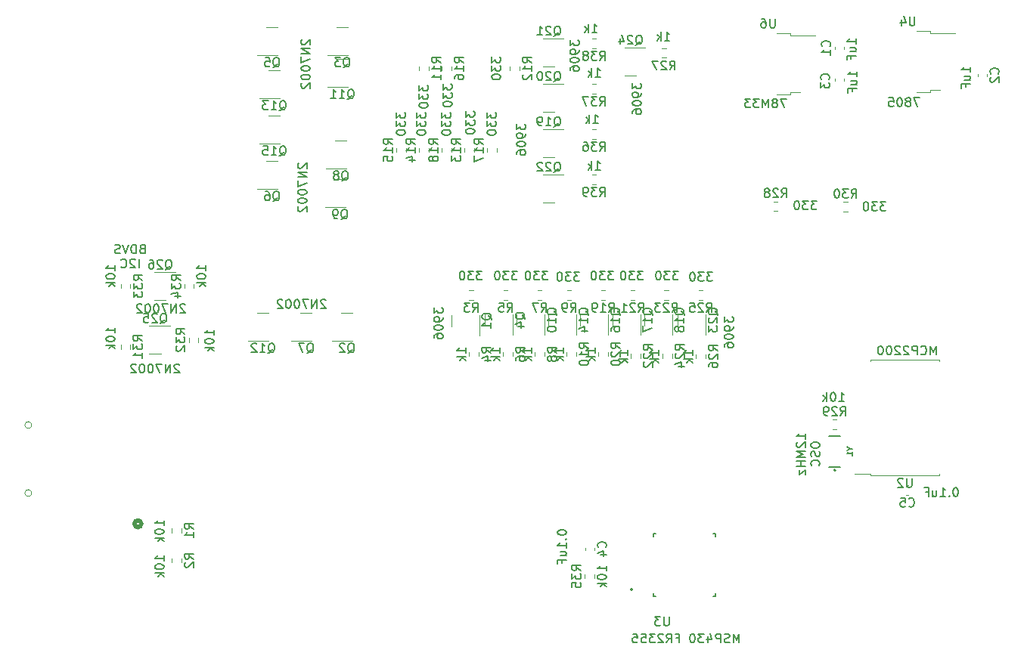
<source format=gbr>
%TF.GenerationSoftware,KiCad,Pcbnew,(6.0.1)*%
%TF.CreationDate,2023-03-04T22:59:05-07:00*%
%TF.ProjectId,DevBoard2.0,44657642-6f61-4726-9432-2e302e6b6963,rev?*%
%TF.SameCoordinates,Original*%
%TF.FileFunction,Legend,Bot*%
%TF.FilePolarity,Positive*%
%FSLAX46Y46*%
G04 Gerber Fmt 4.6, Leading zero omitted, Abs format (unit mm)*
G04 Created by KiCad (PCBNEW (6.0.1)) date 2023-03-04 22:59:05*
%MOMM*%
%LPD*%
G01*
G04 APERTURE LIST*
%ADD10C,0.150000*%
%ADD11C,0.200000*%
%ADD12C,0.127000*%
%ADD13C,0.120000*%
%ADD14C,0.508000*%
G04 APERTURE END LIST*
D10*
X261222904Y-21550380D02*
X260556238Y-21550380D01*
X260984809Y-22550380D01*
X260032428Y-21978952D02*
X260127666Y-21931333D01*
X260175285Y-21883714D01*
X260222904Y-21788476D01*
X260222904Y-21740857D01*
X260175285Y-21645619D01*
X260127666Y-21598000D01*
X260032428Y-21550380D01*
X259841952Y-21550380D01*
X259746714Y-21598000D01*
X259699095Y-21645619D01*
X259651476Y-21740857D01*
X259651476Y-21788476D01*
X259699095Y-21883714D01*
X259746714Y-21931333D01*
X259841952Y-21978952D01*
X260032428Y-21978952D01*
X260127666Y-22026571D01*
X260175285Y-22074190D01*
X260222904Y-22169428D01*
X260222904Y-22359904D01*
X260175285Y-22455142D01*
X260127666Y-22502761D01*
X260032428Y-22550380D01*
X259841952Y-22550380D01*
X259746714Y-22502761D01*
X259699095Y-22455142D01*
X259651476Y-22359904D01*
X259651476Y-22169428D01*
X259699095Y-22074190D01*
X259746714Y-22026571D01*
X259841952Y-21978952D01*
X259032428Y-21550380D02*
X258937190Y-21550380D01*
X258841952Y-21598000D01*
X258794333Y-21645619D01*
X258746714Y-21740857D01*
X258699095Y-21931333D01*
X258699095Y-22169428D01*
X258746714Y-22359904D01*
X258794333Y-22455142D01*
X258841952Y-22502761D01*
X258937190Y-22550380D01*
X259032428Y-22550380D01*
X259127666Y-22502761D01*
X259175285Y-22455142D01*
X259222904Y-22359904D01*
X259270523Y-22169428D01*
X259270523Y-21931333D01*
X259222904Y-21740857D01*
X259175285Y-21645619D01*
X259127666Y-21598000D01*
X259032428Y-21550380D01*
X257794333Y-21550380D02*
X258270523Y-21550380D01*
X258318142Y-22026571D01*
X258270523Y-21978952D01*
X258175285Y-21931333D01*
X257937190Y-21931333D01*
X257841952Y-21978952D01*
X257794333Y-22026571D01*
X257746714Y-22121809D01*
X257746714Y-22359904D01*
X257794333Y-22455142D01*
X257841952Y-22502761D01*
X257937190Y-22550380D01*
X258175285Y-22550380D01*
X258270523Y-22502761D01*
X258318142Y-22455142D01*
X246300333Y-21677380D02*
X245633666Y-21677380D01*
X246062238Y-22677380D01*
X245109857Y-22105952D02*
X245205095Y-22058333D01*
X245252714Y-22010714D01*
X245300333Y-21915476D01*
X245300333Y-21867857D01*
X245252714Y-21772619D01*
X245205095Y-21725000D01*
X245109857Y-21677380D01*
X244919380Y-21677380D01*
X244824142Y-21725000D01*
X244776523Y-21772619D01*
X244728904Y-21867857D01*
X244728904Y-21915476D01*
X244776523Y-22010714D01*
X244824142Y-22058333D01*
X244919380Y-22105952D01*
X245109857Y-22105952D01*
X245205095Y-22153571D01*
X245252714Y-22201190D01*
X245300333Y-22296428D01*
X245300333Y-22486904D01*
X245252714Y-22582142D01*
X245205095Y-22629761D01*
X245109857Y-22677380D01*
X244919380Y-22677380D01*
X244824142Y-22629761D01*
X244776523Y-22582142D01*
X244728904Y-22486904D01*
X244728904Y-22296428D01*
X244776523Y-22201190D01*
X244824142Y-22153571D01*
X244919380Y-22105952D01*
X244300333Y-22677380D02*
X244300333Y-21677380D01*
X243967000Y-22391666D01*
X243633666Y-21677380D01*
X243633666Y-22677380D01*
X243252714Y-21677380D02*
X242633666Y-21677380D01*
X242967000Y-22058333D01*
X242824142Y-22058333D01*
X242728904Y-22105952D01*
X242681285Y-22153571D01*
X242633666Y-22248809D01*
X242633666Y-22486904D01*
X242681285Y-22582142D01*
X242728904Y-22629761D01*
X242824142Y-22677380D01*
X243109857Y-22677380D01*
X243205095Y-22629761D01*
X243252714Y-22582142D01*
X242300333Y-21677380D02*
X241681285Y-21677380D01*
X242014619Y-22058333D01*
X241871761Y-22058333D01*
X241776523Y-22105952D01*
X241728904Y-22153571D01*
X241681285Y-22248809D01*
X241681285Y-22486904D01*
X241728904Y-22582142D01*
X241776523Y-22629761D01*
X241871761Y-22677380D01*
X242157476Y-22677380D01*
X242252714Y-22629761D01*
X242300333Y-22582142D01*
X248440380Y-59777523D02*
X248440380Y-59206095D01*
X248440380Y-59491809D02*
X247440380Y-59491809D01*
X247583238Y-59396571D01*
X247678476Y-59301333D01*
X247726095Y-59206095D01*
X247535619Y-60158476D02*
X247488000Y-60206095D01*
X247440380Y-60301333D01*
X247440380Y-60539428D01*
X247488000Y-60634666D01*
X247535619Y-60682285D01*
X247630857Y-60729904D01*
X247726095Y-60729904D01*
X247868952Y-60682285D01*
X248440380Y-60110857D01*
X248440380Y-60729904D01*
X248440380Y-61158476D02*
X247440380Y-61158476D01*
X248154666Y-61491809D01*
X247440380Y-61825142D01*
X248440380Y-61825142D01*
X248440380Y-62301333D02*
X247440380Y-62301333D01*
X247916571Y-62301333D02*
X247916571Y-62872761D01*
X248440380Y-62872761D02*
X247440380Y-62872761D01*
X247773714Y-63253714D02*
X247773714Y-63777523D01*
X248440380Y-63253714D01*
X248440380Y-63777523D01*
X249050380Y-60396571D02*
X249050380Y-60587047D01*
X249098000Y-60682285D01*
X249193238Y-60777523D01*
X249383714Y-60825142D01*
X249717047Y-60825142D01*
X249907523Y-60777523D01*
X250002761Y-60682285D01*
X250050380Y-60587047D01*
X250050380Y-60396571D01*
X250002761Y-60301333D01*
X249907523Y-60206095D01*
X249717047Y-60158476D01*
X249383714Y-60158476D01*
X249193238Y-60206095D01*
X249098000Y-60301333D01*
X249050380Y-60396571D01*
X250002761Y-61206095D02*
X250050380Y-61348952D01*
X250050380Y-61587047D01*
X250002761Y-61682285D01*
X249955142Y-61729904D01*
X249859904Y-61777523D01*
X249764666Y-61777523D01*
X249669428Y-61729904D01*
X249621809Y-61682285D01*
X249574190Y-61587047D01*
X249526571Y-61396571D01*
X249478952Y-61301333D01*
X249431333Y-61253714D01*
X249336095Y-61206095D01*
X249240857Y-61206095D01*
X249145619Y-61253714D01*
X249098000Y-61301333D01*
X249050380Y-61396571D01*
X249050380Y-61634666D01*
X249098000Y-61777523D01*
X249955142Y-62777523D02*
X250002761Y-62729904D01*
X250050380Y-62587047D01*
X250050380Y-62491809D01*
X250002761Y-62348952D01*
X249907523Y-62253714D01*
X249812285Y-62206095D01*
X249621809Y-62158476D01*
X249478952Y-62158476D01*
X249288476Y-62206095D01*
X249193238Y-62253714D01*
X249098000Y-62348952D01*
X249050380Y-62491809D01*
X249050380Y-62587047D01*
X249098000Y-62729904D01*
X249145619Y-62777523D01*
X176601380Y-73445761D02*
X176601380Y-72874333D01*
X176601380Y-73160047D02*
X175601380Y-73160047D01*
X175744238Y-73064809D01*
X175839476Y-72969571D01*
X175887095Y-72874333D01*
X175601380Y-74064809D02*
X175601380Y-74160047D01*
X175649000Y-74255285D01*
X175696619Y-74302904D01*
X175791857Y-74350523D01*
X175982333Y-74398142D01*
X176220428Y-74398142D01*
X176410904Y-74350523D01*
X176506142Y-74302904D01*
X176553761Y-74255285D01*
X176601380Y-74160047D01*
X176601380Y-74064809D01*
X176553761Y-73969571D01*
X176506142Y-73921952D01*
X176410904Y-73874333D01*
X176220428Y-73826714D01*
X175982333Y-73826714D01*
X175791857Y-73874333D01*
X175696619Y-73921952D01*
X175649000Y-73969571D01*
X175601380Y-74064809D01*
X176601380Y-74826714D02*
X175601380Y-74826714D01*
X176220428Y-74921952D02*
X176601380Y-75207666D01*
X175934714Y-75207666D02*
X176315666Y-74826714D01*
X176601380Y-69508761D02*
X176601380Y-68937333D01*
X176601380Y-69223047D02*
X175601380Y-69223047D01*
X175744238Y-69127809D01*
X175839476Y-69032571D01*
X175887095Y-68937333D01*
X175601380Y-70127809D02*
X175601380Y-70223047D01*
X175649000Y-70318285D01*
X175696619Y-70365904D01*
X175791857Y-70413523D01*
X175982333Y-70461142D01*
X176220428Y-70461142D01*
X176410904Y-70413523D01*
X176506142Y-70365904D01*
X176553761Y-70318285D01*
X176601380Y-70223047D01*
X176601380Y-70127809D01*
X176553761Y-70032571D01*
X176506142Y-69984952D01*
X176410904Y-69937333D01*
X176220428Y-69889714D01*
X175982333Y-69889714D01*
X175791857Y-69937333D01*
X175696619Y-69984952D01*
X175649000Y-70032571D01*
X175601380Y-70127809D01*
X176601380Y-70889714D02*
X175601380Y-70889714D01*
X176220428Y-70984952D02*
X176601380Y-71270666D01*
X175934714Y-71270666D02*
X176315666Y-70889714D01*
X226131380Y-74588761D02*
X226131380Y-74017333D01*
X226131380Y-74303047D02*
X225131380Y-74303047D01*
X225274238Y-74207809D01*
X225369476Y-74112571D01*
X225417095Y-74017333D01*
X225131380Y-75207809D02*
X225131380Y-75303047D01*
X225179000Y-75398285D01*
X225226619Y-75445904D01*
X225321857Y-75493523D01*
X225512333Y-75541142D01*
X225750428Y-75541142D01*
X225940904Y-75493523D01*
X226036142Y-75445904D01*
X226083761Y-75398285D01*
X226131380Y-75303047D01*
X226131380Y-75207809D01*
X226083761Y-75112571D01*
X226036142Y-75064952D01*
X225940904Y-75017333D01*
X225750428Y-74969714D01*
X225512333Y-74969714D01*
X225321857Y-75017333D01*
X225226619Y-75064952D01*
X225179000Y-75112571D01*
X225131380Y-75207809D01*
X226131380Y-75969714D02*
X225131380Y-75969714D01*
X225750428Y-76064952D02*
X226131380Y-76350666D01*
X225464714Y-76350666D02*
X225845666Y-75969714D01*
X220686380Y-70239142D02*
X220686380Y-70334380D01*
X220734000Y-70429619D01*
X220781619Y-70477238D01*
X220876857Y-70524857D01*
X221067333Y-70572476D01*
X221305428Y-70572476D01*
X221495904Y-70524857D01*
X221591142Y-70477238D01*
X221638761Y-70429619D01*
X221686380Y-70334380D01*
X221686380Y-70239142D01*
X221638761Y-70143904D01*
X221591142Y-70096285D01*
X221495904Y-70048666D01*
X221305428Y-70001047D01*
X221067333Y-70001047D01*
X220876857Y-70048666D01*
X220781619Y-70096285D01*
X220734000Y-70143904D01*
X220686380Y-70239142D01*
X221591142Y-71001047D02*
X221638761Y-71048666D01*
X221686380Y-71001047D01*
X221638761Y-70953428D01*
X221591142Y-71001047D01*
X221686380Y-71001047D01*
X221686380Y-72001047D02*
X221686380Y-71429619D01*
X221686380Y-71715333D02*
X220686380Y-71715333D01*
X220829238Y-71620095D01*
X220924476Y-71524857D01*
X220972095Y-71429619D01*
X221019714Y-72858190D02*
X221686380Y-72858190D01*
X221019714Y-72429619D02*
X221543523Y-72429619D01*
X221638761Y-72477238D01*
X221686380Y-72572476D01*
X221686380Y-72715333D01*
X221638761Y-72810571D01*
X221591142Y-72858190D01*
X221162571Y-73667714D02*
X221162571Y-73334380D01*
X221686380Y-73334380D02*
X220686380Y-73334380D01*
X220686380Y-73810571D01*
X265294857Y-65238380D02*
X265199619Y-65238380D01*
X265104380Y-65286000D01*
X265056761Y-65333619D01*
X265009142Y-65428857D01*
X264961523Y-65619333D01*
X264961523Y-65857428D01*
X265009142Y-66047904D01*
X265056761Y-66143142D01*
X265104380Y-66190761D01*
X265199619Y-66238380D01*
X265294857Y-66238380D01*
X265390095Y-66190761D01*
X265437714Y-66143142D01*
X265485333Y-66047904D01*
X265532952Y-65857428D01*
X265532952Y-65619333D01*
X265485333Y-65428857D01*
X265437714Y-65333619D01*
X265390095Y-65286000D01*
X265294857Y-65238380D01*
X264532952Y-66143142D02*
X264485333Y-66190761D01*
X264532952Y-66238380D01*
X264580571Y-66190761D01*
X264532952Y-66143142D01*
X264532952Y-66238380D01*
X263532952Y-66238380D02*
X264104380Y-66238380D01*
X263818666Y-66238380D02*
X263818666Y-65238380D01*
X263913904Y-65381238D01*
X264009142Y-65476476D01*
X264104380Y-65524095D01*
X262675809Y-65571714D02*
X262675809Y-66238380D01*
X263104380Y-65571714D02*
X263104380Y-66095523D01*
X263056761Y-66190761D01*
X262961523Y-66238380D01*
X262818666Y-66238380D01*
X262723428Y-66190761D01*
X262675809Y-66143142D01*
X261866285Y-65714571D02*
X262199619Y-65714571D01*
X262199619Y-66238380D02*
X262199619Y-65238380D01*
X261723428Y-65238380D01*
X252182238Y-55570380D02*
X252753666Y-55570380D01*
X252467952Y-55570380D02*
X252467952Y-54570380D01*
X252563190Y-54713238D01*
X252658428Y-54808476D01*
X252753666Y-54856095D01*
X251563190Y-54570380D02*
X251467952Y-54570380D01*
X251372714Y-54618000D01*
X251325095Y-54665619D01*
X251277476Y-54760857D01*
X251229857Y-54951333D01*
X251229857Y-55189428D01*
X251277476Y-55379904D01*
X251325095Y-55475142D01*
X251372714Y-55522761D01*
X251467952Y-55570380D01*
X251563190Y-55570380D01*
X251658428Y-55522761D01*
X251706047Y-55475142D01*
X251753666Y-55379904D01*
X251801285Y-55189428D01*
X251801285Y-54951333D01*
X251753666Y-54760857D01*
X251706047Y-54665619D01*
X251658428Y-54618000D01*
X251563190Y-54570380D01*
X250801285Y-55570380D02*
X250801285Y-54570380D01*
X250706047Y-55189428D02*
X250420333Y-55570380D01*
X250420333Y-54903714D02*
X250801285Y-55284666D01*
X174180333Y-38493571D02*
X174037476Y-38541190D01*
X173989857Y-38588809D01*
X173942238Y-38684047D01*
X173942238Y-38826904D01*
X173989857Y-38922142D01*
X174037476Y-38969761D01*
X174132714Y-39017380D01*
X174513666Y-39017380D01*
X174513666Y-38017380D01*
X174180333Y-38017380D01*
X174085095Y-38065000D01*
X174037476Y-38112619D01*
X173989857Y-38207857D01*
X173989857Y-38303095D01*
X174037476Y-38398333D01*
X174085095Y-38445952D01*
X174180333Y-38493571D01*
X174513666Y-38493571D01*
X173513666Y-39017380D02*
X173513666Y-38017380D01*
X173275571Y-38017380D01*
X173132714Y-38065000D01*
X173037476Y-38160238D01*
X172989857Y-38255476D01*
X172942238Y-38445952D01*
X172942238Y-38588809D01*
X172989857Y-38779285D01*
X173037476Y-38874523D01*
X173132714Y-38969761D01*
X173275571Y-39017380D01*
X173513666Y-39017380D01*
X172656523Y-38017380D02*
X172323190Y-39017380D01*
X171989857Y-38017380D01*
X171704142Y-38969761D02*
X171561285Y-39017380D01*
X171323190Y-39017380D01*
X171227952Y-38969761D01*
X171180333Y-38922142D01*
X171132714Y-38826904D01*
X171132714Y-38731666D01*
X171180333Y-38636428D01*
X171227952Y-38588809D01*
X171323190Y-38541190D01*
X171513666Y-38493571D01*
X171608904Y-38445952D01*
X171656523Y-38398333D01*
X171704142Y-38303095D01*
X171704142Y-38207857D01*
X171656523Y-38112619D01*
X171608904Y-38065000D01*
X171513666Y-38017380D01*
X171275571Y-38017380D01*
X171132714Y-38065000D01*
X173823190Y-40627380D02*
X173823190Y-39627380D01*
X173394619Y-39722619D02*
X173347000Y-39675000D01*
X173251761Y-39627380D01*
X173013666Y-39627380D01*
X172918428Y-39675000D01*
X172870809Y-39722619D01*
X172823190Y-39817857D01*
X172823190Y-39913095D01*
X172870809Y-40055952D01*
X173442238Y-40627380D01*
X172823190Y-40627380D01*
X171823190Y-40532142D02*
X171870809Y-40579761D01*
X172013666Y-40627380D01*
X172108904Y-40627380D01*
X172251761Y-40579761D01*
X172347000Y-40484523D01*
X172394619Y-40389285D01*
X172442238Y-40198809D01*
X172442238Y-40055952D01*
X172394619Y-39865476D01*
X172347000Y-39770238D01*
X172251761Y-39675000D01*
X172108904Y-39627380D01*
X172013666Y-39627380D01*
X171870809Y-39675000D01*
X171823190Y-39722619D01*
X171140380Y-47918761D02*
X171140380Y-47347333D01*
X171140380Y-47633047D02*
X170140380Y-47633047D01*
X170283238Y-47537809D01*
X170378476Y-47442571D01*
X170426095Y-47347333D01*
X170140380Y-48537809D02*
X170140380Y-48633047D01*
X170188000Y-48728285D01*
X170235619Y-48775904D01*
X170330857Y-48823523D01*
X170521333Y-48871142D01*
X170759428Y-48871142D01*
X170949904Y-48823523D01*
X171045142Y-48775904D01*
X171092761Y-48728285D01*
X171140380Y-48633047D01*
X171140380Y-48537809D01*
X171092761Y-48442571D01*
X171045142Y-48394952D01*
X170949904Y-48347333D01*
X170759428Y-48299714D01*
X170521333Y-48299714D01*
X170330857Y-48347333D01*
X170235619Y-48394952D01*
X170188000Y-48442571D01*
X170140380Y-48537809D01*
X171140380Y-49299714D02*
X170140380Y-49299714D01*
X170759428Y-49394952D02*
X171140380Y-49680666D01*
X170473714Y-49680666D02*
X170854666Y-49299714D01*
X171140380Y-40933761D02*
X171140380Y-40362333D01*
X171140380Y-40648047D02*
X170140380Y-40648047D01*
X170283238Y-40552809D01*
X170378476Y-40457571D01*
X170426095Y-40362333D01*
X170140380Y-41552809D02*
X170140380Y-41648047D01*
X170188000Y-41743285D01*
X170235619Y-41790904D01*
X170330857Y-41838523D01*
X170521333Y-41886142D01*
X170759428Y-41886142D01*
X170949904Y-41838523D01*
X171045142Y-41790904D01*
X171092761Y-41743285D01*
X171140380Y-41648047D01*
X171140380Y-41552809D01*
X171092761Y-41457571D01*
X171045142Y-41409952D01*
X170949904Y-41362333D01*
X170759428Y-41314714D01*
X170521333Y-41314714D01*
X170330857Y-41362333D01*
X170235619Y-41409952D01*
X170188000Y-41457571D01*
X170140380Y-41552809D01*
X171140380Y-42314714D02*
X170140380Y-42314714D01*
X170759428Y-42409952D02*
X171140380Y-42695666D01*
X170473714Y-42695666D02*
X170854666Y-42314714D01*
X181300380Y-40933761D02*
X181300380Y-40362333D01*
X181300380Y-40648047D02*
X180300380Y-40648047D01*
X180443238Y-40552809D01*
X180538476Y-40457571D01*
X180586095Y-40362333D01*
X180300380Y-41552809D02*
X180300380Y-41648047D01*
X180348000Y-41743285D01*
X180395619Y-41790904D01*
X180490857Y-41838523D01*
X180681333Y-41886142D01*
X180919428Y-41886142D01*
X181109904Y-41838523D01*
X181205142Y-41790904D01*
X181252761Y-41743285D01*
X181300380Y-41648047D01*
X181300380Y-41552809D01*
X181252761Y-41457571D01*
X181205142Y-41409952D01*
X181109904Y-41362333D01*
X180919428Y-41314714D01*
X180681333Y-41314714D01*
X180490857Y-41362333D01*
X180395619Y-41409952D01*
X180348000Y-41457571D01*
X180300380Y-41552809D01*
X181300380Y-42314714D02*
X180300380Y-42314714D01*
X180919428Y-42409952D02*
X181300380Y-42695666D01*
X180633714Y-42695666D02*
X181014666Y-42314714D01*
X182189380Y-48172761D02*
X182189380Y-47601333D01*
X182189380Y-47887047D02*
X181189380Y-47887047D01*
X181332238Y-47791809D01*
X181427476Y-47696571D01*
X181475095Y-47601333D01*
X181189380Y-48791809D02*
X181189380Y-48887047D01*
X181237000Y-48982285D01*
X181284619Y-49029904D01*
X181379857Y-49077523D01*
X181570333Y-49125142D01*
X181808428Y-49125142D01*
X181998904Y-49077523D01*
X182094142Y-49029904D01*
X182141761Y-48982285D01*
X182189380Y-48887047D01*
X182189380Y-48791809D01*
X182141761Y-48696571D01*
X182094142Y-48648952D01*
X181998904Y-48601333D01*
X181808428Y-48553714D01*
X181570333Y-48553714D01*
X181379857Y-48601333D01*
X181284619Y-48648952D01*
X181237000Y-48696571D01*
X181189380Y-48791809D01*
X182189380Y-49553714D02*
X181189380Y-49553714D01*
X181808428Y-49648952D02*
X182189380Y-49934666D01*
X181522714Y-49934666D02*
X181903666Y-49553714D01*
X178355285Y-51490619D02*
X178307666Y-51443000D01*
X178212428Y-51395380D01*
X177974333Y-51395380D01*
X177879095Y-51443000D01*
X177831476Y-51490619D01*
X177783857Y-51585857D01*
X177783857Y-51681095D01*
X177831476Y-51823952D01*
X178402904Y-52395380D01*
X177783857Y-52395380D01*
X177355285Y-52395380D02*
X177355285Y-51395380D01*
X176783857Y-52395380D01*
X176783857Y-51395380D01*
X176402904Y-51395380D02*
X175736238Y-51395380D01*
X176164809Y-52395380D01*
X175164809Y-51395380D02*
X175069571Y-51395380D01*
X174974333Y-51443000D01*
X174926714Y-51490619D01*
X174879095Y-51585857D01*
X174831476Y-51776333D01*
X174831476Y-52014428D01*
X174879095Y-52204904D01*
X174926714Y-52300142D01*
X174974333Y-52347761D01*
X175069571Y-52395380D01*
X175164809Y-52395380D01*
X175260047Y-52347761D01*
X175307666Y-52300142D01*
X175355285Y-52204904D01*
X175402904Y-52014428D01*
X175402904Y-51776333D01*
X175355285Y-51585857D01*
X175307666Y-51490619D01*
X175260047Y-51443000D01*
X175164809Y-51395380D01*
X174212428Y-51395380D02*
X174117190Y-51395380D01*
X174021952Y-51443000D01*
X173974333Y-51490619D01*
X173926714Y-51585857D01*
X173879095Y-51776333D01*
X173879095Y-52014428D01*
X173926714Y-52204904D01*
X173974333Y-52300142D01*
X174021952Y-52347761D01*
X174117190Y-52395380D01*
X174212428Y-52395380D01*
X174307666Y-52347761D01*
X174355285Y-52300142D01*
X174402904Y-52204904D01*
X174450523Y-52014428D01*
X174450523Y-51776333D01*
X174402904Y-51585857D01*
X174355285Y-51490619D01*
X174307666Y-51443000D01*
X174212428Y-51395380D01*
X173498142Y-51490619D02*
X173450523Y-51443000D01*
X173355285Y-51395380D01*
X173117190Y-51395380D01*
X173021952Y-51443000D01*
X172974333Y-51490619D01*
X172926714Y-51585857D01*
X172926714Y-51681095D01*
X172974333Y-51823952D01*
X173545761Y-52395380D01*
X172926714Y-52395380D01*
X178990285Y-44759619D02*
X178942666Y-44712000D01*
X178847428Y-44664380D01*
X178609333Y-44664380D01*
X178514095Y-44712000D01*
X178466476Y-44759619D01*
X178418857Y-44854857D01*
X178418857Y-44950095D01*
X178466476Y-45092952D01*
X179037904Y-45664380D01*
X178418857Y-45664380D01*
X177990285Y-45664380D02*
X177990285Y-44664380D01*
X177418857Y-45664380D01*
X177418857Y-44664380D01*
X177037904Y-44664380D02*
X176371238Y-44664380D01*
X176799809Y-45664380D01*
X175799809Y-44664380D02*
X175704571Y-44664380D01*
X175609333Y-44712000D01*
X175561714Y-44759619D01*
X175514095Y-44854857D01*
X175466476Y-45045333D01*
X175466476Y-45283428D01*
X175514095Y-45473904D01*
X175561714Y-45569142D01*
X175609333Y-45616761D01*
X175704571Y-45664380D01*
X175799809Y-45664380D01*
X175895047Y-45616761D01*
X175942666Y-45569142D01*
X175990285Y-45473904D01*
X176037904Y-45283428D01*
X176037904Y-45045333D01*
X175990285Y-44854857D01*
X175942666Y-44759619D01*
X175895047Y-44712000D01*
X175799809Y-44664380D01*
X174847428Y-44664380D02*
X174752190Y-44664380D01*
X174656952Y-44712000D01*
X174609333Y-44759619D01*
X174561714Y-44854857D01*
X174514095Y-45045333D01*
X174514095Y-45283428D01*
X174561714Y-45473904D01*
X174609333Y-45569142D01*
X174656952Y-45616761D01*
X174752190Y-45664380D01*
X174847428Y-45664380D01*
X174942666Y-45616761D01*
X174990285Y-45569142D01*
X175037904Y-45473904D01*
X175085523Y-45283428D01*
X175085523Y-45045333D01*
X175037904Y-44854857D01*
X174990285Y-44759619D01*
X174942666Y-44712000D01*
X174847428Y-44664380D01*
X174133142Y-44759619D02*
X174085523Y-44712000D01*
X173990285Y-44664380D01*
X173752190Y-44664380D01*
X173656952Y-44712000D01*
X173609333Y-44759619D01*
X173561714Y-44854857D01*
X173561714Y-44950095D01*
X173609333Y-45092952D01*
X174180761Y-45664380D01*
X173561714Y-45664380D01*
X194738285Y-44251619D02*
X194690666Y-44204000D01*
X194595428Y-44156380D01*
X194357333Y-44156380D01*
X194262095Y-44204000D01*
X194214476Y-44251619D01*
X194166857Y-44346857D01*
X194166857Y-44442095D01*
X194214476Y-44584952D01*
X194785904Y-45156380D01*
X194166857Y-45156380D01*
X193738285Y-45156380D02*
X193738285Y-44156380D01*
X193166857Y-45156380D01*
X193166857Y-44156380D01*
X192785904Y-44156380D02*
X192119238Y-44156380D01*
X192547809Y-45156380D01*
X191547809Y-44156380D02*
X191452571Y-44156380D01*
X191357333Y-44204000D01*
X191309714Y-44251619D01*
X191262095Y-44346857D01*
X191214476Y-44537333D01*
X191214476Y-44775428D01*
X191262095Y-44965904D01*
X191309714Y-45061142D01*
X191357333Y-45108761D01*
X191452571Y-45156380D01*
X191547809Y-45156380D01*
X191643047Y-45108761D01*
X191690666Y-45061142D01*
X191738285Y-44965904D01*
X191785904Y-44775428D01*
X191785904Y-44537333D01*
X191738285Y-44346857D01*
X191690666Y-44251619D01*
X191643047Y-44204000D01*
X191547809Y-44156380D01*
X190595428Y-44156380D02*
X190500190Y-44156380D01*
X190404952Y-44204000D01*
X190357333Y-44251619D01*
X190309714Y-44346857D01*
X190262095Y-44537333D01*
X190262095Y-44775428D01*
X190309714Y-44965904D01*
X190357333Y-45061142D01*
X190404952Y-45108761D01*
X190500190Y-45156380D01*
X190595428Y-45156380D01*
X190690666Y-45108761D01*
X190738285Y-45061142D01*
X190785904Y-44965904D01*
X190833523Y-44775428D01*
X190833523Y-44537333D01*
X190785904Y-44346857D01*
X190738285Y-44251619D01*
X190690666Y-44204000D01*
X190595428Y-44156380D01*
X189881142Y-44251619D02*
X189833523Y-44204000D01*
X189738285Y-44156380D01*
X189500190Y-44156380D01*
X189404952Y-44204000D01*
X189357333Y-44251619D01*
X189309714Y-44346857D01*
X189309714Y-44442095D01*
X189357333Y-44584952D01*
X189928761Y-45156380D01*
X189309714Y-45156380D01*
X238013714Y-41108380D02*
X237394666Y-41108380D01*
X237728000Y-41489333D01*
X237585142Y-41489333D01*
X237489904Y-41536952D01*
X237442285Y-41584571D01*
X237394666Y-41679809D01*
X237394666Y-41917904D01*
X237442285Y-42013142D01*
X237489904Y-42060761D01*
X237585142Y-42108380D01*
X237870857Y-42108380D01*
X237966095Y-42060761D01*
X238013714Y-42013142D01*
X237061333Y-41108380D02*
X236442285Y-41108380D01*
X236775619Y-41489333D01*
X236632761Y-41489333D01*
X236537523Y-41536952D01*
X236489904Y-41584571D01*
X236442285Y-41679809D01*
X236442285Y-41917904D01*
X236489904Y-42013142D01*
X236537523Y-42060761D01*
X236632761Y-42108380D01*
X236918476Y-42108380D01*
X237013714Y-42060761D01*
X237061333Y-42013142D01*
X235823238Y-41108380D02*
X235728000Y-41108380D01*
X235632761Y-41156000D01*
X235585142Y-41203619D01*
X235537523Y-41298857D01*
X235489904Y-41489333D01*
X235489904Y-41727428D01*
X235537523Y-41917904D01*
X235585142Y-42013142D01*
X235632761Y-42060761D01*
X235728000Y-42108380D01*
X235823238Y-42108380D01*
X235918476Y-42060761D01*
X235966095Y-42013142D01*
X236013714Y-41917904D01*
X236061333Y-41727428D01*
X236061333Y-41489333D01*
X236013714Y-41298857D01*
X235966095Y-41203619D01*
X235918476Y-41156000D01*
X235823238Y-41108380D01*
X234203714Y-40981380D02*
X233584666Y-40981380D01*
X233918000Y-41362333D01*
X233775142Y-41362333D01*
X233679904Y-41409952D01*
X233632285Y-41457571D01*
X233584666Y-41552809D01*
X233584666Y-41790904D01*
X233632285Y-41886142D01*
X233679904Y-41933761D01*
X233775142Y-41981380D01*
X234060857Y-41981380D01*
X234156095Y-41933761D01*
X234203714Y-41886142D01*
X233251333Y-40981380D02*
X232632285Y-40981380D01*
X232965619Y-41362333D01*
X232822761Y-41362333D01*
X232727523Y-41409952D01*
X232679904Y-41457571D01*
X232632285Y-41552809D01*
X232632285Y-41790904D01*
X232679904Y-41886142D01*
X232727523Y-41933761D01*
X232822761Y-41981380D01*
X233108476Y-41981380D01*
X233203714Y-41933761D01*
X233251333Y-41886142D01*
X232013238Y-40981380D02*
X231918000Y-40981380D01*
X231822761Y-41029000D01*
X231775142Y-41076619D01*
X231727523Y-41171857D01*
X231679904Y-41362333D01*
X231679904Y-41600428D01*
X231727523Y-41790904D01*
X231775142Y-41886142D01*
X231822761Y-41933761D01*
X231918000Y-41981380D01*
X232013238Y-41981380D01*
X232108476Y-41933761D01*
X232156095Y-41886142D01*
X232203714Y-41790904D01*
X232251333Y-41600428D01*
X232251333Y-41362333D01*
X232203714Y-41171857D01*
X232156095Y-41076619D01*
X232108476Y-41029000D01*
X232013238Y-40981380D01*
X230266714Y-40981380D02*
X229647666Y-40981380D01*
X229981000Y-41362333D01*
X229838142Y-41362333D01*
X229742904Y-41409952D01*
X229695285Y-41457571D01*
X229647666Y-41552809D01*
X229647666Y-41790904D01*
X229695285Y-41886142D01*
X229742904Y-41933761D01*
X229838142Y-41981380D01*
X230123857Y-41981380D01*
X230219095Y-41933761D01*
X230266714Y-41886142D01*
X229314333Y-40981380D02*
X228695285Y-40981380D01*
X229028619Y-41362333D01*
X228885761Y-41362333D01*
X228790523Y-41409952D01*
X228742904Y-41457571D01*
X228695285Y-41552809D01*
X228695285Y-41790904D01*
X228742904Y-41886142D01*
X228790523Y-41933761D01*
X228885761Y-41981380D01*
X229171476Y-41981380D01*
X229266714Y-41933761D01*
X229314333Y-41886142D01*
X228076238Y-40981380D02*
X227981000Y-40981380D01*
X227885761Y-41029000D01*
X227838142Y-41076619D01*
X227790523Y-41171857D01*
X227742904Y-41362333D01*
X227742904Y-41600428D01*
X227790523Y-41790904D01*
X227838142Y-41886142D01*
X227885761Y-41933761D01*
X227981000Y-41981380D01*
X228076238Y-41981380D01*
X228171476Y-41933761D01*
X228219095Y-41886142D01*
X228266714Y-41790904D01*
X228314333Y-41600428D01*
X228314333Y-41362333D01*
X228266714Y-41171857D01*
X228219095Y-41076619D01*
X228171476Y-41029000D01*
X228076238Y-40981380D01*
X226964714Y-40981380D02*
X226345666Y-40981380D01*
X226679000Y-41362333D01*
X226536142Y-41362333D01*
X226440904Y-41409952D01*
X226393285Y-41457571D01*
X226345666Y-41552809D01*
X226345666Y-41790904D01*
X226393285Y-41886142D01*
X226440904Y-41933761D01*
X226536142Y-41981380D01*
X226821857Y-41981380D01*
X226917095Y-41933761D01*
X226964714Y-41886142D01*
X226012333Y-40981380D02*
X225393285Y-40981380D01*
X225726619Y-41362333D01*
X225583761Y-41362333D01*
X225488523Y-41409952D01*
X225440904Y-41457571D01*
X225393285Y-41552809D01*
X225393285Y-41790904D01*
X225440904Y-41886142D01*
X225488523Y-41933761D01*
X225583761Y-41981380D01*
X225869476Y-41981380D01*
X225964714Y-41933761D01*
X226012333Y-41886142D01*
X224774238Y-40981380D02*
X224679000Y-40981380D01*
X224583761Y-41029000D01*
X224536142Y-41076619D01*
X224488523Y-41171857D01*
X224440904Y-41362333D01*
X224440904Y-41600428D01*
X224488523Y-41790904D01*
X224536142Y-41886142D01*
X224583761Y-41933761D01*
X224679000Y-41981380D01*
X224774238Y-41981380D01*
X224869476Y-41933761D01*
X224917095Y-41886142D01*
X224964714Y-41790904D01*
X225012333Y-41600428D01*
X225012333Y-41362333D01*
X224964714Y-41171857D01*
X224917095Y-41076619D01*
X224869476Y-41029000D01*
X224774238Y-40981380D01*
X223154714Y-41108380D02*
X222535666Y-41108380D01*
X222869000Y-41489333D01*
X222726142Y-41489333D01*
X222630904Y-41536952D01*
X222583285Y-41584571D01*
X222535666Y-41679809D01*
X222535666Y-41917904D01*
X222583285Y-42013142D01*
X222630904Y-42060761D01*
X222726142Y-42108380D01*
X223011857Y-42108380D01*
X223107095Y-42060761D01*
X223154714Y-42013142D01*
X222202333Y-41108380D02*
X221583285Y-41108380D01*
X221916619Y-41489333D01*
X221773761Y-41489333D01*
X221678523Y-41536952D01*
X221630904Y-41584571D01*
X221583285Y-41679809D01*
X221583285Y-41917904D01*
X221630904Y-42013142D01*
X221678523Y-42060761D01*
X221773761Y-42108380D01*
X222059476Y-42108380D01*
X222154714Y-42060761D01*
X222202333Y-42013142D01*
X220964238Y-41108380D02*
X220869000Y-41108380D01*
X220773761Y-41156000D01*
X220726142Y-41203619D01*
X220678523Y-41298857D01*
X220630904Y-41489333D01*
X220630904Y-41727428D01*
X220678523Y-41917904D01*
X220726142Y-42013142D01*
X220773761Y-42060761D01*
X220869000Y-42108380D01*
X220964238Y-42108380D01*
X221059476Y-42060761D01*
X221107095Y-42013142D01*
X221154714Y-41917904D01*
X221202333Y-41727428D01*
X221202333Y-41489333D01*
X221154714Y-41298857D01*
X221107095Y-41203619D01*
X221059476Y-41156000D01*
X220964238Y-41108380D01*
X219598714Y-40981380D02*
X218979666Y-40981380D01*
X219313000Y-41362333D01*
X219170142Y-41362333D01*
X219074904Y-41409952D01*
X219027285Y-41457571D01*
X218979666Y-41552809D01*
X218979666Y-41790904D01*
X219027285Y-41886142D01*
X219074904Y-41933761D01*
X219170142Y-41981380D01*
X219455857Y-41981380D01*
X219551095Y-41933761D01*
X219598714Y-41886142D01*
X218646333Y-40981380D02*
X218027285Y-40981380D01*
X218360619Y-41362333D01*
X218217761Y-41362333D01*
X218122523Y-41409952D01*
X218074904Y-41457571D01*
X218027285Y-41552809D01*
X218027285Y-41790904D01*
X218074904Y-41886142D01*
X218122523Y-41933761D01*
X218217761Y-41981380D01*
X218503476Y-41981380D01*
X218598714Y-41933761D01*
X218646333Y-41886142D01*
X217408238Y-40981380D02*
X217313000Y-40981380D01*
X217217761Y-41029000D01*
X217170142Y-41076619D01*
X217122523Y-41171857D01*
X217074904Y-41362333D01*
X217074904Y-41600428D01*
X217122523Y-41790904D01*
X217170142Y-41886142D01*
X217217761Y-41933761D01*
X217313000Y-41981380D01*
X217408238Y-41981380D01*
X217503476Y-41933761D01*
X217551095Y-41886142D01*
X217598714Y-41790904D01*
X217646333Y-41600428D01*
X217646333Y-41362333D01*
X217598714Y-41171857D01*
X217551095Y-41076619D01*
X217503476Y-41029000D01*
X217408238Y-40981380D01*
X216169714Y-40981380D02*
X215550666Y-40981380D01*
X215884000Y-41362333D01*
X215741142Y-41362333D01*
X215645904Y-41409952D01*
X215598285Y-41457571D01*
X215550666Y-41552809D01*
X215550666Y-41790904D01*
X215598285Y-41886142D01*
X215645904Y-41933761D01*
X215741142Y-41981380D01*
X216026857Y-41981380D01*
X216122095Y-41933761D01*
X216169714Y-41886142D01*
X215217333Y-40981380D02*
X214598285Y-40981380D01*
X214931619Y-41362333D01*
X214788761Y-41362333D01*
X214693523Y-41409952D01*
X214645904Y-41457571D01*
X214598285Y-41552809D01*
X214598285Y-41790904D01*
X214645904Y-41886142D01*
X214693523Y-41933761D01*
X214788761Y-41981380D01*
X215074476Y-41981380D01*
X215169714Y-41933761D01*
X215217333Y-41886142D01*
X213979238Y-40981380D02*
X213884000Y-40981380D01*
X213788761Y-41029000D01*
X213741142Y-41076619D01*
X213693523Y-41171857D01*
X213645904Y-41362333D01*
X213645904Y-41600428D01*
X213693523Y-41790904D01*
X213741142Y-41886142D01*
X213788761Y-41933761D01*
X213884000Y-41981380D01*
X213979238Y-41981380D01*
X214074476Y-41933761D01*
X214122095Y-41886142D01*
X214169714Y-41790904D01*
X214217333Y-41600428D01*
X214217333Y-41362333D01*
X214169714Y-41171857D01*
X214122095Y-41076619D01*
X214074476Y-41029000D01*
X213979238Y-40981380D01*
X212232714Y-40981380D02*
X211613666Y-40981380D01*
X211947000Y-41362333D01*
X211804142Y-41362333D01*
X211708904Y-41409952D01*
X211661285Y-41457571D01*
X211613666Y-41552809D01*
X211613666Y-41790904D01*
X211661285Y-41886142D01*
X211708904Y-41933761D01*
X211804142Y-41981380D01*
X212089857Y-41981380D01*
X212185095Y-41933761D01*
X212232714Y-41886142D01*
X211280333Y-40981380D02*
X210661285Y-40981380D01*
X210994619Y-41362333D01*
X210851761Y-41362333D01*
X210756523Y-41409952D01*
X210708904Y-41457571D01*
X210661285Y-41552809D01*
X210661285Y-41790904D01*
X210708904Y-41886142D01*
X210756523Y-41933761D01*
X210851761Y-41981380D01*
X211137476Y-41981380D01*
X211232714Y-41933761D01*
X211280333Y-41886142D01*
X210042238Y-40981380D02*
X209947000Y-40981380D01*
X209851761Y-41029000D01*
X209804142Y-41076619D01*
X209756523Y-41171857D01*
X209708904Y-41362333D01*
X209708904Y-41600428D01*
X209756523Y-41790904D01*
X209804142Y-41886142D01*
X209851761Y-41933761D01*
X209947000Y-41981380D01*
X210042238Y-41981380D01*
X210137476Y-41933761D01*
X210185095Y-41886142D01*
X210232714Y-41790904D01*
X210280333Y-41600428D01*
X210280333Y-41362333D01*
X210232714Y-41171857D01*
X210185095Y-41076619D01*
X210137476Y-41029000D01*
X210042238Y-40981380D01*
X239355380Y-46117095D02*
X239355380Y-46736142D01*
X239736333Y-46402809D01*
X239736333Y-46545666D01*
X239783952Y-46640904D01*
X239831571Y-46688523D01*
X239926809Y-46736142D01*
X240164904Y-46736142D01*
X240260142Y-46688523D01*
X240307761Y-46640904D01*
X240355380Y-46545666D01*
X240355380Y-46259952D01*
X240307761Y-46164714D01*
X240260142Y-46117095D01*
X240355380Y-47212333D02*
X240355380Y-47402809D01*
X240307761Y-47498047D01*
X240260142Y-47545666D01*
X240117285Y-47640904D01*
X239926809Y-47688523D01*
X239545857Y-47688523D01*
X239450619Y-47640904D01*
X239403000Y-47593285D01*
X239355380Y-47498047D01*
X239355380Y-47307571D01*
X239403000Y-47212333D01*
X239450619Y-47164714D01*
X239545857Y-47117095D01*
X239783952Y-47117095D01*
X239879190Y-47164714D01*
X239926809Y-47212333D01*
X239974428Y-47307571D01*
X239974428Y-47498047D01*
X239926809Y-47593285D01*
X239879190Y-47640904D01*
X239783952Y-47688523D01*
X239355380Y-48307571D02*
X239355380Y-48402809D01*
X239403000Y-48498047D01*
X239450619Y-48545666D01*
X239545857Y-48593285D01*
X239736333Y-48640904D01*
X239974428Y-48640904D01*
X240164904Y-48593285D01*
X240260142Y-48545666D01*
X240307761Y-48498047D01*
X240355380Y-48402809D01*
X240355380Y-48307571D01*
X240307761Y-48212333D01*
X240260142Y-48164714D01*
X240164904Y-48117095D01*
X239974428Y-48069476D01*
X239736333Y-48069476D01*
X239545857Y-48117095D01*
X239450619Y-48164714D01*
X239403000Y-48212333D01*
X239355380Y-48307571D01*
X239355380Y-49498047D02*
X239355380Y-49307571D01*
X239403000Y-49212333D01*
X239450619Y-49164714D01*
X239593476Y-49069476D01*
X239783952Y-49021857D01*
X240164904Y-49021857D01*
X240260142Y-49069476D01*
X240307761Y-49117095D01*
X240355380Y-49212333D01*
X240355380Y-49402809D01*
X240307761Y-49498047D01*
X240260142Y-49545666D01*
X240164904Y-49593285D01*
X239926809Y-49593285D01*
X239831571Y-49545666D01*
X239783952Y-49498047D01*
X239736333Y-49402809D01*
X239736333Y-49212333D01*
X239783952Y-49117095D01*
X239831571Y-49069476D01*
X239926809Y-49021857D01*
X206843380Y-45101095D02*
X206843380Y-45720142D01*
X207224333Y-45386809D01*
X207224333Y-45529666D01*
X207271952Y-45624904D01*
X207319571Y-45672523D01*
X207414809Y-45720142D01*
X207652904Y-45720142D01*
X207748142Y-45672523D01*
X207795761Y-45624904D01*
X207843380Y-45529666D01*
X207843380Y-45243952D01*
X207795761Y-45148714D01*
X207748142Y-45101095D01*
X207843380Y-46196333D02*
X207843380Y-46386809D01*
X207795761Y-46482047D01*
X207748142Y-46529666D01*
X207605285Y-46624904D01*
X207414809Y-46672523D01*
X207033857Y-46672523D01*
X206938619Y-46624904D01*
X206891000Y-46577285D01*
X206843380Y-46482047D01*
X206843380Y-46291571D01*
X206891000Y-46196333D01*
X206938619Y-46148714D01*
X207033857Y-46101095D01*
X207271952Y-46101095D01*
X207367190Y-46148714D01*
X207414809Y-46196333D01*
X207462428Y-46291571D01*
X207462428Y-46482047D01*
X207414809Y-46577285D01*
X207367190Y-46624904D01*
X207271952Y-46672523D01*
X206843380Y-47291571D02*
X206843380Y-47386809D01*
X206891000Y-47482047D01*
X206938619Y-47529666D01*
X207033857Y-47577285D01*
X207224333Y-47624904D01*
X207462428Y-47624904D01*
X207652904Y-47577285D01*
X207748142Y-47529666D01*
X207795761Y-47482047D01*
X207843380Y-47386809D01*
X207843380Y-47291571D01*
X207795761Y-47196333D01*
X207748142Y-47148714D01*
X207652904Y-47101095D01*
X207462428Y-47053476D01*
X207224333Y-47053476D01*
X207033857Y-47101095D01*
X206938619Y-47148714D01*
X206891000Y-47196333D01*
X206843380Y-47291571D01*
X206843380Y-48482047D02*
X206843380Y-48291571D01*
X206891000Y-48196333D01*
X206938619Y-48148714D01*
X207081476Y-48053476D01*
X207271952Y-48005857D01*
X207652904Y-48005857D01*
X207748142Y-48053476D01*
X207795761Y-48101095D01*
X207843380Y-48196333D01*
X207843380Y-48386809D01*
X207795761Y-48482047D01*
X207748142Y-48529666D01*
X207652904Y-48577285D01*
X207414809Y-48577285D01*
X207319571Y-48529666D01*
X207271952Y-48482047D01*
X207224333Y-48386809D01*
X207224333Y-48196333D01*
X207271952Y-48101095D01*
X207319571Y-48053476D01*
X207414809Y-48005857D01*
X235783380Y-50426952D02*
X235783380Y-49855523D01*
X235783380Y-50141238D02*
X234783380Y-50141238D01*
X234926238Y-50046000D01*
X235021476Y-49950761D01*
X235069095Y-49855523D01*
X235783380Y-50855523D02*
X234783380Y-50855523D01*
X235402428Y-50950761D02*
X235783380Y-51236476D01*
X235116714Y-51236476D02*
X235497666Y-50855523D01*
X231973380Y-50426952D02*
X231973380Y-49855523D01*
X231973380Y-50141238D02*
X230973380Y-50141238D01*
X231116238Y-50046000D01*
X231211476Y-49950761D01*
X231259095Y-49855523D01*
X231973380Y-50855523D02*
X230973380Y-50855523D01*
X231592428Y-50950761D02*
X231973380Y-51236476D01*
X231306714Y-51236476D02*
X231687666Y-50855523D01*
X228544380Y-50426952D02*
X228544380Y-49855523D01*
X228544380Y-50141238D02*
X227544380Y-50141238D01*
X227687238Y-50046000D01*
X227782476Y-49950761D01*
X227830095Y-49855523D01*
X228544380Y-50855523D02*
X227544380Y-50855523D01*
X228163428Y-50950761D02*
X228544380Y-51236476D01*
X227877714Y-51236476D02*
X228258666Y-50855523D01*
X224861380Y-50172952D02*
X224861380Y-49601523D01*
X224861380Y-49887238D02*
X223861380Y-49887238D01*
X224004238Y-49792000D01*
X224099476Y-49696761D01*
X224147095Y-49601523D01*
X224861380Y-50601523D02*
X223861380Y-50601523D01*
X224480428Y-50696761D02*
X224861380Y-50982476D01*
X224194714Y-50982476D02*
X224575666Y-50601523D01*
X221305380Y-50172952D02*
X221305380Y-49601523D01*
X221305380Y-49887238D02*
X220305380Y-49887238D01*
X220448238Y-49792000D01*
X220543476Y-49696761D01*
X220591095Y-49601523D01*
X221305380Y-50601523D02*
X220305380Y-50601523D01*
X220924428Y-50696761D02*
X221305380Y-50982476D01*
X220638714Y-50982476D02*
X221019666Y-50601523D01*
X217749380Y-50172952D02*
X217749380Y-49601523D01*
X217749380Y-49887238D02*
X216749380Y-49887238D01*
X216892238Y-49792000D01*
X216987476Y-49696761D01*
X217035095Y-49601523D01*
X217749380Y-50601523D02*
X216749380Y-50601523D01*
X217368428Y-50696761D02*
X217749380Y-50982476D01*
X217082714Y-50982476D02*
X217463666Y-50601523D01*
X214193380Y-50172952D02*
X214193380Y-49601523D01*
X214193380Y-49887238D02*
X213193380Y-49887238D01*
X213336238Y-49792000D01*
X213431476Y-49696761D01*
X213479095Y-49601523D01*
X214193380Y-50601523D02*
X213193380Y-50601523D01*
X213812428Y-50696761D02*
X214193380Y-50982476D01*
X213526714Y-50982476D02*
X213907666Y-50601523D01*
X210383380Y-50172952D02*
X210383380Y-49601523D01*
X210383380Y-49887238D02*
X209383380Y-49887238D01*
X209526238Y-49792000D01*
X209621476Y-49696761D01*
X209669095Y-49601523D01*
X210383380Y-50601523D02*
X209383380Y-50601523D01*
X210002428Y-50696761D02*
X210383380Y-50982476D01*
X209716714Y-50982476D02*
X210097666Y-50601523D01*
X222083380Y-15129095D02*
X222083380Y-15748142D01*
X222464333Y-15414809D01*
X222464333Y-15557666D01*
X222511952Y-15652904D01*
X222559571Y-15700523D01*
X222654809Y-15748142D01*
X222892904Y-15748142D01*
X222988142Y-15700523D01*
X223035761Y-15652904D01*
X223083380Y-15557666D01*
X223083380Y-15271952D01*
X223035761Y-15176714D01*
X222988142Y-15129095D01*
X223083380Y-16224333D02*
X223083380Y-16414809D01*
X223035761Y-16510047D01*
X222988142Y-16557666D01*
X222845285Y-16652904D01*
X222654809Y-16700523D01*
X222273857Y-16700523D01*
X222178619Y-16652904D01*
X222131000Y-16605285D01*
X222083380Y-16510047D01*
X222083380Y-16319571D01*
X222131000Y-16224333D01*
X222178619Y-16176714D01*
X222273857Y-16129095D01*
X222511952Y-16129095D01*
X222607190Y-16176714D01*
X222654809Y-16224333D01*
X222702428Y-16319571D01*
X222702428Y-16510047D01*
X222654809Y-16605285D01*
X222607190Y-16652904D01*
X222511952Y-16700523D01*
X222083380Y-17319571D02*
X222083380Y-17414809D01*
X222131000Y-17510047D01*
X222178619Y-17557666D01*
X222273857Y-17605285D01*
X222464333Y-17652904D01*
X222702428Y-17652904D01*
X222892904Y-17605285D01*
X222988142Y-17557666D01*
X223035761Y-17510047D01*
X223083380Y-17414809D01*
X223083380Y-17319571D01*
X223035761Y-17224333D01*
X222988142Y-17176714D01*
X222892904Y-17129095D01*
X222702428Y-17081476D01*
X222464333Y-17081476D01*
X222273857Y-17129095D01*
X222178619Y-17176714D01*
X222131000Y-17224333D01*
X222083380Y-17319571D01*
X222083380Y-18510047D02*
X222083380Y-18319571D01*
X222131000Y-18224333D01*
X222178619Y-18176714D01*
X222321476Y-18081476D01*
X222511952Y-18033857D01*
X222892904Y-18033857D01*
X222988142Y-18081476D01*
X223035761Y-18129095D01*
X223083380Y-18224333D01*
X223083380Y-18414809D01*
X223035761Y-18510047D01*
X222988142Y-18557666D01*
X222892904Y-18605285D01*
X222654809Y-18605285D01*
X222559571Y-18557666D01*
X222511952Y-18510047D01*
X222464333Y-18414809D01*
X222464333Y-18224333D01*
X222511952Y-18129095D01*
X222559571Y-18081476D01*
X222654809Y-18033857D01*
X216114380Y-24527095D02*
X216114380Y-25146142D01*
X216495333Y-24812809D01*
X216495333Y-24955666D01*
X216542952Y-25050904D01*
X216590571Y-25098523D01*
X216685809Y-25146142D01*
X216923904Y-25146142D01*
X217019142Y-25098523D01*
X217066761Y-25050904D01*
X217114380Y-24955666D01*
X217114380Y-24669952D01*
X217066761Y-24574714D01*
X217019142Y-24527095D01*
X217114380Y-25622333D02*
X217114380Y-25812809D01*
X217066761Y-25908047D01*
X217019142Y-25955666D01*
X216876285Y-26050904D01*
X216685809Y-26098523D01*
X216304857Y-26098523D01*
X216209619Y-26050904D01*
X216162000Y-26003285D01*
X216114380Y-25908047D01*
X216114380Y-25717571D01*
X216162000Y-25622333D01*
X216209619Y-25574714D01*
X216304857Y-25527095D01*
X216542952Y-25527095D01*
X216638190Y-25574714D01*
X216685809Y-25622333D01*
X216733428Y-25717571D01*
X216733428Y-25908047D01*
X216685809Y-26003285D01*
X216638190Y-26050904D01*
X216542952Y-26098523D01*
X216114380Y-26717571D02*
X216114380Y-26812809D01*
X216162000Y-26908047D01*
X216209619Y-26955666D01*
X216304857Y-27003285D01*
X216495333Y-27050904D01*
X216733428Y-27050904D01*
X216923904Y-27003285D01*
X217019142Y-26955666D01*
X217066761Y-26908047D01*
X217114380Y-26812809D01*
X217114380Y-26717571D01*
X217066761Y-26622333D01*
X217019142Y-26574714D01*
X216923904Y-26527095D01*
X216733428Y-26479476D01*
X216495333Y-26479476D01*
X216304857Y-26527095D01*
X216209619Y-26574714D01*
X216162000Y-26622333D01*
X216114380Y-26717571D01*
X216114380Y-27908047D02*
X216114380Y-27717571D01*
X216162000Y-27622333D01*
X216209619Y-27574714D01*
X216352476Y-27479476D01*
X216542952Y-27431857D01*
X216923904Y-27431857D01*
X217019142Y-27479476D01*
X217066761Y-27527095D01*
X217114380Y-27622333D01*
X217114380Y-27812809D01*
X217066761Y-27908047D01*
X217019142Y-27955666D01*
X216923904Y-28003285D01*
X216685809Y-28003285D01*
X216590571Y-27955666D01*
X216542952Y-27908047D01*
X216495333Y-27812809D01*
X216495333Y-27622333D01*
X216542952Y-27527095D01*
X216590571Y-27479476D01*
X216685809Y-27431857D01*
X229068380Y-19955095D02*
X229068380Y-20574142D01*
X229449333Y-20240809D01*
X229449333Y-20383666D01*
X229496952Y-20478904D01*
X229544571Y-20526523D01*
X229639809Y-20574142D01*
X229877904Y-20574142D01*
X229973142Y-20526523D01*
X230020761Y-20478904D01*
X230068380Y-20383666D01*
X230068380Y-20097952D01*
X230020761Y-20002714D01*
X229973142Y-19955095D01*
X230068380Y-21050333D02*
X230068380Y-21240809D01*
X230020761Y-21336047D01*
X229973142Y-21383666D01*
X229830285Y-21478904D01*
X229639809Y-21526523D01*
X229258857Y-21526523D01*
X229163619Y-21478904D01*
X229116000Y-21431285D01*
X229068380Y-21336047D01*
X229068380Y-21145571D01*
X229116000Y-21050333D01*
X229163619Y-21002714D01*
X229258857Y-20955095D01*
X229496952Y-20955095D01*
X229592190Y-21002714D01*
X229639809Y-21050333D01*
X229687428Y-21145571D01*
X229687428Y-21336047D01*
X229639809Y-21431285D01*
X229592190Y-21478904D01*
X229496952Y-21526523D01*
X229068380Y-22145571D02*
X229068380Y-22240809D01*
X229116000Y-22336047D01*
X229163619Y-22383666D01*
X229258857Y-22431285D01*
X229449333Y-22478904D01*
X229687428Y-22478904D01*
X229877904Y-22431285D01*
X229973142Y-22383666D01*
X230020761Y-22336047D01*
X230068380Y-22240809D01*
X230068380Y-22145571D01*
X230020761Y-22050333D01*
X229973142Y-22002714D01*
X229877904Y-21955095D01*
X229687428Y-21907476D01*
X229449333Y-21907476D01*
X229258857Y-21955095D01*
X229163619Y-22002714D01*
X229116000Y-22050333D01*
X229068380Y-22145571D01*
X229068380Y-23336047D02*
X229068380Y-23145571D01*
X229116000Y-23050333D01*
X229163619Y-23002714D01*
X229306476Y-22907476D01*
X229496952Y-22859857D01*
X229877904Y-22859857D01*
X229973142Y-22907476D01*
X230020761Y-22955095D01*
X230068380Y-23050333D01*
X230068380Y-23240809D01*
X230020761Y-23336047D01*
X229973142Y-23383666D01*
X229877904Y-23431285D01*
X229639809Y-23431285D01*
X229544571Y-23383666D01*
X229496952Y-23336047D01*
X229449333Y-23240809D01*
X229449333Y-23050333D01*
X229496952Y-22955095D01*
X229544571Y-22907476D01*
X229639809Y-22859857D01*
X192079619Y-15065714D02*
X192032000Y-15113333D01*
X191984380Y-15208571D01*
X191984380Y-15446666D01*
X192032000Y-15541904D01*
X192079619Y-15589523D01*
X192174857Y-15637142D01*
X192270095Y-15637142D01*
X192412952Y-15589523D01*
X192984380Y-15018095D01*
X192984380Y-15637142D01*
X192984380Y-16065714D02*
X191984380Y-16065714D01*
X192984380Y-16637142D01*
X191984380Y-16637142D01*
X191984380Y-17018095D02*
X191984380Y-17684761D01*
X192984380Y-17256190D01*
X191984380Y-18256190D02*
X191984380Y-18351428D01*
X192032000Y-18446666D01*
X192079619Y-18494285D01*
X192174857Y-18541904D01*
X192365333Y-18589523D01*
X192603428Y-18589523D01*
X192793904Y-18541904D01*
X192889142Y-18494285D01*
X192936761Y-18446666D01*
X192984380Y-18351428D01*
X192984380Y-18256190D01*
X192936761Y-18160952D01*
X192889142Y-18113333D01*
X192793904Y-18065714D01*
X192603428Y-18018095D01*
X192365333Y-18018095D01*
X192174857Y-18065714D01*
X192079619Y-18113333D01*
X192032000Y-18160952D01*
X191984380Y-18256190D01*
X191984380Y-19208571D02*
X191984380Y-19303809D01*
X192032000Y-19399047D01*
X192079619Y-19446666D01*
X192174857Y-19494285D01*
X192365333Y-19541904D01*
X192603428Y-19541904D01*
X192793904Y-19494285D01*
X192889142Y-19446666D01*
X192936761Y-19399047D01*
X192984380Y-19303809D01*
X192984380Y-19208571D01*
X192936761Y-19113333D01*
X192889142Y-19065714D01*
X192793904Y-19018095D01*
X192603428Y-18970476D01*
X192365333Y-18970476D01*
X192174857Y-19018095D01*
X192079619Y-19065714D01*
X192032000Y-19113333D01*
X191984380Y-19208571D01*
X192079619Y-19922857D02*
X192032000Y-19970476D01*
X191984380Y-20065714D01*
X191984380Y-20303809D01*
X192032000Y-20399047D01*
X192079619Y-20446666D01*
X192174857Y-20494285D01*
X192270095Y-20494285D01*
X192412952Y-20446666D01*
X192984380Y-19875238D01*
X192984380Y-20494285D01*
X191698619Y-28908714D02*
X191651000Y-28956333D01*
X191603380Y-29051571D01*
X191603380Y-29289666D01*
X191651000Y-29384904D01*
X191698619Y-29432523D01*
X191793857Y-29480142D01*
X191889095Y-29480142D01*
X192031952Y-29432523D01*
X192603380Y-28861095D01*
X192603380Y-29480142D01*
X192603380Y-29908714D02*
X191603380Y-29908714D01*
X192603380Y-30480142D01*
X191603380Y-30480142D01*
X191603380Y-30861095D02*
X191603380Y-31527761D01*
X192603380Y-31099190D01*
X191603380Y-32099190D02*
X191603380Y-32194428D01*
X191651000Y-32289666D01*
X191698619Y-32337285D01*
X191793857Y-32384904D01*
X191984333Y-32432523D01*
X192222428Y-32432523D01*
X192412904Y-32384904D01*
X192508142Y-32337285D01*
X192555761Y-32289666D01*
X192603380Y-32194428D01*
X192603380Y-32099190D01*
X192555761Y-32003952D01*
X192508142Y-31956333D01*
X192412904Y-31908714D01*
X192222428Y-31861095D01*
X191984333Y-31861095D01*
X191793857Y-31908714D01*
X191698619Y-31956333D01*
X191651000Y-32003952D01*
X191603380Y-32099190D01*
X191603380Y-33051571D02*
X191603380Y-33146809D01*
X191651000Y-33242047D01*
X191698619Y-33289666D01*
X191793857Y-33337285D01*
X191984333Y-33384904D01*
X192222428Y-33384904D01*
X192412904Y-33337285D01*
X192508142Y-33289666D01*
X192555761Y-33242047D01*
X192603380Y-33146809D01*
X192603380Y-33051571D01*
X192555761Y-32956333D01*
X192508142Y-32908714D01*
X192412904Y-32861095D01*
X192222428Y-32813476D01*
X191984333Y-32813476D01*
X191793857Y-32861095D01*
X191698619Y-32908714D01*
X191651000Y-32956333D01*
X191603380Y-33051571D01*
X191698619Y-33765857D02*
X191651000Y-33813476D01*
X191603380Y-33908714D01*
X191603380Y-34146809D01*
X191651000Y-34242047D01*
X191698619Y-34289666D01*
X191793857Y-34337285D01*
X191889095Y-34337285D01*
X192031952Y-34289666D01*
X192603380Y-33718238D01*
X192603380Y-34337285D01*
X212812380Y-23225285D02*
X212812380Y-23844333D01*
X213193333Y-23511000D01*
X213193333Y-23653857D01*
X213240952Y-23749095D01*
X213288571Y-23796714D01*
X213383809Y-23844333D01*
X213621904Y-23844333D01*
X213717142Y-23796714D01*
X213764761Y-23749095D01*
X213812380Y-23653857D01*
X213812380Y-23368142D01*
X213764761Y-23272904D01*
X213717142Y-23225285D01*
X212812380Y-24177666D02*
X212812380Y-24796714D01*
X213193333Y-24463380D01*
X213193333Y-24606238D01*
X213240952Y-24701476D01*
X213288571Y-24749095D01*
X213383809Y-24796714D01*
X213621904Y-24796714D01*
X213717142Y-24749095D01*
X213764761Y-24701476D01*
X213812380Y-24606238D01*
X213812380Y-24320523D01*
X213764761Y-24225285D01*
X213717142Y-24177666D01*
X212812380Y-25415761D02*
X212812380Y-25511000D01*
X212860000Y-25606238D01*
X212907619Y-25653857D01*
X213002857Y-25701476D01*
X213193333Y-25749095D01*
X213431428Y-25749095D01*
X213621904Y-25701476D01*
X213717142Y-25653857D01*
X213764761Y-25606238D01*
X213812380Y-25511000D01*
X213812380Y-25415761D01*
X213764761Y-25320523D01*
X213717142Y-25272904D01*
X213621904Y-25225285D01*
X213431428Y-25177666D01*
X213193333Y-25177666D01*
X213002857Y-25225285D01*
X212907619Y-25272904D01*
X212860000Y-25320523D01*
X212812380Y-25415761D01*
X210399380Y-23098285D02*
X210399380Y-23717333D01*
X210780333Y-23384000D01*
X210780333Y-23526857D01*
X210827952Y-23622095D01*
X210875571Y-23669714D01*
X210970809Y-23717333D01*
X211208904Y-23717333D01*
X211304142Y-23669714D01*
X211351761Y-23622095D01*
X211399380Y-23526857D01*
X211399380Y-23241142D01*
X211351761Y-23145904D01*
X211304142Y-23098285D01*
X210399380Y-24050666D02*
X210399380Y-24669714D01*
X210780333Y-24336380D01*
X210780333Y-24479238D01*
X210827952Y-24574476D01*
X210875571Y-24622095D01*
X210970809Y-24669714D01*
X211208904Y-24669714D01*
X211304142Y-24622095D01*
X211351761Y-24574476D01*
X211399380Y-24479238D01*
X211399380Y-24193523D01*
X211351761Y-24098285D01*
X211304142Y-24050666D01*
X210399380Y-25288761D02*
X210399380Y-25384000D01*
X210447000Y-25479238D01*
X210494619Y-25526857D01*
X210589857Y-25574476D01*
X210780333Y-25622095D01*
X211018428Y-25622095D01*
X211208904Y-25574476D01*
X211304142Y-25526857D01*
X211351761Y-25479238D01*
X211399380Y-25384000D01*
X211399380Y-25288761D01*
X211351761Y-25193523D01*
X211304142Y-25145904D01*
X211208904Y-25098285D01*
X211018428Y-25050666D01*
X210780333Y-25050666D01*
X210589857Y-25098285D01*
X210494619Y-25145904D01*
X210447000Y-25193523D01*
X210399380Y-25288761D01*
X207732380Y-23225285D02*
X207732380Y-23844333D01*
X208113333Y-23511000D01*
X208113333Y-23653857D01*
X208160952Y-23749095D01*
X208208571Y-23796714D01*
X208303809Y-23844333D01*
X208541904Y-23844333D01*
X208637142Y-23796714D01*
X208684761Y-23749095D01*
X208732380Y-23653857D01*
X208732380Y-23368142D01*
X208684761Y-23272904D01*
X208637142Y-23225285D01*
X207732380Y-24177666D02*
X207732380Y-24796714D01*
X208113333Y-24463380D01*
X208113333Y-24606238D01*
X208160952Y-24701476D01*
X208208571Y-24749095D01*
X208303809Y-24796714D01*
X208541904Y-24796714D01*
X208637142Y-24749095D01*
X208684761Y-24701476D01*
X208732380Y-24606238D01*
X208732380Y-24320523D01*
X208684761Y-24225285D01*
X208637142Y-24177666D01*
X207732380Y-25415761D02*
X207732380Y-25511000D01*
X207780000Y-25606238D01*
X207827619Y-25653857D01*
X207922857Y-25701476D01*
X208113333Y-25749095D01*
X208351428Y-25749095D01*
X208541904Y-25701476D01*
X208637142Y-25653857D01*
X208684761Y-25606238D01*
X208732380Y-25511000D01*
X208732380Y-25415761D01*
X208684761Y-25320523D01*
X208637142Y-25272904D01*
X208541904Y-25225285D01*
X208351428Y-25177666D01*
X208113333Y-25177666D01*
X207922857Y-25225285D01*
X207827619Y-25272904D01*
X207780000Y-25320523D01*
X207732380Y-25415761D01*
X204938380Y-23225285D02*
X204938380Y-23844333D01*
X205319333Y-23511000D01*
X205319333Y-23653857D01*
X205366952Y-23749095D01*
X205414571Y-23796714D01*
X205509809Y-23844333D01*
X205747904Y-23844333D01*
X205843142Y-23796714D01*
X205890761Y-23749095D01*
X205938380Y-23653857D01*
X205938380Y-23368142D01*
X205890761Y-23272904D01*
X205843142Y-23225285D01*
X204938380Y-24177666D02*
X204938380Y-24796714D01*
X205319333Y-24463380D01*
X205319333Y-24606238D01*
X205366952Y-24701476D01*
X205414571Y-24749095D01*
X205509809Y-24796714D01*
X205747904Y-24796714D01*
X205843142Y-24749095D01*
X205890761Y-24701476D01*
X205938380Y-24606238D01*
X205938380Y-24320523D01*
X205890761Y-24225285D01*
X205843142Y-24177666D01*
X204938380Y-25415761D02*
X204938380Y-25511000D01*
X204986000Y-25606238D01*
X205033619Y-25653857D01*
X205128857Y-25701476D01*
X205319333Y-25749095D01*
X205557428Y-25749095D01*
X205747904Y-25701476D01*
X205843142Y-25653857D01*
X205890761Y-25606238D01*
X205938380Y-25511000D01*
X205938380Y-25415761D01*
X205890761Y-25320523D01*
X205843142Y-25272904D01*
X205747904Y-25225285D01*
X205557428Y-25177666D01*
X205319333Y-25177666D01*
X205128857Y-25225285D01*
X205033619Y-25272904D01*
X204986000Y-25320523D01*
X204938380Y-25415761D01*
X202652380Y-23225285D02*
X202652380Y-23844333D01*
X203033333Y-23511000D01*
X203033333Y-23653857D01*
X203080952Y-23749095D01*
X203128571Y-23796714D01*
X203223809Y-23844333D01*
X203461904Y-23844333D01*
X203557142Y-23796714D01*
X203604761Y-23749095D01*
X203652380Y-23653857D01*
X203652380Y-23368142D01*
X203604761Y-23272904D01*
X203557142Y-23225285D01*
X202652380Y-24177666D02*
X202652380Y-24796714D01*
X203033333Y-24463380D01*
X203033333Y-24606238D01*
X203080952Y-24701476D01*
X203128571Y-24749095D01*
X203223809Y-24796714D01*
X203461904Y-24796714D01*
X203557142Y-24749095D01*
X203604761Y-24701476D01*
X203652380Y-24606238D01*
X203652380Y-24320523D01*
X203604761Y-24225285D01*
X203557142Y-24177666D01*
X202652380Y-25415761D02*
X202652380Y-25511000D01*
X202700000Y-25606238D01*
X202747619Y-25653857D01*
X202842857Y-25701476D01*
X203033333Y-25749095D01*
X203271428Y-25749095D01*
X203461904Y-25701476D01*
X203557142Y-25653857D01*
X203604761Y-25606238D01*
X203652380Y-25511000D01*
X203652380Y-25415761D01*
X203604761Y-25320523D01*
X203557142Y-25272904D01*
X203461904Y-25225285D01*
X203271428Y-25177666D01*
X203033333Y-25177666D01*
X202842857Y-25225285D01*
X202747619Y-25272904D01*
X202700000Y-25320523D01*
X202652380Y-25415761D01*
X207859380Y-20050285D02*
X207859380Y-20669333D01*
X208240333Y-20336000D01*
X208240333Y-20478857D01*
X208287952Y-20574095D01*
X208335571Y-20621714D01*
X208430809Y-20669333D01*
X208668904Y-20669333D01*
X208764142Y-20621714D01*
X208811761Y-20574095D01*
X208859380Y-20478857D01*
X208859380Y-20193142D01*
X208811761Y-20097904D01*
X208764142Y-20050285D01*
X207859380Y-21002666D02*
X207859380Y-21621714D01*
X208240333Y-21288380D01*
X208240333Y-21431238D01*
X208287952Y-21526476D01*
X208335571Y-21574095D01*
X208430809Y-21621714D01*
X208668904Y-21621714D01*
X208764142Y-21574095D01*
X208811761Y-21526476D01*
X208859380Y-21431238D01*
X208859380Y-21145523D01*
X208811761Y-21050285D01*
X208764142Y-21002666D01*
X207859380Y-22240761D02*
X207859380Y-22336000D01*
X207907000Y-22431238D01*
X207954619Y-22478857D01*
X208049857Y-22526476D01*
X208240333Y-22574095D01*
X208478428Y-22574095D01*
X208668904Y-22526476D01*
X208764142Y-22478857D01*
X208811761Y-22431238D01*
X208859380Y-22336000D01*
X208859380Y-22240761D01*
X208811761Y-22145523D01*
X208764142Y-22097904D01*
X208668904Y-22050285D01*
X208478428Y-22002666D01*
X208240333Y-22002666D01*
X208049857Y-22050285D01*
X207954619Y-22097904D01*
X207907000Y-22145523D01*
X207859380Y-22240761D01*
X205192380Y-20177285D02*
X205192380Y-20796333D01*
X205573333Y-20463000D01*
X205573333Y-20605857D01*
X205620952Y-20701095D01*
X205668571Y-20748714D01*
X205763809Y-20796333D01*
X206001904Y-20796333D01*
X206097142Y-20748714D01*
X206144761Y-20701095D01*
X206192380Y-20605857D01*
X206192380Y-20320142D01*
X206144761Y-20224904D01*
X206097142Y-20177285D01*
X205192380Y-21129666D02*
X205192380Y-21748714D01*
X205573333Y-21415380D01*
X205573333Y-21558238D01*
X205620952Y-21653476D01*
X205668571Y-21701095D01*
X205763809Y-21748714D01*
X206001904Y-21748714D01*
X206097142Y-21701095D01*
X206144761Y-21653476D01*
X206192380Y-21558238D01*
X206192380Y-21272523D01*
X206144761Y-21177285D01*
X206097142Y-21129666D01*
X205192380Y-22367761D02*
X205192380Y-22463000D01*
X205240000Y-22558238D01*
X205287619Y-22605857D01*
X205382857Y-22653476D01*
X205573333Y-22701095D01*
X205811428Y-22701095D01*
X206001904Y-22653476D01*
X206097142Y-22605857D01*
X206144761Y-22558238D01*
X206192380Y-22463000D01*
X206192380Y-22367761D01*
X206144761Y-22272523D01*
X206097142Y-22224904D01*
X206001904Y-22177285D01*
X205811428Y-22129666D01*
X205573333Y-22129666D01*
X205382857Y-22177285D01*
X205287619Y-22224904D01*
X205240000Y-22272523D01*
X205192380Y-22367761D01*
X213320380Y-17002285D02*
X213320380Y-17621333D01*
X213701333Y-17288000D01*
X213701333Y-17430857D01*
X213748952Y-17526095D01*
X213796571Y-17573714D01*
X213891809Y-17621333D01*
X214129904Y-17621333D01*
X214225142Y-17573714D01*
X214272761Y-17526095D01*
X214320380Y-17430857D01*
X214320380Y-17145142D01*
X214272761Y-17049904D01*
X214225142Y-17002285D01*
X213320380Y-17954666D02*
X213320380Y-18573714D01*
X213701333Y-18240380D01*
X213701333Y-18383238D01*
X213748952Y-18478476D01*
X213796571Y-18526095D01*
X213891809Y-18573714D01*
X214129904Y-18573714D01*
X214225142Y-18526095D01*
X214272761Y-18478476D01*
X214320380Y-18383238D01*
X214320380Y-18097523D01*
X214272761Y-18002285D01*
X214225142Y-17954666D01*
X213320380Y-19192761D02*
X213320380Y-19288000D01*
X213368000Y-19383238D01*
X213415619Y-19430857D01*
X213510857Y-19478476D01*
X213701333Y-19526095D01*
X213939428Y-19526095D01*
X214129904Y-19478476D01*
X214225142Y-19430857D01*
X214272761Y-19383238D01*
X214320380Y-19288000D01*
X214320380Y-19192761D01*
X214272761Y-19097523D01*
X214225142Y-19049904D01*
X214129904Y-19002285D01*
X213939428Y-18954666D01*
X213701333Y-18954666D01*
X213510857Y-19002285D01*
X213415619Y-19049904D01*
X213368000Y-19097523D01*
X213320380Y-19192761D01*
X224909047Y-29662380D02*
X225480476Y-29662380D01*
X225194761Y-29662380D02*
X225194761Y-28662380D01*
X225290000Y-28805238D01*
X225385238Y-28900476D01*
X225480476Y-28948095D01*
X224480476Y-29662380D02*
X224480476Y-28662380D01*
X224385238Y-29281428D02*
X224099523Y-29662380D01*
X224099523Y-28995714D02*
X224480476Y-29376666D01*
X224655047Y-24455380D02*
X225226476Y-24455380D01*
X224940761Y-24455380D02*
X224940761Y-23455380D01*
X225036000Y-23598238D01*
X225131238Y-23693476D01*
X225226476Y-23741095D01*
X224226476Y-24455380D02*
X224226476Y-23455380D01*
X224131238Y-24074428D02*
X223845523Y-24455380D01*
X223845523Y-23788714D02*
X224226476Y-24169666D01*
X224909047Y-19248380D02*
X225480476Y-19248380D01*
X225194761Y-19248380D02*
X225194761Y-18248380D01*
X225290000Y-18391238D01*
X225385238Y-18486476D01*
X225480476Y-18534095D01*
X224480476Y-19248380D02*
X224480476Y-18248380D01*
X224385238Y-18867428D02*
X224099523Y-19248380D01*
X224099523Y-18581714D02*
X224480476Y-18962666D01*
X224528047Y-14295380D02*
X225099476Y-14295380D01*
X224813761Y-14295380D02*
X224813761Y-13295380D01*
X224909000Y-13438238D01*
X225004238Y-13533476D01*
X225099476Y-13581095D01*
X224099476Y-14295380D02*
X224099476Y-13295380D01*
X224004238Y-13914428D02*
X223718523Y-14295380D01*
X223718523Y-13628714D02*
X224099476Y-14009666D01*
X232656047Y-15184380D02*
X233227476Y-15184380D01*
X232941761Y-15184380D02*
X232941761Y-14184380D01*
X233037000Y-14327238D01*
X233132238Y-14422476D01*
X233227476Y-14470095D01*
X232227476Y-15184380D02*
X232227476Y-14184380D01*
X232132238Y-14803428D02*
X231846523Y-15184380D01*
X231846523Y-14517714D02*
X232227476Y-14898666D01*
X266898380Y-18708761D02*
X266898380Y-18137333D01*
X266898380Y-18423047D02*
X265898380Y-18423047D01*
X266041238Y-18327809D01*
X266136476Y-18232571D01*
X266184095Y-18137333D01*
X266231714Y-19565904D02*
X266898380Y-19565904D01*
X266231714Y-19137333D02*
X266755523Y-19137333D01*
X266850761Y-19184952D01*
X266898380Y-19280190D01*
X266898380Y-19423047D01*
X266850761Y-19518285D01*
X266803142Y-19565904D01*
X266374571Y-20375428D02*
X266374571Y-20042095D01*
X266898380Y-20042095D02*
X265898380Y-20042095D01*
X265898380Y-20518285D01*
X254198380Y-19216761D02*
X254198380Y-18645333D01*
X254198380Y-18931047D02*
X253198380Y-18931047D01*
X253341238Y-18835809D01*
X253436476Y-18740571D01*
X253484095Y-18645333D01*
X253531714Y-20073904D02*
X254198380Y-20073904D01*
X253531714Y-19645333D02*
X254055523Y-19645333D01*
X254150761Y-19692952D01*
X254198380Y-19788190D01*
X254198380Y-19931047D01*
X254150761Y-20026285D01*
X254103142Y-20073904D01*
X253674571Y-20883428D02*
X253674571Y-20550095D01*
X254198380Y-20550095D02*
X253198380Y-20550095D01*
X253198380Y-21026285D01*
X254071380Y-15533761D02*
X254071380Y-14962333D01*
X254071380Y-15248047D02*
X253071380Y-15248047D01*
X253214238Y-15152809D01*
X253309476Y-15057571D01*
X253357095Y-14962333D01*
X253404714Y-16390904D02*
X254071380Y-16390904D01*
X253404714Y-15962333D02*
X253928523Y-15962333D01*
X254023761Y-16009952D01*
X254071380Y-16105190D01*
X254071380Y-16248047D01*
X254023761Y-16343285D01*
X253976142Y-16390904D01*
X253547571Y-17200428D02*
X253547571Y-16867095D01*
X254071380Y-16867095D02*
X253071380Y-16867095D01*
X253071380Y-17343285D01*
X249697714Y-33107380D02*
X249078666Y-33107380D01*
X249412000Y-33488333D01*
X249269142Y-33488333D01*
X249173904Y-33535952D01*
X249126285Y-33583571D01*
X249078666Y-33678809D01*
X249078666Y-33916904D01*
X249126285Y-34012142D01*
X249173904Y-34059761D01*
X249269142Y-34107380D01*
X249554857Y-34107380D01*
X249650095Y-34059761D01*
X249697714Y-34012142D01*
X248745333Y-33107380D02*
X248126285Y-33107380D01*
X248459619Y-33488333D01*
X248316761Y-33488333D01*
X248221523Y-33535952D01*
X248173904Y-33583571D01*
X248126285Y-33678809D01*
X248126285Y-33916904D01*
X248173904Y-34012142D01*
X248221523Y-34059761D01*
X248316761Y-34107380D01*
X248602476Y-34107380D01*
X248697714Y-34059761D01*
X248745333Y-34012142D01*
X247507238Y-33107380D02*
X247412000Y-33107380D01*
X247316761Y-33155000D01*
X247269142Y-33202619D01*
X247221523Y-33297857D01*
X247173904Y-33488333D01*
X247173904Y-33726428D01*
X247221523Y-33916904D01*
X247269142Y-34012142D01*
X247316761Y-34059761D01*
X247412000Y-34107380D01*
X247507238Y-34107380D01*
X247602476Y-34059761D01*
X247650095Y-34012142D01*
X247697714Y-33916904D01*
X247745333Y-33726428D01*
X247745333Y-33488333D01*
X247697714Y-33297857D01*
X247650095Y-33202619D01*
X247602476Y-33155000D01*
X247507238Y-33107380D01*
X257444714Y-33234380D02*
X256825666Y-33234380D01*
X257159000Y-33615333D01*
X257016142Y-33615333D01*
X256920904Y-33662952D01*
X256873285Y-33710571D01*
X256825666Y-33805809D01*
X256825666Y-34043904D01*
X256873285Y-34139142D01*
X256920904Y-34186761D01*
X257016142Y-34234380D01*
X257301857Y-34234380D01*
X257397095Y-34186761D01*
X257444714Y-34139142D01*
X256492333Y-33234380D02*
X255873285Y-33234380D01*
X256206619Y-33615333D01*
X256063761Y-33615333D01*
X255968523Y-33662952D01*
X255920904Y-33710571D01*
X255873285Y-33805809D01*
X255873285Y-34043904D01*
X255920904Y-34139142D01*
X255968523Y-34186761D01*
X256063761Y-34234380D01*
X256349476Y-34234380D01*
X256444714Y-34186761D01*
X256492333Y-34139142D01*
X255254238Y-33234380D02*
X255159000Y-33234380D01*
X255063761Y-33282000D01*
X255016142Y-33329619D01*
X254968523Y-33424857D01*
X254920904Y-33615333D01*
X254920904Y-33853428D01*
X254968523Y-34043904D01*
X255016142Y-34139142D01*
X255063761Y-34186761D01*
X255159000Y-34234380D01*
X255254238Y-34234380D01*
X255349476Y-34186761D01*
X255397095Y-34139142D01*
X255444714Y-34043904D01*
X255492333Y-33853428D01*
X255492333Y-33615333D01*
X255444714Y-33424857D01*
X255397095Y-33329619D01*
X255349476Y-33282000D01*
X255254238Y-33234380D01*
X241029380Y-82621380D02*
X241029380Y-81621380D01*
X240696047Y-82335666D01*
X240362714Y-81621380D01*
X240362714Y-82621380D01*
X239934142Y-82573761D02*
X239791285Y-82621380D01*
X239553190Y-82621380D01*
X239457952Y-82573761D01*
X239410333Y-82526142D01*
X239362714Y-82430904D01*
X239362714Y-82335666D01*
X239410333Y-82240428D01*
X239457952Y-82192809D01*
X239553190Y-82145190D01*
X239743666Y-82097571D01*
X239838904Y-82049952D01*
X239886523Y-82002333D01*
X239934142Y-81907095D01*
X239934142Y-81811857D01*
X239886523Y-81716619D01*
X239838904Y-81669000D01*
X239743666Y-81621380D01*
X239505571Y-81621380D01*
X239362714Y-81669000D01*
X238934142Y-82621380D02*
X238934142Y-81621380D01*
X238553190Y-81621380D01*
X238457952Y-81669000D01*
X238410333Y-81716619D01*
X238362714Y-81811857D01*
X238362714Y-81954714D01*
X238410333Y-82049952D01*
X238457952Y-82097571D01*
X238553190Y-82145190D01*
X238934142Y-82145190D01*
X237505571Y-81954714D02*
X237505571Y-82621380D01*
X237743666Y-81573761D02*
X237981761Y-82288047D01*
X237362714Y-82288047D01*
X237077000Y-81621380D02*
X236457952Y-81621380D01*
X236791285Y-82002333D01*
X236648428Y-82002333D01*
X236553190Y-82049952D01*
X236505571Y-82097571D01*
X236457952Y-82192809D01*
X236457952Y-82430904D01*
X236505571Y-82526142D01*
X236553190Y-82573761D01*
X236648428Y-82621380D01*
X236934142Y-82621380D01*
X237029380Y-82573761D01*
X237077000Y-82526142D01*
X235838904Y-81621380D02*
X235743666Y-81621380D01*
X235648428Y-81669000D01*
X235600809Y-81716619D01*
X235553190Y-81811857D01*
X235505571Y-82002333D01*
X235505571Y-82240428D01*
X235553190Y-82430904D01*
X235600809Y-82526142D01*
X235648428Y-82573761D01*
X235743666Y-82621380D01*
X235838904Y-82621380D01*
X235934142Y-82573761D01*
X235981761Y-82526142D01*
X236029380Y-82430904D01*
X236077000Y-82240428D01*
X236077000Y-82002333D01*
X236029380Y-81811857D01*
X235981761Y-81716619D01*
X235934142Y-81669000D01*
X235838904Y-81621380D01*
X233981761Y-82097571D02*
X234315095Y-82097571D01*
X234315095Y-82621380D02*
X234315095Y-81621380D01*
X233838904Y-81621380D01*
X232886523Y-82621380D02*
X233219857Y-82145190D01*
X233457952Y-82621380D02*
X233457952Y-81621380D01*
X233077000Y-81621380D01*
X232981761Y-81669000D01*
X232934142Y-81716619D01*
X232886523Y-81811857D01*
X232886523Y-81954714D01*
X232934142Y-82049952D01*
X232981761Y-82097571D01*
X233077000Y-82145190D01*
X233457952Y-82145190D01*
X232505571Y-81716619D02*
X232457952Y-81669000D01*
X232362714Y-81621380D01*
X232124619Y-81621380D01*
X232029380Y-81669000D01*
X231981761Y-81716619D01*
X231934142Y-81811857D01*
X231934142Y-81907095D01*
X231981761Y-82049952D01*
X232553190Y-82621380D01*
X231934142Y-82621380D01*
X231600809Y-81621380D02*
X230981761Y-81621380D01*
X231315095Y-82002333D01*
X231172238Y-82002333D01*
X231077000Y-82049952D01*
X231029380Y-82097571D01*
X230981761Y-82192809D01*
X230981761Y-82430904D01*
X231029380Y-82526142D01*
X231077000Y-82573761D01*
X231172238Y-82621380D01*
X231457952Y-82621380D01*
X231553190Y-82573761D01*
X231600809Y-82526142D01*
X230077000Y-81621380D02*
X230553190Y-81621380D01*
X230600809Y-82097571D01*
X230553190Y-82049952D01*
X230457952Y-82002333D01*
X230219857Y-82002333D01*
X230124619Y-82049952D01*
X230077000Y-82097571D01*
X230029380Y-82192809D01*
X230029380Y-82430904D01*
X230077000Y-82526142D01*
X230124619Y-82573761D01*
X230219857Y-82621380D01*
X230457952Y-82621380D01*
X230553190Y-82573761D01*
X230600809Y-82526142D01*
X229124619Y-81621380D02*
X229600809Y-81621380D01*
X229648428Y-82097571D01*
X229600809Y-82049952D01*
X229505571Y-82002333D01*
X229267476Y-82002333D01*
X229172238Y-82049952D01*
X229124619Y-82097571D01*
X229077000Y-82192809D01*
X229077000Y-82430904D01*
X229124619Y-82526142D01*
X229172238Y-82573761D01*
X229267476Y-82621380D01*
X229505571Y-82621380D01*
X229600809Y-82573761D01*
X229648428Y-82526142D01*
X263080095Y-50363380D02*
X263080095Y-49363380D01*
X262746761Y-50077666D01*
X262413428Y-49363380D01*
X262413428Y-50363380D01*
X261365809Y-50268142D02*
X261413428Y-50315761D01*
X261556285Y-50363380D01*
X261651523Y-50363380D01*
X261794380Y-50315761D01*
X261889619Y-50220523D01*
X261937238Y-50125285D01*
X261984857Y-49934809D01*
X261984857Y-49791952D01*
X261937238Y-49601476D01*
X261889619Y-49506238D01*
X261794380Y-49411000D01*
X261651523Y-49363380D01*
X261556285Y-49363380D01*
X261413428Y-49411000D01*
X261365809Y-49458619D01*
X260937238Y-50363380D02*
X260937238Y-49363380D01*
X260556285Y-49363380D01*
X260461047Y-49411000D01*
X260413428Y-49458619D01*
X260365809Y-49553857D01*
X260365809Y-49696714D01*
X260413428Y-49791952D01*
X260461047Y-49839571D01*
X260556285Y-49887190D01*
X260937238Y-49887190D01*
X259984857Y-49458619D02*
X259937238Y-49411000D01*
X259842000Y-49363380D01*
X259603904Y-49363380D01*
X259508666Y-49411000D01*
X259461047Y-49458619D01*
X259413428Y-49553857D01*
X259413428Y-49649095D01*
X259461047Y-49791952D01*
X260032476Y-50363380D01*
X259413428Y-50363380D01*
X259032476Y-49458619D02*
X258984857Y-49411000D01*
X258889619Y-49363380D01*
X258651523Y-49363380D01*
X258556285Y-49411000D01*
X258508666Y-49458619D01*
X258461047Y-49553857D01*
X258461047Y-49649095D01*
X258508666Y-49791952D01*
X259080095Y-50363380D01*
X258461047Y-50363380D01*
X257842000Y-49363380D02*
X257746761Y-49363380D01*
X257651523Y-49411000D01*
X257603904Y-49458619D01*
X257556285Y-49553857D01*
X257508666Y-49744333D01*
X257508666Y-49982428D01*
X257556285Y-50172904D01*
X257603904Y-50268142D01*
X257651523Y-50315761D01*
X257746761Y-50363380D01*
X257842000Y-50363380D01*
X257937238Y-50315761D01*
X257984857Y-50268142D01*
X258032476Y-50172904D01*
X258080095Y-49982428D01*
X258080095Y-49744333D01*
X258032476Y-49553857D01*
X257984857Y-49458619D01*
X257937238Y-49411000D01*
X257842000Y-49363380D01*
X256889619Y-49363380D02*
X256794380Y-49363380D01*
X256699142Y-49411000D01*
X256651523Y-49458619D01*
X256603904Y-49553857D01*
X256556285Y-49744333D01*
X256556285Y-49982428D01*
X256603904Y-50172904D01*
X256651523Y-50268142D01*
X256699142Y-50315761D01*
X256794380Y-50363380D01*
X256889619Y-50363380D01*
X256984857Y-50315761D01*
X257032476Y-50268142D01*
X257080095Y-50172904D01*
X257127714Y-49982428D01*
X257127714Y-49744333D01*
X257080095Y-49553857D01*
X257032476Y-49458619D01*
X256984857Y-49411000D01*
X256889619Y-49363380D01*
%TO.C,U3*%
X233171404Y-79711380D02*
X233171404Y-80520904D01*
X233123785Y-80616142D01*
X233076166Y-80663761D01*
X232980928Y-80711380D01*
X232790452Y-80711380D01*
X232695214Y-80663761D01*
X232647595Y-80616142D01*
X232599976Y-80520904D01*
X232599976Y-79711380D01*
X232219023Y-79711380D02*
X231599976Y-79711380D01*
X231933309Y-80092333D01*
X231790452Y-80092333D01*
X231695214Y-80139952D01*
X231647595Y-80187571D01*
X231599976Y-80282809D01*
X231599976Y-80520904D01*
X231647595Y-80616142D01*
X231695214Y-80663761D01*
X231790452Y-80711380D01*
X232076166Y-80711380D01*
X232171404Y-80663761D01*
X232219023Y-80616142D01*
%TO.C,R39*%
X225432857Y-32616380D02*
X225766190Y-32140190D01*
X226004285Y-32616380D02*
X226004285Y-31616380D01*
X225623333Y-31616380D01*
X225528095Y-31664000D01*
X225480476Y-31711619D01*
X225432857Y-31806857D01*
X225432857Y-31949714D01*
X225480476Y-32044952D01*
X225528095Y-32092571D01*
X225623333Y-32140190D01*
X226004285Y-32140190D01*
X225099523Y-31616380D02*
X224480476Y-31616380D01*
X224813809Y-31997333D01*
X224670952Y-31997333D01*
X224575714Y-32044952D01*
X224528095Y-32092571D01*
X224480476Y-32187809D01*
X224480476Y-32425904D01*
X224528095Y-32521142D01*
X224575714Y-32568761D01*
X224670952Y-32616380D01*
X224956666Y-32616380D01*
X225051904Y-32568761D01*
X225099523Y-32521142D01*
X224004285Y-32616380D02*
X223813809Y-32616380D01*
X223718571Y-32568761D01*
X223670952Y-32521142D01*
X223575714Y-32378285D01*
X223528095Y-32187809D01*
X223528095Y-31806857D01*
X223575714Y-31711619D01*
X223623333Y-31664000D01*
X223718571Y-31616380D01*
X223909047Y-31616380D01*
X224004285Y-31664000D01*
X224051904Y-31711619D01*
X224099523Y-31806857D01*
X224099523Y-32044952D01*
X224051904Y-32140190D01*
X224004285Y-32187809D01*
X223909047Y-32235428D01*
X223718571Y-32235428D01*
X223623333Y-32187809D01*
X223575714Y-32140190D01*
X223528095Y-32044952D01*
%TO.C,R38*%
X225432857Y-17376380D02*
X225766190Y-16900190D01*
X226004285Y-17376380D02*
X226004285Y-16376380D01*
X225623333Y-16376380D01*
X225528095Y-16424000D01*
X225480476Y-16471619D01*
X225432857Y-16566857D01*
X225432857Y-16709714D01*
X225480476Y-16804952D01*
X225528095Y-16852571D01*
X225623333Y-16900190D01*
X226004285Y-16900190D01*
X225099523Y-16376380D02*
X224480476Y-16376380D01*
X224813809Y-16757333D01*
X224670952Y-16757333D01*
X224575714Y-16804952D01*
X224528095Y-16852571D01*
X224480476Y-16947809D01*
X224480476Y-17185904D01*
X224528095Y-17281142D01*
X224575714Y-17328761D01*
X224670952Y-17376380D01*
X224956666Y-17376380D01*
X225051904Y-17328761D01*
X225099523Y-17281142D01*
X223909047Y-16804952D02*
X224004285Y-16757333D01*
X224051904Y-16709714D01*
X224099523Y-16614476D01*
X224099523Y-16566857D01*
X224051904Y-16471619D01*
X224004285Y-16424000D01*
X223909047Y-16376380D01*
X223718571Y-16376380D01*
X223623333Y-16424000D01*
X223575714Y-16471619D01*
X223528095Y-16566857D01*
X223528095Y-16614476D01*
X223575714Y-16709714D01*
X223623333Y-16757333D01*
X223718571Y-16804952D01*
X223909047Y-16804952D01*
X224004285Y-16852571D01*
X224051904Y-16900190D01*
X224099523Y-16995428D01*
X224099523Y-17185904D01*
X224051904Y-17281142D01*
X224004285Y-17328761D01*
X223909047Y-17376380D01*
X223718571Y-17376380D01*
X223623333Y-17328761D01*
X223575714Y-17281142D01*
X223528095Y-17185904D01*
X223528095Y-16995428D01*
X223575714Y-16900190D01*
X223623333Y-16852571D01*
X223718571Y-16804952D01*
%TO.C,R37*%
X225432857Y-22456380D02*
X225766190Y-21980190D01*
X226004285Y-22456380D02*
X226004285Y-21456380D01*
X225623333Y-21456380D01*
X225528095Y-21504000D01*
X225480476Y-21551619D01*
X225432857Y-21646857D01*
X225432857Y-21789714D01*
X225480476Y-21884952D01*
X225528095Y-21932571D01*
X225623333Y-21980190D01*
X226004285Y-21980190D01*
X225099523Y-21456380D02*
X224480476Y-21456380D01*
X224813809Y-21837333D01*
X224670952Y-21837333D01*
X224575714Y-21884952D01*
X224528095Y-21932571D01*
X224480476Y-22027809D01*
X224480476Y-22265904D01*
X224528095Y-22361142D01*
X224575714Y-22408761D01*
X224670952Y-22456380D01*
X224956666Y-22456380D01*
X225051904Y-22408761D01*
X225099523Y-22361142D01*
X224147142Y-21456380D02*
X223480476Y-21456380D01*
X223909047Y-22456380D01*
%TO.C,R36*%
X225432857Y-27536380D02*
X225766190Y-27060190D01*
X226004285Y-27536380D02*
X226004285Y-26536380D01*
X225623333Y-26536380D01*
X225528095Y-26584000D01*
X225480476Y-26631619D01*
X225432857Y-26726857D01*
X225432857Y-26869714D01*
X225480476Y-26964952D01*
X225528095Y-27012571D01*
X225623333Y-27060190D01*
X226004285Y-27060190D01*
X225099523Y-26536380D02*
X224480476Y-26536380D01*
X224813809Y-26917333D01*
X224670952Y-26917333D01*
X224575714Y-26964952D01*
X224528095Y-27012571D01*
X224480476Y-27107809D01*
X224480476Y-27345904D01*
X224528095Y-27441142D01*
X224575714Y-27488761D01*
X224670952Y-27536380D01*
X224956666Y-27536380D01*
X225051904Y-27488761D01*
X225099523Y-27441142D01*
X223623333Y-26536380D02*
X223813809Y-26536380D01*
X223909047Y-26584000D01*
X223956666Y-26631619D01*
X224051904Y-26774476D01*
X224099523Y-26964952D01*
X224099523Y-27345904D01*
X224051904Y-27441142D01*
X224004285Y-27488761D01*
X223909047Y-27536380D01*
X223718571Y-27536380D01*
X223623333Y-27488761D01*
X223575714Y-27441142D01*
X223528095Y-27345904D01*
X223528095Y-27107809D01*
X223575714Y-27012571D01*
X223623333Y-26964952D01*
X223718571Y-26917333D01*
X223909047Y-26917333D01*
X224004285Y-26964952D01*
X224051904Y-27012571D01*
X224099523Y-27107809D01*
%TO.C,Y1*%
X253405161Y-60877238D02*
X253709923Y-60877238D01*
X253069923Y-60663904D02*
X253405161Y-60877238D01*
X253069923Y-61090571D01*
X253709923Y-61639142D02*
X253709923Y-61273428D01*
X253709923Y-61456285D02*
X253069923Y-61456285D01*
X253161352Y-61395333D01*
X253222304Y-61334380D01*
X253252780Y-61273428D01*
%TO.C,R35*%
X223304380Y-74541142D02*
X222828190Y-74207809D01*
X223304380Y-73969714D02*
X222304380Y-73969714D01*
X222304380Y-74350666D01*
X222352000Y-74445904D01*
X222399619Y-74493523D01*
X222494857Y-74541142D01*
X222637714Y-74541142D01*
X222732952Y-74493523D01*
X222780571Y-74445904D01*
X222828190Y-74350666D01*
X222828190Y-73969714D01*
X222304380Y-74874476D02*
X222304380Y-75493523D01*
X222685333Y-75160190D01*
X222685333Y-75303047D01*
X222732952Y-75398285D01*
X222780571Y-75445904D01*
X222875809Y-75493523D01*
X223113904Y-75493523D01*
X223209142Y-75445904D01*
X223256761Y-75398285D01*
X223304380Y-75303047D01*
X223304380Y-75017333D01*
X223256761Y-74922095D01*
X223209142Y-74874476D01*
X222304380Y-76398285D02*
X222304380Y-75922095D01*
X222780571Y-75874476D01*
X222732952Y-75922095D01*
X222685333Y-76017333D01*
X222685333Y-76255428D01*
X222732952Y-76350666D01*
X222780571Y-76398285D01*
X222875809Y-76445904D01*
X223113904Y-76445904D01*
X223209142Y-76398285D01*
X223256761Y-76350666D01*
X223304380Y-76255428D01*
X223304380Y-76017333D01*
X223256761Y-75922095D01*
X223209142Y-75874476D01*
%TO.C,R34*%
X178470868Y-42032142D02*
X177994678Y-41698809D01*
X178470868Y-41460714D02*
X177470868Y-41460714D01*
X177470868Y-41841666D01*
X177518488Y-41936904D01*
X177566107Y-41984523D01*
X177661345Y-42032142D01*
X177804202Y-42032142D01*
X177899440Y-41984523D01*
X177947059Y-41936904D01*
X177994678Y-41841666D01*
X177994678Y-41460714D01*
X177470868Y-42365476D02*
X177470868Y-42984523D01*
X177851821Y-42651190D01*
X177851821Y-42794047D01*
X177899440Y-42889285D01*
X177947059Y-42936904D01*
X178042297Y-42984523D01*
X178280392Y-42984523D01*
X178375630Y-42936904D01*
X178423249Y-42889285D01*
X178470868Y-42794047D01*
X178470868Y-42508333D01*
X178423249Y-42413095D01*
X178375630Y-42365476D01*
X177804202Y-43841666D02*
X178470868Y-43841666D01*
X177423249Y-43603571D02*
X178137535Y-43365476D01*
X178137535Y-43984523D01*
%TO.C,R33*%
X174218868Y-42032142D02*
X173742678Y-41698809D01*
X174218868Y-41460714D02*
X173218868Y-41460714D01*
X173218868Y-41841666D01*
X173266488Y-41936904D01*
X173314107Y-41984523D01*
X173409345Y-42032142D01*
X173552202Y-42032142D01*
X173647440Y-41984523D01*
X173695059Y-41936904D01*
X173742678Y-41841666D01*
X173742678Y-41460714D01*
X173218868Y-42365476D02*
X173218868Y-42984523D01*
X173599821Y-42651190D01*
X173599821Y-42794047D01*
X173647440Y-42889285D01*
X173695059Y-42936904D01*
X173790297Y-42984523D01*
X174028392Y-42984523D01*
X174123630Y-42936904D01*
X174171249Y-42889285D01*
X174218868Y-42794047D01*
X174218868Y-42508333D01*
X174171249Y-42413095D01*
X174123630Y-42365476D01*
X173218868Y-43317857D02*
X173218868Y-43936904D01*
X173599821Y-43603571D01*
X173599821Y-43746428D01*
X173647440Y-43841666D01*
X173695059Y-43889285D01*
X173790297Y-43936904D01*
X174028392Y-43936904D01*
X174123630Y-43889285D01*
X174171249Y-43841666D01*
X174218868Y-43746428D01*
X174218868Y-43460714D01*
X174171249Y-43365476D01*
X174123630Y-43317857D01*
%TO.C,R32*%
X178958130Y-48062142D02*
X178481940Y-47728809D01*
X178958130Y-47490714D02*
X177958130Y-47490714D01*
X177958130Y-47871666D01*
X178005750Y-47966904D01*
X178053369Y-48014523D01*
X178148607Y-48062142D01*
X178291464Y-48062142D01*
X178386702Y-48014523D01*
X178434321Y-47966904D01*
X178481940Y-47871666D01*
X178481940Y-47490714D01*
X177958130Y-48395476D02*
X177958130Y-49014523D01*
X178339083Y-48681190D01*
X178339083Y-48824047D01*
X178386702Y-48919285D01*
X178434321Y-48966904D01*
X178529559Y-49014523D01*
X178767654Y-49014523D01*
X178862892Y-48966904D01*
X178910511Y-48919285D01*
X178958130Y-48824047D01*
X178958130Y-48538333D01*
X178910511Y-48443095D01*
X178862892Y-48395476D01*
X178053369Y-49395476D02*
X178005750Y-49443095D01*
X177958130Y-49538333D01*
X177958130Y-49776428D01*
X178005750Y-49871666D01*
X178053369Y-49919285D01*
X178148607Y-49966904D01*
X178243845Y-49966904D01*
X178386702Y-49919285D01*
X178958130Y-49347857D01*
X178958130Y-49966904D01*
%TO.C,R31*%
X174198130Y-48824142D02*
X173721940Y-48490809D01*
X174198130Y-48252714D02*
X173198130Y-48252714D01*
X173198130Y-48633666D01*
X173245750Y-48728904D01*
X173293369Y-48776523D01*
X173388607Y-48824142D01*
X173531464Y-48824142D01*
X173626702Y-48776523D01*
X173674321Y-48728904D01*
X173721940Y-48633666D01*
X173721940Y-48252714D01*
X173198130Y-49157476D02*
X173198130Y-49776523D01*
X173579083Y-49443190D01*
X173579083Y-49586047D01*
X173626702Y-49681285D01*
X173674321Y-49728904D01*
X173769559Y-49776523D01*
X174007654Y-49776523D01*
X174102892Y-49728904D01*
X174150511Y-49681285D01*
X174198130Y-49586047D01*
X174198130Y-49300333D01*
X174150511Y-49205095D01*
X174102892Y-49157476D01*
X174198130Y-50728904D02*
X174198130Y-50157476D01*
X174198130Y-50443190D02*
X173198130Y-50443190D01*
X173340988Y-50347952D01*
X173436226Y-50252714D01*
X173483845Y-50157476D01*
%TO.C,R30*%
X253563857Y-32804380D02*
X253897190Y-32328190D01*
X254135285Y-32804380D02*
X254135285Y-31804380D01*
X253754333Y-31804380D01*
X253659095Y-31852000D01*
X253611476Y-31899619D01*
X253563857Y-31994857D01*
X253563857Y-32137714D01*
X253611476Y-32232952D01*
X253659095Y-32280571D01*
X253754333Y-32328190D01*
X254135285Y-32328190D01*
X253230523Y-31804380D02*
X252611476Y-31804380D01*
X252944809Y-32185333D01*
X252801952Y-32185333D01*
X252706714Y-32232952D01*
X252659095Y-32280571D01*
X252611476Y-32375809D01*
X252611476Y-32613904D01*
X252659095Y-32709142D01*
X252706714Y-32756761D01*
X252801952Y-32804380D01*
X253087666Y-32804380D01*
X253182904Y-32756761D01*
X253230523Y-32709142D01*
X251992428Y-31804380D02*
X251897190Y-31804380D01*
X251801952Y-31852000D01*
X251754333Y-31899619D01*
X251706714Y-31994857D01*
X251659095Y-32185333D01*
X251659095Y-32423428D01*
X251706714Y-32613904D01*
X251754333Y-32709142D01*
X251801952Y-32756761D01*
X251897190Y-32804380D01*
X251992428Y-32804380D01*
X252087666Y-32756761D01*
X252135285Y-32709142D01*
X252182904Y-32613904D01*
X252230523Y-32423428D01*
X252230523Y-32185333D01*
X252182904Y-31994857D01*
X252135285Y-31899619D01*
X252087666Y-31852000D01*
X251992428Y-31804380D01*
%TO.C,R29*%
X252356857Y-57188380D02*
X252690190Y-56712190D01*
X252928285Y-57188380D02*
X252928285Y-56188380D01*
X252547333Y-56188380D01*
X252452095Y-56236000D01*
X252404476Y-56283619D01*
X252356857Y-56378857D01*
X252356857Y-56521714D01*
X252404476Y-56616952D01*
X252452095Y-56664571D01*
X252547333Y-56712190D01*
X252928285Y-56712190D01*
X251975904Y-56283619D02*
X251928285Y-56236000D01*
X251833047Y-56188380D01*
X251594952Y-56188380D01*
X251499714Y-56236000D01*
X251452095Y-56283619D01*
X251404476Y-56378857D01*
X251404476Y-56474095D01*
X251452095Y-56616952D01*
X252023523Y-57188380D01*
X251404476Y-57188380D01*
X250928285Y-57188380D02*
X250737809Y-57188380D01*
X250642571Y-57140761D01*
X250594952Y-57093142D01*
X250499714Y-56950285D01*
X250452095Y-56759809D01*
X250452095Y-56378857D01*
X250499714Y-56283619D01*
X250547333Y-56236000D01*
X250642571Y-56188380D01*
X250833047Y-56188380D01*
X250928285Y-56236000D01*
X250975904Y-56283619D01*
X251023523Y-56378857D01*
X251023523Y-56616952D01*
X250975904Y-56712190D01*
X250928285Y-56759809D01*
X250833047Y-56807428D01*
X250642571Y-56807428D01*
X250547333Y-56759809D01*
X250499714Y-56712190D01*
X250452095Y-56616952D01*
%TO.C,R28*%
X245752857Y-32741380D02*
X246086190Y-32265190D01*
X246324285Y-32741380D02*
X246324285Y-31741380D01*
X245943333Y-31741380D01*
X245848095Y-31789000D01*
X245800476Y-31836619D01*
X245752857Y-31931857D01*
X245752857Y-32074714D01*
X245800476Y-32169952D01*
X245848095Y-32217571D01*
X245943333Y-32265190D01*
X246324285Y-32265190D01*
X245371904Y-31836619D02*
X245324285Y-31789000D01*
X245229047Y-31741380D01*
X244990952Y-31741380D01*
X244895714Y-31789000D01*
X244848095Y-31836619D01*
X244800476Y-31931857D01*
X244800476Y-32027095D01*
X244848095Y-32169952D01*
X245419523Y-32741380D01*
X244800476Y-32741380D01*
X244229047Y-32169952D02*
X244324285Y-32122333D01*
X244371904Y-32074714D01*
X244419523Y-31979476D01*
X244419523Y-31931857D01*
X244371904Y-31836619D01*
X244324285Y-31789000D01*
X244229047Y-31741380D01*
X244038571Y-31741380D01*
X243943333Y-31789000D01*
X243895714Y-31836619D01*
X243848095Y-31931857D01*
X243848095Y-31979476D01*
X243895714Y-32074714D01*
X243943333Y-32122333D01*
X244038571Y-32169952D01*
X244229047Y-32169952D01*
X244324285Y-32217571D01*
X244371904Y-32265190D01*
X244419523Y-32360428D01*
X244419523Y-32550904D01*
X244371904Y-32646142D01*
X244324285Y-32693761D01*
X244229047Y-32741380D01*
X244038571Y-32741380D01*
X243943333Y-32693761D01*
X243895714Y-32646142D01*
X243848095Y-32550904D01*
X243848095Y-32360428D01*
X243895714Y-32265190D01*
X243943333Y-32217571D01*
X244038571Y-32169952D01*
%TO.C,Q26*%
X176775678Y-40822619D02*
X176870916Y-40775000D01*
X176966154Y-40679761D01*
X177109011Y-40536904D01*
X177204250Y-40489285D01*
X177299488Y-40489285D01*
X177251869Y-40727380D02*
X177347107Y-40679761D01*
X177442345Y-40584523D01*
X177489964Y-40394047D01*
X177489964Y-40060714D01*
X177442345Y-39870238D01*
X177347107Y-39775000D01*
X177251869Y-39727380D01*
X177061392Y-39727380D01*
X176966154Y-39775000D01*
X176870916Y-39870238D01*
X176823297Y-40060714D01*
X176823297Y-40394047D01*
X176870916Y-40584523D01*
X176966154Y-40679761D01*
X177061392Y-40727380D01*
X177251869Y-40727380D01*
X176442345Y-39822619D02*
X176394726Y-39775000D01*
X176299488Y-39727380D01*
X176061392Y-39727380D01*
X175966154Y-39775000D01*
X175918535Y-39822619D01*
X175870916Y-39917857D01*
X175870916Y-40013095D01*
X175918535Y-40155952D01*
X176489964Y-40727380D01*
X175870916Y-40727380D01*
X175013773Y-39727380D02*
X175204250Y-39727380D01*
X175299488Y-39775000D01*
X175347107Y-39822619D01*
X175442345Y-39965476D01*
X175489964Y-40155952D01*
X175489964Y-40536904D01*
X175442345Y-40632142D01*
X175394726Y-40679761D01*
X175299488Y-40727380D01*
X175109011Y-40727380D01*
X175013773Y-40679761D01*
X174966154Y-40632142D01*
X174918535Y-40536904D01*
X174918535Y-40298809D01*
X174966154Y-40203571D01*
X175013773Y-40155952D01*
X175109011Y-40108333D01*
X175299488Y-40108333D01*
X175394726Y-40155952D01*
X175442345Y-40203571D01*
X175489964Y-40298809D01*
%TO.C,Q25*%
X176189178Y-46852619D02*
X176284416Y-46805000D01*
X176379654Y-46709761D01*
X176522511Y-46566904D01*
X176617750Y-46519285D01*
X176712988Y-46519285D01*
X176665369Y-46757380D02*
X176760607Y-46709761D01*
X176855845Y-46614523D01*
X176903464Y-46424047D01*
X176903464Y-46090714D01*
X176855845Y-45900238D01*
X176760607Y-45805000D01*
X176665369Y-45757380D01*
X176474892Y-45757380D01*
X176379654Y-45805000D01*
X176284416Y-45900238D01*
X176236797Y-46090714D01*
X176236797Y-46424047D01*
X176284416Y-46614523D01*
X176379654Y-46709761D01*
X176474892Y-46757380D01*
X176665369Y-46757380D01*
X175855845Y-45852619D02*
X175808226Y-45805000D01*
X175712988Y-45757380D01*
X175474892Y-45757380D01*
X175379654Y-45805000D01*
X175332035Y-45852619D01*
X175284416Y-45947857D01*
X175284416Y-46043095D01*
X175332035Y-46185952D01*
X175903464Y-46757380D01*
X175284416Y-46757380D01*
X174379654Y-45757380D02*
X174855845Y-45757380D01*
X174903464Y-46233571D01*
X174855845Y-46185952D01*
X174760607Y-46138333D01*
X174522511Y-46138333D01*
X174427273Y-46185952D01*
X174379654Y-46233571D01*
X174332035Y-46328809D01*
X174332035Y-46566904D01*
X174379654Y-46662142D01*
X174427273Y-46709761D01*
X174522511Y-46757380D01*
X174760607Y-46757380D01*
X174855845Y-46709761D01*
X174903464Y-46662142D01*
%TO.C,C5*%
X260008666Y-67319142D02*
X260056285Y-67366761D01*
X260199142Y-67414380D01*
X260294380Y-67414380D01*
X260437238Y-67366761D01*
X260532476Y-67271523D01*
X260580095Y-67176285D01*
X260627714Y-66985809D01*
X260627714Y-66842952D01*
X260580095Y-66652476D01*
X260532476Y-66557238D01*
X260437238Y-66462000D01*
X260294380Y-66414380D01*
X260199142Y-66414380D01*
X260056285Y-66462000D01*
X260008666Y-66509619D01*
X259103904Y-66414380D02*
X259580095Y-66414380D01*
X259627714Y-66890571D01*
X259580095Y-66842952D01*
X259484857Y-66795333D01*
X259246761Y-66795333D01*
X259151523Y-66842952D01*
X259103904Y-66890571D01*
X259056285Y-66985809D01*
X259056285Y-67223904D01*
X259103904Y-67319142D01*
X259151523Y-67366761D01*
X259246761Y-67414380D01*
X259484857Y-67414380D01*
X259580095Y-67366761D01*
X259627714Y-67319142D01*
%TO.C,C4*%
X226069142Y-71956333D02*
X226116761Y-71908714D01*
X226164380Y-71765857D01*
X226164380Y-71670619D01*
X226116761Y-71527761D01*
X226021523Y-71432523D01*
X225926285Y-71384904D01*
X225735809Y-71337285D01*
X225592952Y-71337285D01*
X225402476Y-71384904D01*
X225307238Y-71432523D01*
X225212000Y-71527761D01*
X225164380Y-71670619D01*
X225164380Y-71765857D01*
X225212000Y-71908714D01*
X225259619Y-71956333D01*
X225497714Y-72813476D02*
X226164380Y-72813476D01*
X225116761Y-72575380D02*
X225831047Y-72337285D01*
X225831047Y-72956333D01*
%TO.C,C3*%
X251055142Y-19531913D02*
X251102761Y-19484294D01*
X251150380Y-19341437D01*
X251150380Y-19246199D01*
X251102761Y-19103341D01*
X251007523Y-19008103D01*
X250912285Y-18960484D01*
X250721809Y-18912865D01*
X250578952Y-18912865D01*
X250388476Y-18960484D01*
X250293238Y-19008103D01*
X250198000Y-19103341D01*
X250150380Y-19246199D01*
X250150380Y-19341437D01*
X250198000Y-19484294D01*
X250245619Y-19531913D01*
X250150380Y-19865246D02*
X250150380Y-20484294D01*
X250531333Y-20150960D01*
X250531333Y-20293818D01*
X250578952Y-20389056D01*
X250626571Y-20436675D01*
X250721809Y-20484294D01*
X250959904Y-20484294D01*
X251055142Y-20436675D01*
X251102761Y-20389056D01*
X251150380Y-20293818D01*
X251150380Y-20008103D01*
X251102761Y-19912865D01*
X251055142Y-19865246D01*
%TO.C,C2*%
X270011142Y-18883333D02*
X270058761Y-18835714D01*
X270106380Y-18692857D01*
X270106380Y-18597619D01*
X270058761Y-18454761D01*
X269963523Y-18359523D01*
X269868285Y-18311904D01*
X269677809Y-18264285D01*
X269534952Y-18264285D01*
X269344476Y-18311904D01*
X269249238Y-18359523D01*
X269154000Y-18454761D01*
X269106380Y-18597619D01*
X269106380Y-18692857D01*
X269154000Y-18835714D01*
X269201619Y-18883333D01*
X269201619Y-19264285D02*
X269154000Y-19311904D01*
X269106380Y-19407142D01*
X269106380Y-19645238D01*
X269154000Y-19740476D01*
X269201619Y-19788095D01*
X269296857Y-19835714D01*
X269392095Y-19835714D01*
X269534952Y-19788095D01*
X270106380Y-19216666D01*
X270106380Y-19835714D01*
%TO.C,C1*%
X251149142Y-15822333D02*
X251196761Y-15774714D01*
X251244380Y-15631857D01*
X251244380Y-15536619D01*
X251196761Y-15393761D01*
X251101523Y-15298523D01*
X251006285Y-15250904D01*
X250815809Y-15203285D01*
X250672952Y-15203285D01*
X250482476Y-15250904D01*
X250387238Y-15298523D01*
X250292000Y-15393761D01*
X250244380Y-15536619D01*
X250244380Y-15631857D01*
X250292000Y-15774714D01*
X250339619Y-15822333D01*
X251244380Y-16774714D02*
X251244380Y-16203285D01*
X251244380Y-16489000D02*
X250244380Y-16489000D01*
X250387238Y-16393761D01*
X250482476Y-16298523D01*
X250530095Y-16203285D01*
%TO.C,R27*%
X233243857Y-18443180D02*
X233577190Y-17966990D01*
X233815285Y-18443180D02*
X233815285Y-17443180D01*
X233434333Y-17443180D01*
X233339095Y-17490800D01*
X233291476Y-17538419D01*
X233243857Y-17633657D01*
X233243857Y-17776514D01*
X233291476Y-17871752D01*
X233339095Y-17919371D01*
X233434333Y-17966990D01*
X233815285Y-17966990D01*
X232862904Y-17538419D02*
X232815285Y-17490800D01*
X232720047Y-17443180D01*
X232481952Y-17443180D01*
X232386714Y-17490800D01*
X232339095Y-17538419D01*
X232291476Y-17633657D01*
X232291476Y-17728895D01*
X232339095Y-17871752D01*
X232910523Y-18443180D01*
X232291476Y-18443180D01*
X231958142Y-17443180D02*
X231291476Y-17443180D01*
X231720047Y-18443180D01*
%TO.C,R26*%
X238610380Y-49903142D02*
X238134190Y-49569809D01*
X238610380Y-49331714D02*
X237610380Y-49331714D01*
X237610380Y-49712666D01*
X237658000Y-49807904D01*
X237705619Y-49855523D01*
X237800857Y-49903142D01*
X237943714Y-49903142D01*
X238038952Y-49855523D01*
X238086571Y-49807904D01*
X238134190Y-49712666D01*
X238134190Y-49331714D01*
X237705619Y-50284095D02*
X237658000Y-50331714D01*
X237610380Y-50426952D01*
X237610380Y-50665047D01*
X237658000Y-50760285D01*
X237705619Y-50807904D01*
X237800857Y-50855523D01*
X237896095Y-50855523D01*
X238038952Y-50807904D01*
X238610380Y-50236476D01*
X238610380Y-50855523D01*
X237610380Y-51712666D02*
X237610380Y-51522190D01*
X237658000Y-51426952D01*
X237705619Y-51379333D01*
X237848476Y-51284095D01*
X238038952Y-51236476D01*
X238419904Y-51236476D01*
X238515142Y-51284095D01*
X238562761Y-51331714D01*
X238610380Y-51426952D01*
X238610380Y-51617428D01*
X238562761Y-51712666D01*
X238515142Y-51760285D01*
X238419904Y-51807904D01*
X238181809Y-51807904D01*
X238086571Y-51760285D01*
X238038952Y-51712666D01*
X237991333Y-51617428D01*
X237991333Y-51426952D01*
X238038952Y-51331714D01*
X238086571Y-51284095D01*
X238181809Y-51236476D01*
%TO.C,R25*%
X237370857Y-45570380D02*
X237704190Y-45094190D01*
X237942285Y-45570380D02*
X237942285Y-44570380D01*
X237561333Y-44570380D01*
X237466095Y-44618000D01*
X237418476Y-44665619D01*
X237370857Y-44760857D01*
X237370857Y-44903714D01*
X237418476Y-44998952D01*
X237466095Y-45046571D01*
X237561333Y-45094190D01*
X237942285Y-45094190D01*
X236989904Y-44665619D02*
X236942285Y-44618000D01*
X236847047Y-44570380D01*
X236608952Y-44570380D01*
X236513714Y-44618000D01*
X236466095Y-44665619D01*
X236418476Y-44760857D01*
X236418476Y-44856095D01*
X236466095Y-44998952D01*
X237037523Y-45570380D01*
X236418476Y-45570380D01*
X235513714Y-44570380D02*
X235989904Y-44570380D01*
X236037523Y-45046571D01*
X235989904Y-44998952D01*
X235894666Y-44951333D01*
X235656571Y-44951333D01*
X235561333Y-44998952D01*
X235513714Y-45046571D01*
X235466095Y-45141809D01*
X235466095Y-45379904D01*
X235513714Y-45475142D01*
X235561333Y-45522761D01*
X235656571Y-45570380D01*
X235894666Y-45570380D01*
X235989904Y-45522761D01*
X236037523Y-45475142D01*
%TO.C,R24*%
X234866380Y-49840142D02*
X234390190Y-49506809D01*
X234866380Y-49268714D02*
X233866380Y-49268714D01*
X233866380Y-49649666D01*
X233914000Y-49744904D01*
X233961619Y-49792523D01*
X234056857Y-49840142D01*
X234199714Y-49840142D01*
X234294952Y-49792523D01*
X234342571Y-49744904D01*
X234390190Y-49649666D01*
X234390190Y-49268714D01*
X233961619Y-50221095D02*
X233914000Y-50268714D01*
X233866380Y-50363952D01*
X233866380Y-50602047D01*
X233914000Y-50697285D01*
X233961619Y-50744904D01*
X234056857Y-50792523D01*
X234152095Y-50792523D01*
X234294952Y-50744904D01*
X234866380Y-50173476D01*
X234866380Y-50792523D01*
X234199714Y-51649666D02*
X234866380Y-51649666D01*
X233818761Y-51411571D02*
X234533047Y-51173476D01*
X234533047Y-51792523D01*
%TO.C,R23*%
X233497857Y-45570380D02*
X233831190Y-45094190D01*
X234069285Y-45570380D02*
X234069285Y-44570380D01*
X233688333Y-44570380D01*
X233593095Y-44618000D01*
X233545476Y-44665619D01*
X233497857Y-44760857D01*
X233497857Y-44903714D01*
X233545476Y-44998952D01*
X233593095Y-45046571D01*
X233688333Y-45094190D01*
X234069285Y-45094190D01*
X233116904Y-44665619D02*
X233069285Y-44618000D01*
X232974047Y-44570380D01*
X232735952Y-44570380D01*
X232640714Y-44618000D01*
X232593095Y-44665619D01*
X232545476Y-44760857D01*
X232545476Y-44856095D01*
X232593095Y-44998952D01*
X233164523Y-45570380D01*
X232545476Y-45570380D01*
X232212142Y-44570380D02*
X231593095Y-44570380D01*
X231926428Y-44951333D01*
X231783571Y-44951333D01*
X231688333Y-44998952D01*
X231640714Y-45046571D01*
X231593095Y-45141809D01*
X231593095Y-45379904D01*
X231640714Y-45475142D01*
X231688333Y-45522761D01*
X231783571Y-45570380D01*
X232069285Y-45570380D01*
X232164523Y-45522761D01*
X232212142Y-45475142D01*
%TO.C,R22*%
X231310380Y-49840142D02*
X230834190Y-49506809D01*
X231310380Y-49268714D02*
X230310380Y-49268714D01*
X230310380Y-49649666D01*
X230358000Y-49744904D01*
X230405619Y-49792523D01*
X230500857Y-49840142D01*
X230643714Y-49840142D01*
X230738952Y-49792523D01*
X230786571Y-49744904D01*
X230834190Y-49649666D01*
X230834190Y-49268714D01*
X230405619Y-50221095D02*
X230358000Y-50268714D01*
X230310380Y-50363952D01*
X230310380Y-50602047D01*
X230358000Y-50697285D01*
X230405619Y-50744904D01*
X230500857Y-50792523D01*
X230596095Y-50792523D01*
X230738952Y-50744904D01*
X231310380Y-50173476D01*
X231310380Y-50792523D01*
X230405619Y-51173476D02*
X230358000Y-51221095D01*
X230310380Y-51316333D01*
X230310380Y-51554428D01*
X230358000Y-51649666D01*
X230405619Y-51697285D01*
X230500857Y-51744904D01*
X230596095Y-51744904D01*
X230738952Y-51697285D01*
X231310380Y-51125857D01*
X231310380Y-51744904D01*
%TO.C,R21*%
X229750857Y-45570380D02*
X230084190Y-45094190D01*
X230322285Y-45570380D02*
X230322285Y-44570380D01*
X229941333Y-44570380D01*
X229846095Y-44618000D01*
X229798476Y-44665619D01*
X229750857Y-44760857D01*
X229750857Y-44903714D01*
X229798476Y-44998952D01*
X229846095Y-45046571D01*
X229941333Y-45094190D01*
X230322285Y-45094190D01*
X229369904Y-44665619D02*
X229322285Y-44618000D01*
X229227047Y-44570380D01*
X228988952Y-44570380D01*
X228893714Y-44618000D01*
X228846095Y-44665619D01*
X228798476Y-44760857D01*
X228798476Y-44856095D01*
X228846095Y-44998952D01*
X229417523Y-45570380D01*
X228798476Y-45570380D01*
X227846095Y-45570380D02*
X228417523Y-45570380D01*
X228131809Y-45570380D02*
X228131809Y-44570380D01*
X228227047Y-44713238D01*
X228322285Y-44808476D01*
X228417523Y-44856095D01*
%TO.C,R20*%
X227688380Y-49649142D02*
X227212190Y-49315809D01*
X227688380Y-49077714D02*
X226688380Y-49077714D01*
X226688380Y-49458666D01*
X226736000Y-49553904D01*
X226783619Y-49601523D01*
X226878857Y-49649142D01*
X227021714Y-49649142D01*
X227116952Y-49601523D01*
X227164571Y-49553904D01*
X227212190Y-49458666D01*
X227212190Y-49077714D01*
X226783619Y-50030095D02*
X226736000Y-50077714D01*
X226688380Y-50172952D01*
X226688380Y-50411047D01*
X226736000Y-50506285D01*
X226783619Y-50553904D01*
X226878857Y-50601523D01*
X226974095Y-50601523D01*
X227116952Y-50553904D01*
X227688380Y-49982476D01*
X227688380Y-50601523D01*
X226688380Y-51220571D02*
X226688380Y-51315809D01*
X226736000Y-51411047D01*
X226783619Y-51458666D01*
X226878857Y-51506285D01*
X227069333Y-51553904D01*
X227307428Y-51553904D01*
X227497904Y-51506285D01*
X227593142Y-51458666D01*
X227640761Y-51411047D01*
X227688380Y-51315809D01*
X227688380Y-51220571D01*
X227640761Y-51125333D01*
X227593142Y-51077714D01*
X227497904Y-51030095D01*
X227307428Y-50982476D01*
X227069333Y-50982476D01*
X226878857Y-51030095D01*
X226783619Y-51077714D01*
X226736000Y-51125333D01*
X226688380Y-51220571D01*
%TO.C,R19*%
X226448857Y-45570380D02*
X226782190Y-45094190D01*
X227020285Y-45570380D02*
X227020285Y-44570380D01*
X226639333Y-44570380D01*
X226544095Y-44618000D01*
X226496476Y-44665619D01*
X226448857Y-44760857D01*
X226448857Y-44903714D01*
X226496476Y-44998952D01*
X226544095Y-45046571D01*
X226639333Y-45094190D01*
X227020285Y-45094190D01*
X225496476Y-45570380D02*
X226067904Y-45570380D01*
X225782190Y-45570380D02*
X225782190Y-44570380D01*
X225877428Y-44713238D01*
X225972666Y-44808476D01*
X226067904Y-44856095D01*
X225020285Y-45570380D02*
X224829809Y-45570380D01*
X224734571Y-45522761D01*
X224686952Y-45475142D01*
X224591714Y-45332285D01*
X224544095Y-45141809D01*
X224544095Y-44760857D01*
X224591714Y-44665619D01*
X224639333Y-44618000D01*
X224734571Y-44570380D01*
X224925047Y-44570380D01*
X225020285Y-44618000D01*
X225067904Y-44665619D01*
X225115523Y-44760857D01*
X225115523Y-44998952D01*
X225067904Y-45094190D01*
X225020285Y-45141809D01*
X224925047Y-45189428D01*
X224734571Y-45189428D01*
X224639333Y-45141809D01*
X224591714Y-45094190D01*
X224544095Y-44998952D01*
%TO.C,R18*%
X207302380Y-26789142D02*
X206826190Y-26455809D01*
X207302380Y-26217714D02*
X206302380Y-26217714D01*
X206302380Y-26598666D01*
X206350000Y-26693904D01*
X206397619Y-26741523D01*
X206492857Y-26789142D01*
X206635714Y-26789142D01*
X206730952Y-26741523D01*
X206778571Y-26693904D01*
X206826190Y-26598666D01*
X206826190Y-26217714D01*
X207302380Y-27741523D02*
X207302380Y-27170095D01*
X207302380Y-27455809D02*
X206302380Y-27455809D01*
X206445238Y-27360571D01*
X206540476Y-27265333D01*
X206588095Y-27170095D01*
X206730952Y-28312952D02*
X206683333Y-28217714D01*
X206635714Y-28170095D01*
X206540476Y-28122476D01*
X206492857Y-28122476D01*
X206397619Y-28170095D01*
X206350000Y-28217714D01*
X206302380Y-28312952D01*
X206302380Y-28503428D01*
X206350000Y-28598666D01*
X206397619Y-28646285D01*
X206492857Y-28693904D01*
X206540476Y-28693904D01*
X206635714Y-28646285D01*
X206683333Y-28598666D01*
X206730952Y-28503428D01*
X206730952Y-28312952D01*
X206778571Y-28217714D01*
X206826190Y-28170095D01*
X206921428Y-28122476D01*
X207111904Y-28122476D01*
X207207142Y-28170095D01*
X207254761Y-28217714D01*
X207302380Y-28312952D01*
X207302380Y-28503428D01*
X207254761Y-28598666D01*
X207207142Y-28646285D01*
X207111904Y-28693904D01*
X206921428Y-28693904D01*
X206826190Y-28646285D01*
X206778571Y-28598666D01*
X206730952Y-28503428D01*
%TO.C,R17*%
X212382380Y-26789142D02*
X211906190Y-26455809D01*
X212382380Y-26217714D02*
X211382380Y-26217714D01*
X211382380Y-26598666D01*
X211430000Y-26693904D01*
X211477619Y-26741523D01*
X211572857Y-26789142D01*
X211715714Y-26789142D01*
X211810952Y-26741523D01*
X211858571Y-26693904D01*
X211906190Y-26598666D01*
X211906190Y-26217714D01*
X212382380Y-27741523D02*
X212382380Y-27170095D01*
X212382380Y-27455809D02*
X211382380Y-27455809D01*
X211525238Y-27360571D01*
X211620476Y-27265333D01*
X211668095Y-27170095D01*
X211382380Y-28074857D02*
X211382380Y-28741523D01*
X212382380Y-28312952D01*
%TO.C,R16*%
X210162380Y-17645142D02*
X209686190Y-17311809D01*
X210162380Y-17073714D02*
X209162380Y-17073714D01*
X209162380Y-17454666D01*
X209210000Y-17549904D01*
X209257619Y-17597523D01*
X209352857Y-17645142D01*
X209495714Y-17645142D01*
X209590952Y-17597523D01*
X209638571Y-17549904D01*
X209686190Y-17454666D01*
X209686190Y-17073714D01*
X210162380Y-18597523D02*
X210162380Y-18026095D01*
X210162380Y-18311809D02*
X209162380Y-18311809D01*
X209305238Y-18216571D01*
X209400476Y-18121333D01*
X209448095Y-18026095D01*
X209162380Y-19454666D02*
X209162380Y-19264190D01*
X209210000Y-19168952D01*
X209257619Y-19121333D01*
X209400476Y-19026095D01*
X209590952Y-18978476D01*
X209971904Y-18978476D01*
X210067142Y-19026095D01*
X210114761Y-19073714D01*
X210162380Y-19168952D01*
X210162380Y-19359428D01*
X210114761Y-19454666D01*
X210067142Y-19502285D01*
X209971904Y-19549904D01*
X209733809Y-19549904D01*
X209638571Y-19502285D01*
X209590952Y-19454666D01*
X209543333Y-19359428D01*
X209543333Y-19168952D01*
X209590952Y-19073714D01*
X209638571Y-19026095D01*
X209733809Y-18978476D01*
%TO.C,R15*%
X202222380Y-26789142D02*
X201746190Y-26455809D01*
X202222380Y-26217714D02*
X201222380Y-26217714D01*
X201222380Y-26598666D01*
X201270000Y-26693904D01*
X201317619Y-26741523D01*
X201412857Y-26789142D01*
X201555714Y-26789142D01*
X201650952Y-26741523D01*
X201698571Y-26693904D01*
X201746190Y-26598666D01*
X201746190Y-26217714D01*
X202222380Y-27741523D02*
X202222380Y-27170095D01*
X202222380Y-27455809D02*
X201222380Y-27455809D01*
X201365238Y-27360571D01*
X201460476Y-27265333D01*
X201508095Y-27170095D01*
X201222380Y-28646285D02*
X201222380Y-28170095D01*
X201698571Y-28122476D01*
X201650952Y-28170095D01*
X201603333Y-28265333D01*
X201603333Y-28503428D01*
X201650952Y-28598666D01*
X201698571Y-28646285D01*
X201793809Y-28693904D01*
X202031904Y-28693904D01*
X202127142Y-28646285D01*
X202174761Y-28598666D01*
X202222380Y-28503428D01*
X202222380Y-28265333D01*
X202174761Y-28170095D01*
X202127142Y-28122476D01*
%TO.C,R14*%
X204762380Y-26789142D02*
X204286190Y-26455809D01*
X204762380Y-26217714D02*
X203762380Y-26217714D01*
X203762380Y-26598666D01*
X203810000Y-26693904D01*
X203857619Y-26741523D01*
X203952857Y-26789142D01*
X204095714Y-26789142D01*
X204190952Y-26741523D01*
X204238571Y-26693904D01*
X204286190Y-26598666D01*
X204286190Y-26217714D01*
X204762380Y-27741523D02*
X204762380Y-27170095D01*
X204762380Y-27455809D02*
X203762380Y-27455809D01*
X203905238Y-27360571D01*
X204000476Y-27265333D01*
X204048095Y-27170095D01*
X204095714Y-28598666D02*
X204762380Y-28598666D01*
X203714761Y-28360571D02*
X204429047Y-28122476D01*
X204429047Y-28741523D01*
%TO.C,R13*%
X209842380Y-26789142D02*
X209366190Y-26455809D01*
X209842380Y-26217714D02*
X208842380Y-26217714D01*
X208842380Y-26598666D01*
X208890000Y-26693904D01*
X208937619Y-26741523D01*
X209032857Y-26789142D01*
X209175714Y-26789142D01*
X209270952Y-26741523D01*
X209318571Y-26693904D01*
X209366190Y-26598666D01*
X209366190Y-26217714D01*
X209842380Y-27741523D02*
X209842380Y-27170095D01*
X209842380Y-27455809D02*
X208842380Y-27455809D01*
X208985238Y-27360571D01*
X209080476Y-27265333D01*
X209128095Y-27170095D01*
X208842380Y-28074857D02*
X208842380Y-28693904D01*
X209223333Y-28360571D01*
X209223333Y-28503428D01*
X209270952Y-28598666D01*
X209318571Y-28646285D01*
X209413809Y-28693904D01*
X209651904Y-28693904D01*
X209747142Y-28646285D01*
X209794761Y-28598666D01*
X209842380Y-28503428D01*
X209842380Y-28217714D01*
X209794761Y-28122476D01*
X209747142Y-28074857D01*
%TO.C,R12*%
X217782380Y-17645142D02*
X217306190Y-17311809D01*
X217782380Y-17073714D02*
X216782380Y-17073714D01*
X216782380Y-17454666D01*
X216830000Y-17549904D01*
X216877619Y-17597523D01*
X216972857Y-17645142D01*
X217115714Y-17645142D01*
X217210952Y-17597523D01*
X217258571Y-17549904D01*
X217306190Y-17454666D01*
X217306190Y-17073714D01*
X217782380Y-18597523D02*
X217782380Y-18026095D01*
X217782380Y-18311809D02*
X216782380Y-18311809D01*
X216925238Y-18216571D01*
X217020476Y-18121333D01*
X217068095Y-18026095D01*
X216877619Y-18978476D02*
X216830000Y-19026095D01*
X216782380Y-19121333D01*
X216782380Y-19359428D01*
X216830000Y-19454666D01*
X216877619Y-19502285D01*
X216972857Y-19549904D01*
X217068095Y-19549904D01*
X217210952Y-19502285D01*
X217782380Y-18930857D01*
X217782380Y-19549904D01*
%TO.C,R11*%
X207622380Y-17645142D02*
X207146190Y-17311809D01*
X207622380Y-17073714D02*
X206622380Y-17073714D01*
X206622380Y-17454666D01*
X206670000Y-17549904D01*
X206717619Y-17597523D01*
X206812857Y-17645142D01*
X206955714Y-17645142D01*
X207050952Y-17597523D01*
X207098571Y-17549904D01*
X207146190Y-17454666D01*
X207146190Y-17073714D01*
X207622380Y-18597523D02*
X207622380Y-18026095D01*
X207622380Y-18311809D02*
X206622380Y-18311809D01*
X206765238Y-18216571D01*
X206860476Y-18121333D01*
X206908095Y-18026095D01*
X207622380Y-19549904D02*
X207622380Y-18978476D01*
X207622380Y-19264190D02*
X206622380Y-19264190D01*
X206765238Y-19168952D01*
X206860476Y-19073714D01*
X206908095Y-18978476D01*
%TO.C,R10*%
X224132380Y-49649142D02*
X223656190Y-49315809D01*
X224132380Y-49077714D02*
X223132380Y-49077714D01*
X223132380Y-49458666D01*
X223180000Y-49553904D01*
X223227619Y-49601523D01*
X223322857Y-49649142D01*
X223465714Y-49649142D01*
X223560952Y-49601523D01*
X223608571Y-49553904D01*
X223656190Y-49458666D01*
X223656190Y-49077714D01*
X224132380Y-50601523D02*
X224132380Y-50030095D01*
X224132380Y-50315809D02*
X223132380Y-50315809D01*
X223275238Y-50220571D01*
X223370476Y-50125333D01*
X223418095Y-50030095D01*
X223132380Y-51220571D02*
X223132380Y-51315809D01*
X223180000Y-51411047D01*
X223227619Y-51458666D01*
X223322857Y-51506285D01*
X223513333Y-51553904D01*
X223751428Y-51553904D01*
X223941904Y-51506285D01*
X224037142Y-51458666D01*
X224084761Y-51411047D01*
X224132380Y-51315809D01*
X224132380Y-51220571D01*
X224084761Y-51125333D01*
X224037142Y-51077714D01*
X223941904Y-51030095D01*
X223751428Y-50982476D01*
X223513333Y-50982476D01*
X223322857Y-51030095D01*
X223227619Y-51077714D01*
X223180000Y-51125333D01*
X223132380Y-51220571D01*
%TO.C,R9*%
X222162666Y-45570380D02*
X222496000Y-45094190D01*
X222734095Y-45570380D02*
X222734095Y-44570380D01*
X222353142Y-44570380D01*
X222257904Y-44618000D01*
X222210285Y-44665619D01*
X222162666Y-44760857D01*
X222162666Y-44903714D01*
X222210285Y-44998952D01*
X222257904Y-45046571D01*
X222353142Y-45094190D01*
X222734095Y-45094190D01*
X221686476Y-45570380D02*
X221496000Y-45570380D01*
X221400761Y-45522761D01*
X221353142Y-45475142D01*
X221257904Y-45332285D01*
X221210285Y-45141809D01*
X221210285Y-44760857D01*
X221257904Y-44665619D01*
X221305523Y-44618000D01*
X221400761Y-44570380D01*
X221591238Y-44570380D01*
X221686476Y-44618000D01*
X221734095Y-44665619D01*
X221781714Y-44760857D01*
X221781714Y-44998952D01*
X221734095Y-45094190D01*
X221686476Y-45141809D01*
X221591238Y-45189428D01*
X221400761Y-45189428D01*
X221305523Y-45141809D01*
X221257904Y-45094190D01*
X221210285Y-44998952D01*
%TO.C,R8*%
X220576380Y-50125333D02*
X220100190Y-49792000D01*
X220576380Y-49553904D02*
X219576380Y-49553904D01*
X219576380Y-49934857D01*
X219624000Y-50030095D01*
X219671619Y-50077714D01*
X219766857Y-50125333D01*
X219909714Y-50125333D01*
X220004952Y-50077714D01*
X220052571Y-50030095D01*
X220100190Y-49934857D01*
X220100190Y-49553904D01*
X220004952Y-50696761D02*
X219957333Y-50601523D01*
X219909714Y-50553904D01*
X219814476Y-50506285D01*
X219766857Y-50506285D01*
X219671619Y-50553904D01*
X219624000Y-50601523D01*
X219576380Y-50696761D01*
X219576380Y-50887238D01*
X219624000Y-50982476D01*
X219671619Y-51030095D01*
X219766857Y-51077714D01*
X219814476Y-51077714D01*
X219909714Y-51030095D01*
X219957333Y-50982476D01*
X220004952Y-50887238D01*
X220004952Y-50696761D01*
X220052571Y-50601523D01*
X220100190Y-50553904D01*
X220195428Y-50506285D01*
X220385904Y-50506285D01*
X220481142Y-50553904D01*
X220528761Y-50601523D01*
X220576380Y-50696761D01*
X220576380Y-50887238D01*
X220528761Y-50982476D01*
X220481142Y-51030095D01*
X220385904Y-51077714D01*
X220195428Y-51077714D01*
X220100190Y-51030095D01*
X220052571Y-50982476D01*
X220004952Y-50887238D01*
%TO.C,R7*%
X218860666Y-45570380D02*
X219194000Y-45094190D01*
X219432095Y-45570380D02*
X219432095Y-44570380D01*
X219051142Y-44570380D01*
X218955904Y-44618000D01*
X218908285Y-44665619D01*
X218860666Y-44760857D01*
X218860666Y-44903714D01*
X218908285Y-44998952D01*
X218955904Y-45046571D01*
X219051142Y-45094190D01*
X219432095Y-45094190D01*
X218527333Y-44570380D02*
X217860666Y-44570380D01*
X218289238Y-45570380D01*
%TO.C,R6*%
X217020380Y-50125333D02*
X216544190Y-49792000D01*
X217020380Y-49553904D02*
X216020380Y-49553904D01*
X216020380Y-49934857D01*
X216068000Y-50030095D01*
X216115619Y-50077714D01*
X216210857Y-50125333D01*
X216353714Y-50125333D01*
X216448952Y-50077714D01*
X216496571Y-50030095D01*
X216544190Y-49934857D01*
X216544190Y-49553904D01*
X216020380Y-50982476D02*
X216020380Y-50792000D01*
X216068000Y-50696761D01*
X216115619Y-50649142D01*
X216258476Y-50553904D01*
X216448952Y-50506285D01*
X216829904Y-50506285D01*
X216925142Y-50553904D01*
X216972761Y-50601523D01*
X217020380Y-50696761D01*
X217020380Y-50887238D01*
X216972761Y-50982476D01*
X216925142Y-51030095D01*
X216829904Y-51077714D01*
X216591809Y-51077714D01*
X216496571Y-51030095D01*
X216448952Y-50982476D01*
X216401333Y-50887238D01*
X216401333Y-50696761D01*
X216448952Y-50601523D01*
X216496571Y-50553904D01*
X216591809Y-50506285D01*
%TO.C,R5*%
X215050666Y-45570380D02*
X215384000Y-45094190D01*
X215622095Y-45570380D02*
X215622095Y-44570380D01*
X215241142Y-44570380D01*
X215145904Y-44618000D01*
X215098285Y-44665619D01*
X215050666Y-44760857D01*
X215050666Y-44903714D01*
X215098285Y-44998952D01*
X215145904Y-45046571D01*
X215241142Y-45094190D01*
X215622095Y-45094190D01*
X214145904Y-44570380D02*
X214622095Y-44570380D01*
X214669714Y-45046571D01*
X214622095Y-44998952D01*
X214526857Y-44951333D01*
X214288761Y-44951333D01*
X214193523Y-44998952D01*
X214145904Y-45046571D01*
X214098285Y-45141809D01*
X214098285Y-45379904D01*
X214145904Y-45475142D01*
X214193523Y-45522761D01*
X214288761Y-45570380D01*
X214526857Y-45570380D01*
X214622095Y-45522761D01*
X214669714Y-45475142D01*
%TO.C,R4*%
X213210380Y-50125333D02*
X212734190Y-49792000D01*
X213210380Y-49553904D02*
X212210380Y-49553904D01*
X212210380Y-49934857D01*
X212258000Y-50030095D01*
X212305619Y-50077714D01*
X212400857Y-50125333D01*
X212543714Y-50125333D01*
X212638952Y-50077714D01*
X212686571Y-50030095D01*
X212734190Y-49934857D01*
X212734190Y-49553904D01*
X212543714Y-50982476D02*
X213210380Y-50982476D01*
X212162761Y-50744380D02*
X212877047Y-50506285D01*
X212877047Y-51125333D01*
%TO.C,R3*%
X211177666Y-45570380D02*
X211511000Y-45094190D01*
X211749095Y-45570380D02*
X211749095Y-44570380D01*
X211368142Y-44570380D01*
X211272904Y-44618000D01*
X211225285Y-44665619D01*
X211177666Y-44760857D01*
X211177666Y-44903714D01*
X211225285Y-44998952D01*
X211272904Y-45046571D01*
X211368142Y-45094190D01*
X211749095Y-45094190D01*
X210844333Y-44570380D02*
X210225285Y-44570380D01*
X210558619Y-44951333D01*
X210415761Y-44951333D01*
X210320523Y-44998952D01*
X210272904Y-45046571D01*
X210225285Y-45141809D01*
X210225285Y-45379904D01*
X210272904Y-45475142D01*
X210320523Y-45522761D01*
X210415761Y-45570380D01*
X210701476Y-45570380D01*
X210796714Y-45522761D01*
X210844333Y-45475142D01*
%TO.C,R2*%
X179936380Y-73239333D02*
X179460190Y-72906000D01*
X179936380Y-72667904D02*
X178936380Y-72667904D01*
X178936380Y-73048857D01*
X178984000Y-73144095D01*
X179031619Y-73191714D01*
X179126857Y-73239333D01*
X179269714Y-73239333D01*
X179364952Y-73191714D01*
X179412571Y-73144095D01*
X179460190Y-73048857D01*
X179460190Y-72667904D01*
X179031619Y-73620285D02*
X178984000Y-73667904D01*
X178936380Y-73763142D01*
X178936380Y-74001238D01*
X178984000Y-74096476D01*
X179031619Y-74144095D01*
X179126857Y-74191714D01*
X179222095Y-74191714D01*
X179364952Y-74144095D01*
X179936380Y-73572666D01*
X179936380Y-74191714D01*
%TO.C,R1*%
X179936380Y-69874333D02*
X179460190Y-69541000D01*
X179936380Y-69302904D02*
X178936380Y-69302904D01*
X178936380Y-69683857D01*
X178984000Y-69779095D01*
X179031619Y-69826714D01*
X179126857Y-69874333D01*
X179269714Y-69874333D01*
X179364952Y-69826714D01*
X179412571Y-69779095D01*
X179460190Y-69683857D01*
X179460190Y-69302904D01*
X179936380Y-70826714D02*
X179936380Y-70255285D01*
X179936380Y-70541000D02*
X178936380Y-70541000D01*
X179079238Y-70445761D01*
X179174476Y-70350523D01*
X179222095Y-70255285D01*
%TO.C,Q24*%
X229425428Y-15673619D02*
X229520666Y-15626000D01*
X229615904Y-15530761D01*
X229758761Y-15387904D01*
X229854000Y-15340285D01*
X229949238Y-15340285D01*
X229901619Y-15578380D02*
X229996857Y-15530761D01*
X230092095Y-15435523D01*
X230139714Y-15245047D01*
X230139714Y-14911714D01*
X230092095Y-14721238D01*
X229996857Y-14626000D01*
X229901619Y-14578380D01*
X229711142Y-14578380D01*
X229615904Y-14626000D01*
X229520666Y-14721238D01*
X229473047Y-14911714D01*
X229473047Y-15245047D01*
X229520666Y-15435523D01*
X229615904Y-15530761D01*
X229711142Y-15578380D01*
X229901619Y-15578380D01*
X229092095Y-14673619D02*
X229044476Y-14626000D01*
X228949238Y-14578380D01*
X228711142Y-14578380D01*
X228615904Y-14626000D01*
X228568285Y-14673619D01*
X228520666Y-14768857D01*
X228520666Y-14864095D01*
X228568285Y-15006952D01*
X229139714Y-15578380D01*
X228520666Y-15578380D01*
X227663523Y-14911714D02*
X227663523Y-15578380D01*
X227901619Y-14530761D02*
X228139714Y-15245047D01*
X227520666Y-15245047D01*
%TO.C,Q23*%
X238659619Y-45910571D02*
X238612000Y-45815333D01*
X238516761Y-45720095D01*
X238373904Y-45577238D01*
X238326285Y-45482000D01*
X238326285Y-45386761D01*
X238564380Y-45434380D02*
X238516761Y-45339142D01*
X238421523Y-45243904D01*
X238231047Y-45196285D01*
X237897714Y-45196285D01*
X237707238Y-45243904D01*
X237612000Y-45339142D01*
X237564380Y-45434380D01*
X237564380Y-45624857D01*
X237612000Y-45720095D01*
X237707238Y-45815333D01*
X237897714Y-45862952D01*
X238231047Y-45862952D01*
X238421523Y-45815333D01*
X238516761Y-45720095D01*
X238564380Y-45624857D01*
X238564380Y-45434380D01*
X237659619Y-46243904D02*
X237612000Y-46291523D01*
X237564380Y-46386761D01*
X237564380Y-46624857D01*
X237612000Y-46720095D01*
X237659619Y-46767714D01*
X237754857Y-46815333D01*
X237850095Y-46815333D01*
X237992952Y-46767714D01*
X238564380Y-46196285D01*
X238564380Y-46815333D01*
X237564380Y-47148666D02*
X237564380Y-47767714D01*
X237945333Y-47434380D01*
X237945333Y-47577238D01*
X237992952Y-47672476D01*
X238040571Y-47720095D01*
X238135809Y-47767714D01*
X238373904Y-47767714D01*
X238469142Y-47720095D01*
X238516761Y-47672476D01*
X238564380Y-47577238D01*
X238564380Y-47291523D01*
X238516761Y-47196285D01*
X238469142Y-47148666D01*
%TO.C,Q22*%
X220281428Y-29897619D02*
X220376666Y-29850000D01*
X220471904Y-29754761D01*
X220614761Y-29611904D01*
X220710000Y-29564285D01*
X220805238Y-29564285D01*
X220757619Y-29802380D02*
X220852857Y-29754761D01*
X220948095Y-29659523D01*
X220995714Y-29469047D01*
X220995714Y-29135714D01*
X220948095Y-28945238D01*
X220852857Y-28850000D01*
X220757619Y-28802380D01*
X220567142Y-28802380D01*
X220471904Y-28850000D01*
X220376666Y-28945238D01*
X220329047Y-29135714D01*
X220329047Y-29469047D01*
X220376666Y-29659523D01*
X220471904Y-29754761D01*
X220567142Y-29802380D01*
X220757619Y-29802380D01*
X219948095Y-28897619D02*
X219900476Y-28850000D01*
X219805238Y-28802380D01*
X219567142Y-28802380D01*
X219471904Y-28850000D01*
X219424285Y-28897619D01*
X219376666Y-28992857D01*
X219376666Y-29088095D01*
X219424285Y-29230952D01*
X219995714Y-29802380D01*
X219376666Y-29802380D01*
X218995714Y-28897619D02*
X218948095Y-28850000D01*
X218852857Y-28802380D01*
X218614761Y-28802380D01*
X218519523Y-28850000D01*
X218471904Y-28897619D01*
X218424285Y-28992857D01*
X218424285Y-29088095D01*
X218471904Y-29230952D01*
X219043333Y-29802380D01*
X218424285Y-29802380D01*
%TO.C,Q21*%
X220281428Y-14657619D02*
X220376666Y-14610000D01*
X220471904Y-14514761D01*
X220614761Y-14371904D01*
X220710000Y-14324285D01*
X220805238Y-14324285D01*
X220757619Y-14562380D02*
X220852857Y-14514761D01*
X220948095Y-14419523D01*
X220995714Y-14229047D01*
X220995714Y-13895714D01*
X220948095Y-13705238D01*
X220852857Y-13610000D01*
X220757619Y-13562380D01*
X220567142Y-13562380D01*
X220471904Y-13610000D01*
X220376666Y-13705238D01*
X220329047Y-13895714D01*
X220329047Y-14229047D01*
X220376666Y-14419523D01*
X220471904Y-14514761D01*
X220567142Y-14562380D01*
X220757619Y-14562380D01*
X219948095Y-13657619D02*
X219900476Y-13610000D01*
X219805238Y-13562380D01*
X219567142Y-13562380D01*
X219471904Y-13610000D01*
X219424285Y-13657619D01*
X219376666Y-13752857D01*
X219376666Y-13848095D01*
X219424285Y-13990952D01*
X219995714Y-14562380D01*
X219376666Y-14562380D01*
X218424285Y-14562380D02*
X218995714Y-14562380D01*
X218710000Y-14562380D02*
X218710000Y-13562380D01*
X218805238Y-13705238D01*
X218900476Y-13800476D01*
X218995714Y-13848095D01*
%TO.C,Q20*%
X220281428Y-19737619D02*
X220376666Y-19690000D01*
X220471904Y-19594761D01*
X220614761Y-19451904D01*
X220710000Y-19404285D01*
X220805238Y-19404285D01*
X220757619Y-19642380D02*
X220852857Y-19594761D01*
X220948095Y-19499523D01*
X220995714Y-19309047D01*
X220995714Y-18975714D01*
X220948095Y-18785238D01*
X220852857Y-18690000D01*
X220757619Y-18642380D01*
X220567142Y-18642380D01*
X220471904Y-18690000D01*
X220376666Y-18785238D01*
X220329047Y-18975714D01*
X220329047Y-19309047D01*
X220376666Y-19499523D01*
X220471904Y-19594761D01*
X220567142Y-19642380D01*
X220757619Y-19642380D01*
X219948095Y-18737619D02*
X219900476Y-18690000D01*
X219805238Y-18642380D01*
X219567142Y-18642380D01*
X219471904Y-18690000D01*
X219424285Y-18737619D01*
X219376666Y-18832857D01*
X219376666Y-18928095D01*
X219424285Y-19070952D01*
X219995714Y-19642380D01*
X219376666Y-19642380D01*
X218757619Y-18642380D02*
X218662380Y-18642380D01*
X218567142Y-18690000D01*
X218519523Y-18737619D01*
X218471904Y-18832857D01*
X218424285Y-19023333D01*
X218424285Y-19261428D01*
X218471904Y-19451904D01*
X218519523Y-19547142D01*
X218567142Y-19594761D01*
X218662380Y-19642380D01*
X218757619Y-19642380D01*
X218852857Y-19594761D01*
X218900476Y-19547142D01*
X218948095Y-19451904D01*
X218995714Y-19261428D01*
X218995714Y-19023333D01*
X218948095Y-18832857D01*
X218900476Y-18737619D01*
X218852857Y-18690000D01*
X218757619Y-18642380D01*
%TO.C,Q19*%
X220281428Y-24817619D02*
X220376666Y-24770000D01*
X220471904Y-24674761D01*
X220614761Y-24531904D01*
X220710000Y-24484285D01*
X220805238Y-24484285D01*
X220757619Y-24722380D02*
X220852857Y-24674761D01*
X220948095Y-24579523D01*
X220995714Y-24389047D01*
X220995714Y-24055714D01*
X220948095Y-23865238D01*
X220852857Y-23770000D01*
X220757619Y-23722380D01*
X220567142Y-23722380D01*
X220471904Y-23770000D01*
X220376666Y-23865238D01*
X220329047Y-24055714D01*
X220329047Y-24389047D01*
X220376666Y-24579523D01*
X220471904Y-24674761D01*
X220567142Y-24722380D01*
X220757619Y-24722380D01*
X219376666Y-24722380D02*
X219948095Y-24722380D01*
X219662380Y-24722380D02*
X219662380Y-23722380D01*
X219757619Y-23865238D01*
X219852857Y-23960476D01*
X219948095Y-24008095D01*
X218900476Y-24722380D02*
X218710000Y-24722380D01*
X218614761Y-24674761D01*
X218567142Y-24627142D01*
X218471904Y-24484285D01*
X218424285Y-24293809D01*
X218424285Y-23912857D01*
X218471904Y-23817619D01*
X218519523Y-23770000D01*
X218614761Y-23722380D01*
X218805238Y-23722380D01*
X218900476Y-23770000D01*
X218948095Y-23817619D01*
X218995714Y-23912857D01*
X218995714Y-24150952D01*
X218948095Y-24246190D01*
X218900476Y-24293809D01*
X218805238Y-24341428D01*
X218614761Y-24341428D01*
X218519523Y-24293809D01*
X218471904Y-24246190D01*
X218424285Y-24150952D01*
%TO.C,Q18*%
X234915619Y-45910571D02*
X234868000Y-45815333D01*
X234772761Y-45720095D01*
X234629904Y-45577238D01*
X234582285Y-45482000D01*
X234582285Y-45386761D01*
X234820380Y-45434380D02*
X234772761Y-45339142D01*
X234677523Y-45243904D01*
X234487047Y-45196285D01*
X234153714Y-45196285D01*
X233963238Y-45243904D01*
X233868000Y-45339142D01*
X233820380Y-45434380D01*
X233820380Y-45624857D01*
X233868000Y-45720095D01*
X233963238Y-45815333D01*
X234153714Y-45862952D01*
X234487047Y-45862952D01*
X234677523Y-45815333D01*
X234772761Y-45720095D01*
X234820380Y-45624857D01*
X234820380Y-45434380D01*
X234820380Y-46815333D02*
X234820380Y-46243904D01*
X234820380Y-46529619D02*
X233820380Y-46529619D01*
X233963238Y-46434380D01*
X234058476Y-46339142D01*
X234106095Y-46243904D01*
X234248952Y-47386761D02*
X234201333Y-47291523D01*
X234153714Y-47243904D01*
X234058476Y-47196285D01*
X234010857Y-47196285D01*
X233915619Y-47243904D01*
X233868000Y-47291523D01*
X233820380Y-47386761D01*
X233820380Y-47577238D01*
X233868000Y-47672476D01*
X233915619Y-47720095D01*
X234010857Y-47767714D01*
X234058476Y-47767714D01*
X234153714Y-47720095D01*
X234201333Y-47672476D01*
X234248952Y-47577238D01*
X234248952Y-47386761D01*
X234296571Y-47291523D01*
X234344190Y-47243904D01*
X234439428Y-47196285D01*
X234629904Y-47196285D01*
X234725142Y-47243904D01*
X234772761Y-47291523D01*
X234820380Y-47386761D01*
X234820380Y-47577238D01*
X234772761Y-47672476D01*
X234725142Y-47720095D01*
X234629904Y-47767714D01*
X234439428Y-47767714D01*
X234344190Y-47720095D01*
X234296571Y-47672476D01*
X234248952Y-47577238D01*
%TO.C,Q17*%
X231359619Y-45910571D02*
X231312000Y-45815333D01*
X231216761Y-45720095D01*
X231073904Y-45577238D01*
X231026285Y-45482000D01*
X231026285Y-45386761D01*
X231264380Y-45434380D02*
X231216761Y-45339142D01*
X231121523Y-45243904D01*
X230931047Y-45196285D01*
X230597714Y-45196285D01*
X230407238Y-45243904D01*
X230312000Y-45339142D01*
X230264380Y-45434380D01*
X230264380Y-45624857D01*
X230312000Y-45720095D01*
X230407238Y-45815333D01*
X230597714Y-45862952D01*
X230931047Y-45862952D01*
X231121523Y-45815333D01*
X231216761Y-45720095D01*
X231264380Y-45624857D01*
X231264380Y-45434380D01*
X231264380Y-46815333D02*
X231264380Y-46243904D01*
X231264380Y-46529619D02*
X230264380Y-46529619D01*
X230407238Y-46434380D01*
X230502476Y-46339142D01*
X230550095Y-46243904D01*
X230264380Y-47148666D02*
X230264380Y-47815333D01*
X231264380Y-47386761D01*
%TO.C,Q16*%
X227737619Y-45910571D02*
X227690000Y-45815333D01*
X227594761Y-45720095D01*
X227451904Y-45577238D01*
X227404285Y-45482000D01*
X227404285Y-45386761D01*
X227642380Y-45434380D02*
X227594761Y-45339142D01*
X227499523Y-45243904D01*
X227309047Y-45196285D01*
X226975714Y-45196285D01*
X226785238Y-45243904D01*
X226690000Y-45339142D01*
X226642380Y-45434380D01*
X226642380Y-45624857D01*
X226690000Y-45720095D01*
X226785238Y-45815333D01*
X226975714Y-45862952D01*
X227309047Y-45862952D01*
X227499523Y-45815333D01*
X227594761Y-45720095D01*
X227642380Y-45624857D01*
X227642380Y-45434380D01*
X227642380Y-46815333D02*
X227642380Y-46243904D01*
X227642380Y-46529619D02*
X226642380Y-46529619D01*
X226785238Y-46434380D01*
X226880476Y-46339142D01*
X226928095Y-46243904D01*
X226642380Y-47672476D02*
X226642380Y-47482000D01*
X226690000Y-47386761D01*
X226737619Y-47339142D01*
X226880476Y-47243904D01*
X227070952Y-47196285D01*
X227451904Y-47196285D01*
X227547142Y-47243904D01*
X227594761Y-47291523D01*
X227642380Y-47386761D01*
X227642380Y-47577238D01*
X227594761Y-47672476D01*
X227547142Y-47720095D01*
X227451904Y-47767714D01*
X227213809Y-47767714D01*
X227118571Y-47720095D01*
X227070952Y-47672476D01*
X227023333Y-47577238D01*
X227023333Y-47386761D01*
X227070952Y-47291523D01*
X227118571Y-47243904D01*
X227213809Y-47196285D01*
%TO.C,Q15*%
X189547428Y-28093619D02*
X189642666Y-28046000D01*
X189737904Y-27950761D01*
X189880761Y-27807904D01*
X189976000Y-27760285D01*
X190071238Y-27760285D01*
X190023619Y-27998380D02*
X190118857Y-27950761D01*
X190214095Y-27855523D01*
X190261714Y-27665047D01*
X190261714Y-27331714D01*
X190214095Y-27141238D01*
X190118857Y-27046000D01*
X190023619Y-26998380D01*
X189833142Y-26998380D01*
X189737904Y-27046000D01*
X189642666Y-27141238D01*
X189595047Y-27331714D01*
X189595047Y-27665047D01*
X189642666Y-27855523D01*
X189737904Y-27950761D01*
X189833142Y-27998380D01*
X190023619Y-27998380D01*
X188642666Y-27998380D02*
X189214095Y-27998380D01*
X188928380Y-27998380D02*
X188928380Y-26998380D01*
X189023619Y-27141238D01*
X189118857Y-27236476D01*
X189214095Y-27284095D01*
X187737904Y-26998380D02*
X188214095Y-26998380D01*
X188261714Y-27474571D01*
X188214095Y-27426952D01*
X188118857Y-27379333D01*
X187880761Y-27379333D01*
X187785523Y-27426952D01*
X187737904Y-27474571D01*
X187690285Y-27569809D01*
X187690285Y-27807904D01*
X187737904Y-27903142D01*
X187785523Y-27950761D01*
X187880761Y-27998380D01*
X188118857Y-27998380D01*
X188214095Y-27950761D01*
X188261714Y-27903142D01*
%TO.C,Q14*%
X224181619Y-45910571D02*
X224134000Y-45815333D01*
X224038761Y-45720095D01*
X223895904Y-45577238D01*
X223848285Y-45482000D01*
X223848285Y-45386761D01*
X224086380Y-45434380D02*
X224038761Y-45339142D01*
X223943523Y-45243904D01*
X223753047Y-45196285D01*
X223419714Y-45196285D01*
X223229238Y-45243904D01*
X223134000Y-45339142D01*
X223086380Y-45434380D01*
X223086380Y-45624857D01*
X223134000Y-45720095D01*
X223229238Y-45815333D01*
X223419714Y-45862952D01*
X223753047Y-45862952D01*
X223943523Y-45815333D01*
X224038761Y-45720095D01*
X224086380Y-45624857D01*
X224086380Y-45434380D01*
X224086380Y-46815333D02*
X224086380Y-46243904D01*
X224086380Y-46529619D02*
X223086380Y-46529619D01*
X223229238Y-46434380D01*
X223324476Y-46339142D01*
X223372095Y-46243904D01*
X223419714Y-47672476D02*
X224086380Y-47672476D01*
X223038761Y-47434380D02*
X223753047Y-47196285D01*
X223753047Y-47815333D01*
%TO.C,Q13*%
X189547428Y-23013619D02*
X189642666Y-22966000D01*
X189737904Y-22870761D01*
X189880761Y-22727904D01*
X189976000Y-22680285D01*
X190071238Y-22680285D01*
X190023619Y-22918380D02*
X190118857Y-22870761D01*
X190214095Y-22775523D01*
X190261714Y-22585047D01*
X190261714Y-22251714D01*
X190214095Y-22061238D01*
X190118857Y-21966000D01*
X190023619Y-21918380D01*
X189833142Y-21918380D01*
X189737904Y-21966000D01*
X189642666Y-22061238D01*
X189595047Y-22251714D01*
X189595047Y-22585047D01*
X189642666Y-22775523D01*
X189737904Y-22870761D01*
X189833142Y-22918380D01*
X190023619Y-22918380D01*
X188642666Y-22918380D02*
X189214095Y-22918380D01*
X188928380Y-22918380D02*
X188928380Y-21918380D01*
X189023619Y-22061238D01*
X189118857Y-22156476D01*
X189214095Y-22204095D01*
X188309333Y-21918380D02*
X187690285Y-21918380D01*
X188023619Y-22299333D01*
X187880761Y-22299333D01*
X187785523Y-22346952D01*
X187737904Y-22394571D01*
X187690285Y-22489809D01*
X187690285Y-22727904D01*
X187737904Y-22823142D01*
X187785523Y-22870761D01*
X187880761Y-22918380D01*
X188166476Y-22918380D01*
X188261714Y-22870761D01*
X188309333Y-22823142D01*
%TO.C,Q12*%
X188277428Y-50191619D02*
X188372666Y-50144000D01*
X188467904Y-50048761D01*
X188610761Y-49905904D01*
X188706000Y-49858285D01*
X188801238Y-49858285D01*
X188753619Y-50096380D02*
X188848857Y-50048761D01*
X188944095Y-49953523D01*
X188991714Y-49763047D01*
X188991714Y-49429714D01*
X188944095Y-49239238D01*
X188848857Y-49144000D01*
X188753619Y-49096380D01*
X188563142Y-49096380D01*
X188467904Y-49144000D01*
X188372666Y-49239238D01*
X188325047Y-49429714D01*
X188325047Y-49763047D01*
X188372666Y-49953523D01*
X188467904Y-50048761D01*
X188563142Y-50096380D01*
X188753619Y-50096380D01*
X187372666Y-50096380D02*
X187944095Y-50096380D01*
X187658380Y-50096380D02*
X187658380Y-49096380D01*
X187753619Y-49239238D01*
X187848857Y-49334476D01*
X187944095Y-49382095D01*
X186991714Y-49191619D02*
X186944095Y-49144000D01*
X186848857Y-49096380D01*
X186610761Y-49096380D01*
X186515523Y-49144000D01*
X186467904Y-49191619D01*
X186420285Y-49286857D01*
X186420285Y-49382095D01*
X186467904Y-49524952D01*
X187039333Y-50096380D01*
X186420285Y-50096380D01*
%TO.C,Q11*%
X197167428Y-21743619D02*
X197262666Y-21696000D01*
X197357904Y-21600761D01*
X197500761Y-21457904D01*
X197596000Y-21410285D01*
X197691238Y-21410285D01*
X197643619Y-21648380D02*
X197738857Y-21600761D01*
X197834095Y-21505523D01*
X197881714Y-21315047D01*
X197881714Y-20981714D01*
X197834095Y-20791238D01*
X197738857Y-20696000D01*
X197643619Y-20648380D01*
X197453142Y-20648380D01*
X197357904Y-20696000D01*
X197262666Y-20791238D01*
X197215047Y-20981714D01*
X197215047Y-21315047D01*
X197262666Y-21505523D01*
X197357904Y-21600761D01*
X197453142Y-21648380D01*
X197643619Y-21648380D01*
X196262666Y-21648380D02*
X196834095Y-21648380D01*
X196548380Y-21648380D02*
X196548380Y-20648380D01*
X196643619Y-20791238D01*
X196738857Y-20886476D01*
X196834095Y-20934095D01*
X195310285Y-21648380D02*
X195881714Y-21648380D01*
X195596000Y-21648380D02*
X195596000Y-20648380D01*
X195691238Y-20791238D01*
X195786476Y-20886476D01*
X195881714Y-20934095D01*
%TO.C,Q10*%
X220625619Y-45910571D02*
X220578000Y-45815333D01*
X220482761Y-45720095D01*
X220339904Y-45577238D01*
X220292285Y-45482000D01*
X220292285Y-45386761D01*
X220530380Y-45434380D02*
X220482761Y-45339142D01*
X220387523Y-45243904D01*
X220197047Y-45196285D01*
X219863714Y-45196285D01*
X219673238Y-45243904D01*
X219578000Y-45339142D01*
X219530380Y-45434380D01*
X219530380Y-45624857D01*
X219578000Y-45720095D01*
X219673238Y-45815333D01*
X219863714Y-45862952D01*
X220197047Y-45862952D01*
X220387523Y-45815333D01*
X220482761Y-45720095D01*
X220530380Y-45624857D01*
X220530380Y-45434380D01*
X220530380Y-46815333D02*
X220530380Y-46243904D01*
X220530380Y-46529619D02*
X219530380Y-46529619D01*
X219673238Y-46434380D01*
X219768476Y-46339142D01*
X219816095Y-46243904D01*
X219530380Y-47434380D02*
X219530380Y-47529619D01*
X219578000Y-47624857D01*
X219625619Y-47672476D01*
X219720857Y-47720095D01*
X219911333Y-47767714D01*
X220149428Y-47767714D01*
X220339904Y-47720095D01*
X220435142Y-47672476D01*
X220482761Y-47624857D01*
X220530380Y-47529619D01*
X220530380Y-47434380D01*
X220482761Y-47339142D01*
X220435142Y-47291523D01*
X220339904Y-47243904D01*
X220149428Y-47196285D01*
X219911333Y-47196285D01*
X219720857Y-47243904D01*
X219625619Y-47291523D01*
X219578000Y-47339142D01*
X219530380Y-47434380D01*
%TO.C,Q9*%
X196437238Y-35205619D02*
X196532476Y-35158000D01*
X196627714Y-35062761D01*
X196770571Y-34919904D01*
X196865809Y-34872285D01*
X196961047Y-34872285D01*
X196913428Y-35110380D02*
X197008666Y-35062761D01*
X197103904Y-34967523D01*
X197151523Y-34777047D01*
X197151523Y-34443714D01*
X197103904Y-34253238D01*
X197008666Y-34158000D01*
X196913428Y-34110380D01*
X196722952Y-34110380D01*
X196627714Y-34158000D01*
X196532476Y-34253238D01*
X196484857Y-34443714D01*
X196484857Y-34777047D01*
X196532476Y-34967523D01*
X196627714Y-35062761D01*
X196722952Y-35110380D01*
X196913428Y-35110380D01*
X196008666Y-35110380D02*
X195818190Y-35110380D01*
X195722952Y-35062761D01*
X195675333Y-35015142D01*
X195580095Y-34872285D01*
X195532476Y-34681809D01*
X195532476Y-34300857D01*
X195580095Y-34205619D01*
X195627714Y-34158000D01*
X195722952Y-34110380D01*
X195913428Y-34110380D01*
X196008666Y-34158000D01*
X196056285Y-34205619D01*
X196103904Y-34300857D01*
X196103904Y-34538952D01*
X196056285Y-34634190D01*
X196008666Y-34681809D01*
X195913428Y-34729428D01*
X195722952Y-34729428D01*
X195627714Y-34681809D01*
X195580095Y-34634190D01*
X195532476Y-34538952D01*
%TO.C,Q8*%
X196515738Y-30887619D02*
X196610976Y-30840000D01*
X196706214Y-30744761D01*
X196849071Y-30601904D01*
X196944309Y-30554285D01*
X197039547Y-30554285D01*
X196991928Y-30792380D02*
X197087166Y-30744761D01*
X197182404Y-30649523D01*
X197230023Y-30459047D01*
X197230023Y-30125714D01*
X197182404Y-29935238D01*
X197087166Y-29840000D01*
X196991928Y-29792380D01*
X196801452Y-29792380D01*
X196706214Y-29840000D01*
X196610976Y-29935238D01*
X196563357Y-30125714D01*
X196563357Y-30459047D01*
X196610976Y-30649523D01*
X196706214Y-30744761D01*
X196801452Y-30792380D01*
X196991928Y-30792380D01*
X195991928Y-30220952D02*
X196087166Y-30173333D01*
X196134785Y-30125714D01*
X196182404Y-30030476D01*
X196182404Y-29982857D01*
X196134785Y-29887619D01*
X196087166Y-29840000D01*
X195991928Y-29792380D01*
X195801452Y-29792380D01*
X195706214Y-29840000D01*
X195658595Y-29887619D01*
X195610976Y-29982857D01*
X195610976Y-30030476D01*
X195658595Y-30125714D01*
X195706214Y-30173333D01*
X195801452Y-30220952D01*
X195991928Y-30220952D01*
X196087166Y-30268571D01*
X196134785Y-30316190D01*
X196182404Y-30411428D01*
X196182404Y-30601904D01*
X196134785Y-30697142D01*
X196087166Y-30744761D01*
X195991928Y-30792380D01*
X195801452Y-30792380D01*
X195706214Y-30744761D01*
X195658595Y-30697142D01*
X195610976Y-30601904D01*
X195610976Y-30411428D01*
X195658595Y-30316190D01*
X195706214Y-30268571D01*
X195801452Y-30220952D01*
%TO.C,Q7*%
X192627238Y-50191619D02*
X192722476Y-50144000D01*
X192817714Y-50048761D01*
X192960571Y-49905904D01*
X193055809Y-49858285D01*
X193151047Y-49858285D01*
X193103428Y-50096380D02*
X193198666Y-50048761D01*
X193293904Y-49953523D01*
X193341523Y-49763047D01*
X193341523Y-49429714D01*
X193293904Y-49239238D01*
X193198666Y-49144000D01*
X193103428Y-49096380D01*
X192912952Y-49096380D01*
X192817714Y-49144000D01*
X192722476Y-49239238D01*
X192674857Y-49429714D01*
X192674857Y-49763047D01*
X192722476Y-49953523D01*
X192817714Y-50048761D01*
X192912952Y-50096380D01*
X193103428Y-50096380D01*
X192341523Y-49096380D02*
X191674857Y-49096380D01*
X192103428Y-50096380D01*
%TO.C,Q6*%
X188817238Y-33173619D02*
X188912476Y-33126000D01*
X189007714Y-33030761D01*
X189150571Y-32887904D01*
X189245809Y-32840285D01*
X189341047Y-32840285D01*
X189293428Y-33078380D02*
X189388666Y-33030761D01*
X189483904Y-32935523D01*
X189531523Y-32745047D01*
X189531523Y-32411714D01*
X189483904Y-32221238D01*
X189388666Y-32126000D01*
X189293428Y-32078380D01*
X189102952Y-32078380D01*
X189007714Y-32126000D01*
X188912476Y-32221238D01*
X188864857Y-32411714D01*
X188864857Y-32745047D01*
X188912476Y-32935523D01*
X189007714Y-33030761D01*
X189102952Y-33078380D01*
X189293428Y-33078380D01*
X188007714Y-32078380D02*
X188198190Y-32078380D01*
X188293428Y-32126000D01*
X188341047Y-32173619D01*
X188436285Y-32316476D01*
X188483904Y-32506952D01*
X188483904Y-32887904D01*
X188436285Y-32983142D01*
X188388666Y-33030761D01*
X188293428Y-33078380D01*
X188102952Y-33078380D01*
X188007714Y-33030761D01*
X187960095Y-32983142D01*
X187912476Y-32887904D01*
X187912476Y-32649809D01*
X187960095Y-32554571D01*
X188007714Y-32506952D01*
X188102952Y-32459333D01*
X188293428Y-32459333D01*
X188388666Y-32506952D01*
X188436285Y-32554571D01*
X188483904Y-32649809D01*
%TO.C,Q5*%
X188817238Y-18187619D02*
X188912476Y-18140000D01*
X189007714Y-18044761D01*
X189150571Y-17901904D01*
X189245809Y-17854285D01*
X189341047Y-17854285D01*
X189293428Y-18092380D02*
X189388666Y-18044761D01*
X189483904Y-17949523D01*
X189531523Y-17759047D01*
X189531523Y-17425714D01*
X189483904Y-17235238D01*
X189388666Y-17140000D01*
X189293428Y-17092380D01*
X189102952Y-17092380D01*
X189007714Y-17140000D01*
X188912476Y-17235238D01*
X188864857Y-17425714D01*
X188864857Y-17759047D01*
X188912476Y-17949523D01*
X189007714Y-18044761D01*
X189102952Y-18092380D01*
X189293428Y-18092380D01*
X187960095Y-17092380D02*
X188436285Y-17092380D01*
X188483904Y-17568571D01*
X188436285Y-17520952D01*
X188341047Y-17473333D01*
X188102952Y-17473333D01*
X188007714Y-17520952D01*
X187960095Y-17568571D01*
X187912476Y-17663809D01*
X187912476Y-17901904D01*
X187960095Y-17997142D01*
X188007714Y-18044761D01*
X188102952Y-18092380D01*
X188341047Y-18092380D01*
X188436285Y-18044761D01*
X188483904Y-17997142D01*
%TO.C,Q4*%
X217069619Y-46386761D02*
X217022000Y-46291523D01*
X216926761Y-46196285D01*
X216783904Y-46053428D01*
X216736285Y-45958190D01*
X216736285Y-45862952D01*
X216974380Y-45910571D02*
X216926761Y-45815333D01*
X216831523Y-45720095D01*
X216641047Y-45672476D01*
X216307714Y-45672476D01*
X216117238Y-45720095D01*
X216022000Y-45815333D01*
X215974380Y-45910571D01*
X215974380Y-46101047D01*
X216022000Y-46196285D01*
X216117238Y-46291523D01*
X216307714Y-46339142D01*
X216641047Y-46339142D01*
X216831523Y-46291523D01*
X216926761Y-46196285D01*
X216974380Y-46101047D01*
X216974380Y-45910571D01*
X216307714Y-47196285D02*
X216974380Y-47196285D01*
X215926761Y-46958190D02*
X216641047Y-46720095D01*
X216641047Y-47339142D01*
%TO.C,Q3*%
X196691238Y-18187619D02*
X196786476Y-18140000D01*
X196881714Y-18044761D01*
X197024571Y-17901904D01*
X197119809Y-17854285D01*
X197215047Y-17854285D01*
X197167428Y-18092380D02*
X197262666Y-18044761D01*
X197357904Y-17949523D01*
X197405523Y-17759047D01*
X197405523Y-17425714D01*
X197357904Y-17235238D01*
X197262666Y-17140000D01*
X197167428Y-17092380D01*
X196976952Y-17092380D01*
X196881714Y-17140000D01*
X196786476Y-17235238D01*
X196738857Y-17425714D01*
X196738857Y-17759047D01*
X196786476Y-17949523D01*
X196881714Y-18044761D01*
X196976952Y-18092380D01*
X197167428Y-18092380D01*
X196405523Y-17092380D02*
X195786476Y-17092380D01*
X196119809Y-17473333D01*
X195976952Y-17473333D01*
X195881714Y-17520952D01*
X195834095Y-17568571D01*
X195786476Y-17663809D01*
X195786476Y-17901904D01*
X195834095Y-17997142D01*
X195881714Y-18044761D01*
X195976952Y-18092380D01*
X196262666Y-18092380D01*
X196357904Y-18044761D01*
X196405523Y-17997142D01*
%TO.C,Q2*%
X197199238Y-50191619D02*
X197294476Y-50144000D01*
X197389714Y-50048761D01*
X197532571Y-49905904D01*
X197627809Y-49858285D01*
X197723047Y-49858285D01*
X197675428Y-50096380D02*
X197770666Y-50048761D01*
X197865904Y-49953523D01*
X197913523Y-49763047D01*
X197913523Y-49429714D01*
X197865904Y-49239238D01*
X197770666Y-49144000D01*
X197675428Y-49096380D01*
X197484952Y-49096380D01*
X197389714Y-49144000D01*
X197294476Y-49239238D01*
X197246857Y-49429714D01*
X197246857Y-49763047D01*
X197294476Y-49953523D01*
X197389714Y-50048761D01*
X197484952Y-50096380D01*
X197675428Y-50096380D01*
X196865904Y-49191619D02*
X196818285Y-49144000D01*
X196723047Y-49096380D01*
X196484952Y-49096380D01*
X196389714Y-49144000D01*
X196342095Y-49191619D01*
X196294476Y-49286857D01*
X196294476Y-49382095D01*
X196342095Y-49524952D01*
X196913523Y-50096380D01*
X196294476Y-50096380D01*
%TO.C,Q1*%
X213325619Y-46465261D02*
X213278000Y-46370023D01*
X213182761Y-46274785D01*
X213039904Y-46131928D01*
X212992285Y-46036690D01*
X212992285Y-45941452D01*
X213230380Y-45989071D02*
X213182761Y-45893833D01*
X213087523Y-45798595D01*
X212897047Y-45750976D01*
X212563714Y-45750976D01*
X212373238Y-45798595D01*
X212278000Y-45893833D01*
X212230380Y-45989071D01*
X212230380Y-46179547D01*
X212278000Y-46274785D01*
X212373238Y-46370023D01*
X212563714Y-46417642D01*
X212897047Y-46417642D01*
X213087523Y-46370023D01*
X213182761Y-46274785D01*
X213230380Y-46179547D01*
X213230380Y-45989071D01*
X213230380Y-47370023D02*
X213230380Y-46798595D01*
X213230380Y-47084309D02*
X212230380Y-47084309D01*
X212373238Y-46989071D01*
X212468476Y-46893833D01*
X212516095Y-46798595D01*
%TO.C,U6*%
X245041904Y-12732380D02*
X245041904Y-13541904D01*
X244994285Y-13637142D01*
X244946666Y-13684761D01*
X244851428Y-13732380D01*
X244660952Y-13732380D01*
X244565714Y-13684761D01*
X244518095Y-13637142D01*
X244470476Y-13541904D01*
X244470476Y-12732380D01*
X243565714Y-12732380D02*
X243756190Y-12732380D01*
X243851428Y-12780000D01*
X243899047Y-12827619D01*
X243994285Y-12970476D01*
X244041904Y-13160952D01*
X244041904Y-13541904D01*
X243994285Y-13637142D01*
X243946666Y-13684761D01*
X243851428Y-13732380D01*
X243660952Y-13732380D01*
X243565714Y-13684761D01*
X243518095Y-13637142D01*
X243470476Y-13541904D01*
X243470476Y-13303809D01*
X243518095Y-13208571D01*
X243565714Y-13160952D01*
X243660952Y-13113333D01*
X243851428Y-13113333D01*
X243946666Y-13160952D01*
X243994285Y-13208571D01*
X244041904Y-13303809D01*
%TO.C,U4*%
X260671904Y-12478380D02*
X260671904Y-13287904D01*
X260624285Y-13383142D01*
X260576666Y-13430761D01*
X260481428Y-13478380D01*
X260290952Y-13478380D01*
X260195714Y-13430761D01*
X260148095Y-13383142D01*
X260100476Y-13287904D01*
X260100476Y-12478380D01*
X259195714Y-12811714D02*
X259195714Y-13478380D01*
X259433809Y-12430761D02*
X259671904Y-13145047D01*
X259052857Y-13145047D01*
%TO.C,U2*%
X260349904Y-64206380D02*
X260349904Y-65015904D01*
X260302285Y-65111142D01*
X260254666Y-65158761D01*
X260159428Y-65206380D01*
X259968952Y-65206380D01*
X259873714Y-65158761D01*
X259826095Y-65111142D01*
X259778476Y-65015904D01*
X259778476Y-64206380D01*
X259349904Y-64301619D02*
X259302285Y-64254000D01*
X259207047Y-64206380D01*
X258968952Y-64206380D01*
X258873714Y-64254000D01*
X258826095Y-64301619D01*
X258778476Y-64396857D01*
X258778476Y-64492095D01*
X258826095Y-64634952D01*
X259397523Y-65206380D01*
X258778476Y-65206380D01*
D11*
%TO.C,U3*%
X229054500Y-76664000D02*
G75*
G03*
X229054500Y-76664000I-100000J0D01*
G01*
D12*
X238394500Y-70414000D02*
X238104500Y-70414000D01*
X238394500Y-77414000D02*
X238104500Y-77414000D01*
X231394500Y-70414000D02*
X231684500Y-70414000D01*
X231394500Y-77414000D02*
X231684500Y-77414000D01*
X238394500Y-70414000D02*
X238394500Y-70704000D01*
X238394500Y-77414000D02*
X238394500Y-77124000D01*
X231394500Y-70414000D02*
X231394500Y-70704000D01*
X231394500Y-77414000D02*
X231394500Y-77124000D01*
D13*
%TO.C,R39*%
X224552742Y-30211500D02*
X225027258Y-30211500D01*
X224552742Y-31256500D02*
X225027258Y-31256500D01*
%TO.C,R38*%
X224552742Y-14971500D02*
X225027258Y-14971500D01*
X224552742Y-16016500D02*
X225027258Y-16016500D01*
%TO.C,R37*%
X224552742Y-20051500D02*
X225027258Y-20051500D01*
X224552742Y-21096500D02*
X225027258Y-21096500D01*
%TO.C,R36*%
X224552742Y-25131500D02*
X225027258Y-25131500D01*
X224552742Y-26176500D02*
X225027258Y-26176500D01*
D11*
%TO.C,Y1*%
X251814000Y-63314000D02*
G75*
G03*
X251814000Y-63314000I-100000J0D01*
G01*
D12*
X251064000Y-62934000D02*
X252364000Y-62934000D01*
X251064000Y-59494000D02*
X252364000Y-59494000D01*
D13*
%TO.C,R35*%
X224804500Y-74946742D02*
X224804500Y-75421258D01*
X223759500Y-74946742D02*
X223759500Y-75421258D01*
%TO.C,R34*%
X179970988Y-42437742D02*
X179970988Y-42912258D01*
X178925988Y-42437742D02*
X178925988Y-42912258D01*
%TO.C,R33*%
X171813988Y-42912258D02*
X171813988Y-42437742D01*
X172858988Y-42912258D02*
X172858988Y-42437742D01*
%TO.C,R32*%
X180458250Y-48467742D02*
X180458250Y-48942258D01*
X179413250Y-48467742D02*
X179413250Y-48942258D01*
%TO.C,R31*%
X171793250Y-49704258D02*
X171793250Y-49229742D01*
X172838250Y-49704258D02*
X172838250Y-49229742D01*
%TO.C,R30*%
X253158258Y-34304500D02*
X252683742Y-34304500D01*
X253158258Y-33259500D02*
X252683742Y-33259500D01*
%TO.C,R29*%
X251951258Y-58688500D02*
X251476742Y-58688500D01*
X251951258Y-57643500D02*
X251476742Y-57643500D01*
%TO.C,R28*%
X245347258Y-34241500D02*
X244872742Y-34241500D01*
X245347258Y-33196500D02*
X244872742Y-33196500D01*
%TO.C,Q26*%
X176204250Y-41115000D02*
X175554250Y-41115000D01*
X176204250Y-44235000D02*
X175554250Y-44235000D01*
X176204250Y-41115000D02*
X177879250Y-41115000D01*
X176204250Y-44235000D02*
X176854250Y-44235000D01*
%TO.C,Q25*%
X175617750Y-47145000D02*
X174967750Y-47145000D01*
X175617750Y-50265000D02*
X174967750Y-50265000D01*
X175617750Y-47145000D02*
X177292750Y-47145000D01*
X175617750Y-50265000D02*
X176267750Y-50265000D01*
%TO.C,C5*%
X259701420Y-65022000D02*
X259982580Y-65022000D01*
X259701420Y-66042000D02*
X259982580Y-66042000D01*
%TO.C,C4*%
X223772000Y-72263580D02*
X223772000Y-71982420D01*
X224792000Y-72263580D02*
X224792000Y-71982420D01*
%TO.C,C3*%
X251712000Y-19698580D02*
X251712000Y-19417420D01*
X252732000Y-19698580D02*
X252732000Y-19417420D01*
%TO.C,C2*%
X267714000Y-19190580D02*
X267714000Y-18909420D01*
X268734000Y-19190580D02*
X268734000Y-18909420D01*
%TO.C,C1*%
X252732000Y-15848420D02*
X252732000Y-16129580D01*
X251712000Y-15848420D02*
X251712000Y-16129580D01*
D14*
%TO.C,SW1*%
X174083550Y-69310631D02*
G75*
G03*
X174083550Y-69310631I-381000J0D01*
G01*
D13*
%TO.C,R27*%
X232363742Y-16038300D02*
X232838258Y-16038300D01*
X232363742Y-17083300D02*
X232838258Y-17083300D01*
%TO.C,R26*%
X236205500Y-50783258D02*
X236205500Y-50308742D01*
X237250500Y-50783258D02*
X237250500Y-50308742D01*
%TO.C,R25*%
X236490742Y-43165500D02*
X236965258Y-43165500D01*
X236490742Y-44210500D02*
X236965258Y-44210500D01*
%TO.C,R24*%
X232461500Y-50720258D02*
X232461500Y-50245742D01*
X233506500Y-50720258D02*
X233506500Y-50245742D01*
%TO.C,R23*%
X232617742Y-43165500D02*
X233092258Y-43165500D01*
X232617742Y-44210500D02*
X233092258Y-44210500D01*
%TO.C,R22*%
X228905500Y-50720258D02*
X228905500Y-50245742D01*
X229950500Y-50720258D02*
X229950500Y-50245742D01*
%TO.C,R21*%
X228870742Y-43165500D02*
X229345258Y-43165500D01*
X228870742Y-44210500D02*
X229345258Y-44210500D01*
%TO.C,R20*%
X225283500Y-50529258D02*
X225283500Y-50054742D01*
X226328500Y-50529258D02*
X226328500Y-50054742D01*
%TO.C,R19*%
X225568742Y-43165500D02*
X226043258Y-43165500D01*
X225568742Y-44210500D02*
X226043258Y-44210500D01*
%TO.C,R18*%
X208802500Y-27194742D02*
X208802500Y-27669258D01*
X207757500Y-27194742D02*
X207757500Y-27669258D01*
%TO.C,R17*%
X213882500Y-27194742D02*
X213882500Y-27669258D01*
X212837500Y-27194742D02*
X212837500Y-27669258D01*
%TO.C,R16*%
X207757500Y-18525258D02*
X207757500Y-18050742D01*
X208802500Y-18525258D02*
X208802500Y-18050742D01*
%TO.C,R15*%
X203722500Y-27194742D02*
X203722500Y-27669258D01*
X202677500Y-27194742D02*
X202677500Y-27669258D01*
%TO.C,R14*%
X206262500Y-27194742D02*
X206262500Y-27669258D01*
X205217500Y-27194742D02*
X205217500Y-27669258D01*
%TO.C,R13*%
X211342500Y-27194742D02*
X211342500Y-27669258D01*
X210297500Y-27194742D02*
X210297500Y-27669258D01*
%TO.C,R12*%
X215377500Y-18525258D02*
X215377500Y-18050742D01*
X216422500Y-18525258D02*
X216422500Y-18050742D01*
%TO.C,R11*%
X205217500Y-18525258D02*
X205217500Y-18050742D01*
X206262500Y-18525258D02*
X206262500Y-18050742D01*
%TO.C,R10*%
X221727500Y-50529258D02*
X221727500Y-50054742D01*
X222772500Y-50529258D02*
X222772500Y-50054742D01*
%TO.C,R9*%
X221758742Y-43165500D02*
X222233258Y-43165500D01*
X221758742Y-44210500D02*
X222233258Y-44210500D01*
%TO.C,R8*%
X218171500Y-50529258D02*
X218171500Y-50054742D01*
X219216500Y-50529258D02*
X219216500Y-50054742D01*
%TO.C,R7*%
X218456742Y-43165500D02*
X218931258Y-43165500D01*
X218456742Y-44210500D02*
X218931258Y-44210500D01*
%TO.C,R6*%
X214615500Y-50529258D02*
X214615500Y-50054742D01*
X215660500Y-50529258D02*
X215660500Y-50054742D01*
%TO.C,R5*%
X214646742Y-43165500D02*
X215121258Y-43165500D01*
X214646742Y-44210500D02*
X215121258Y-44210500D01*
%TO.C,R4*%
X210805500Y-50529258D02*
X210805500Y-50054742D01*
X211850500Y-50529258D02*
X211850500Y-50054742D01*
%TO.C,R3*%
X210773742Y-43165500D02*
X211248258Y-43165500D01*
X210773742Y-44210500D02*
X211248258Y-44210500D01*
%TO.C,R2*%
X177531500Y-73643258D02*
X177531500Y-73168742D01*
X178576500Y-73643258D02*
X178576500Y-73168742D01*
%TO.C,R1*%
X177531500Y-70278258D02*
X177531500Y-69803742D01*
X178576500Y-70278258D02*
X178576500Y-69803742D01*
%TO.C,Q24*%
X228854000Y-15966000D02*
X228204000Y-15966000D01*
X228854000Y-19086000D02*
X228204000Y-19086000D01*
X228854000Y-15966000D02*
X230529000Y-15966000D01*
X228854000Y-19086000D02*
X229504000Y-19086000D01*
%TO.C,Q23*%
X237272000Y-46482000D02*
X237272000Y-45832000D01*
X234152000Y-46482000D02*
X234152000Y-45832000D01*
X237272000Y-46482000D02*
X237272000Y-48157000D01*
X234152000Y-46482000D02*
X234152000Y-47132000D01*
%TO.C,Q22*%
X219710000Y-30190000D02*
X219060000Y-30190000D01*
X219710000Y-33310000D02*
X219060000Y-33310000D01*
X219710000Y-30190000D02*
X221385000Y-30190000D01*
X219710000Y-33310000D02*
X220360000Y-33310000D01*
%TO.C,Q21*%
X219710000Y-14950000D02*
X219060000Y-14950000D01*
X219710000Y-18070000D02*
X219060000Y-18070000D01*
X219710000Y-14950000D02*
X221385000Y-14950000D01*
X219710000Y-18070000D02*
X220360000Y-18070000D01*
%TO.C,Q20*%
X219710000Y-20030000D02*
X219060000Y-20030000D01*
X219710000Y-23150000D02*
X219060000Y-23150000D01*
X219710000Y-20030000D02*
X221385000Y-20030000D01*
X219710000Y-23150000D02*
X220360000Y-23150000D01*
%TO.C,Q19*%
X219710000Y-25110000D02*
X219060000Y-25110000D01*
X219710000Y-28230000D02*
X219060000Y-28230000D01*
X219710000Y-25110000D02*
X221385000Y-25110000D01*
X219710000Y-28230000D02*
X220360000Y-28230000D01*
%TO.C,Q18*%
X233528000Y-46482000D02*
X233528000Y-45832000D01*
X230408000Y-46482000D02*
X230408000Y-45832000D01*
X233528000Y-46482000D02*
X233528000Y-48157000D01*
X230408000Y-46482000D02*
X230408000Y-47132000D01*
%TO.C,Q17*%
X229972000Y-46482000D02*
X229972000Y-45832000D01*
X226852000Y-46482000D02*
X226852000Y-45832000D01*
X229972000Y-46482000D02*
X229972000Y-48157000D01*
X226852000Y-46482000D02*
X226852000Y-47132000D01*
%TO.C,Q16*%
X226350000Y-46482000D02*
X226350000Y-45832000D01*
X223230000Y-46482000D02*
X223230000Y-45832000D01*
X226350000Y-46482000D02*
X226350000Y-48157000D01*
X223230000Y-46482000D02*
X223230000Y-47132000D01*
%TO.C,Q15*%
X188976000Y-26706000D02*
X189626000Y-26706000D01*
X188976000Y-23586000D02*
X189626000Y-23586000D01*
X188976000Y-26706000D02*
X187301000Y-26706000D01*
X188976000Y-23586000D02*
X188326000Y-23586000D01*
%TO.C,Q14*%
X222794000Y-46482000D02*
X222794000Y-45832000D01*
X219674000Y-46482000D02*
X219674000Y-45832000D01*
X222794000Y-46482000D02*
X222794000Y-48157000D01*
X219674000Y-46482000D02*
X219674000Y-47132000D01*
%TO.C,Q13*%
X188976000Y-21626000D02*
X189626000Y-21626000D01*
X188976000Y-18506000D02*
X189626000Y-18506000D01*
X188976000Y-21626000D02*
X187301000Y-21626000D01*
X188976000Y-18506000D02*
X188326000Y-18506000D01*
%TO.C,Q12*%
X187706000Y-48804000D02*
X188356000Y-48804000D01*
X187706000Y-45684000D02*
X188356000Y-45684000D01*
X187706000Y-48804000D02*
X186031000Y-48804000D01*
X187706000Y-45684000D02*
X187056000Y-45684000D01*
%TO.C,Q11*%
X196596000Y-20356000D02*
X197246000Y-20356000D01*
X196596000Y-17236000D02*
X197246000Y-17236000D01*
X196596000Y-20356000D02*
X194921000Y-20356000D01*
X196596000Y-17236000D02*
X195946000Y-17236000D01*
%TO.C,Q10*%
X219238000Y-46482000D02*
X219238000Y-45832000D01*
X216118000Y-46482000D02*
X216118000Y-45832000D01*
X219238000Y-46482000D02*
X219238000Y-48157000D01*
X216118000Y-46482000D02*
X216118000Y-47132000D01*
%TO.C,Q9*%
X196342000Y-33818000D02*
X196992000Y-33818000D01*
X196342000Y-30698000D02*
X196992000Y-30698000D01*
X196342000Y-33818000D02*
X194667000Y-33818000D01*
X196342000Y-30698000D02*
X195692000Y-30698000D01*
%TO.C,Q8*%
X196420500Y-29500000D02*
X197070500Y-29500000D01*
X196420500Y-26380000D02*
X197070500Y-26380000D01*
X196420500Y-29500000D02*
X194745500Y-29500000D01*
X196420500Y-26380000D02*
X195770500Y-26380000D01*
%TO.C,Q7*%
X192532000Y-48804000D02*
X193182000Y-48804000D01*
X192532000Y-45684000D02*
X193182000Y-45684000D01*
X192532000Y-48804000D02*
X190857000Y-48804000D01*
X192532000Y-45684000D02*
X191882000Y-45684000D01*
%TO.C,Q6*%
X188722000Y-31786000D02*
X189372000Y-31786000D01*
X188722000Y-28666000D02*
X189372000Y-28666000D01*
X188722000Y-31786000D02*
X187047000Y-31786000D01*
X188722000Y-28666000D02*
X188072000Y-28666000D01*
%TO.C,Q5*%
X188722000Y-16800000D02*
X189372000Y-16800000D01*
X188722000Y-13680000D02*
X189372000Y-13680000D01*
X188722000Y-16800000D02*
X187047000Y-16800000D01*
X188722000Y-13680000D02*
X188072000Y-13680000D01*
%TO.C,Q4*%
X215682000Y-46482000D02*
X215682000Y-45832000D01*
X212562000Y-46482000D02*
X212562000Y-45832000D01*
X215682000Y-46482000D02*
X215682000Y-48157000D01*
X212562000Y-46482000D02*
X212562000Y-47132000D01*
%TO.C,Q3*%
X196596000Y-16800000D02*
X197246000Y-16800000D01*
X196596000Y-13680000D02*
X197246000Y-13680000D01*
X196596000Y-16800000D02*
X194921000Y-16800000D01*
X196596000Y-13680000D02*
X195946000Y-13680000D01*
%TO.C,Q2*%
X197104000Y-48804000D02*
X197754000Y-48804000D01*
X197104000Y-45684000D02*
X197754000Y-45684000D01*
X197104000Y-48804000D02*
X195429000Y-48804000D01*
X197104000Y-45684000D02*
X196454000Y-45684000D01*
%TO.C,Q1*%
X211938000Y-46560500D02*
X211938000Y-45910500D01*
X208818000Y-46560500D02*
X208818000Y-45910500D01*
X211938000Y-46560500D02*
X211938000Y-48235500D01*
X208818000Y-46560500D02*
X208818000Y-47210500D01*
%TO.C,J15*%
X161822600Y-65862200D02*
G75*
G03*
X161822600Y-65862200I-381000J0D01*
G01*
%TO.C,J10*%
X161822600Y-58242200D02*
G75*
G03*
X161822600Y-58242200I-381000J0D01*
G01*
%TO.C,U6*%
X246750000Y-21230000D02*
X246750000Y-20960000D01*
X246750000Y-14330000D02*
X246750000Y-14600000D01*
X245250000Y-21230000D02*
X246750000Y-21230000D01*
X246750000Y-20960000D02*
X247850000Y-20960000D01*
X246750000Y-14600000D02*
X249580000Y-14600000D01*
X245250000Y-14330000D02*
X246750000Y-14330000D01*
%TO.C,U4*%
X262380000Y-20976000D02*
X262380000Y-20706000D01*
X262380000Y-14076000D02*
X262380000Y-14346000D01*
X260880000Y-20976000D02*
X262380000Y-20976000D01*
X262380000Y-20706000D02*
X263480000Y-20706000D01*
X262380000Y-14346000D02*
X265210000Y-14346000D01*
X260880000Y-14076000D02*
X262380000Y-14076000D01*
%TO.C,U2*%
X259588000Y-63914000D02*
X255728000Y-63914000D01*
X259588000Y-50894000D02*
X255728000Y-50894000D01*
X259588000Y-50894000D02*
X263448000Y-50894000D01*
X255728000Y-50894000D02*
X255728000Y-51129000D01*
X255728000Y-63679000D02*
X253913000Y-63679000D01*
X255728000Y-63914000D02*
X255728000Y-63679000D01*
X263448000Y-50894000D02*
X263448000Y-51129000D01*
X263448000Y-63914000D02*
X263448000Y-63679000D01*
X259588000Y-63914000D02*
X263448000Y-63914000D01*
%TD*%
M02*

</source>
